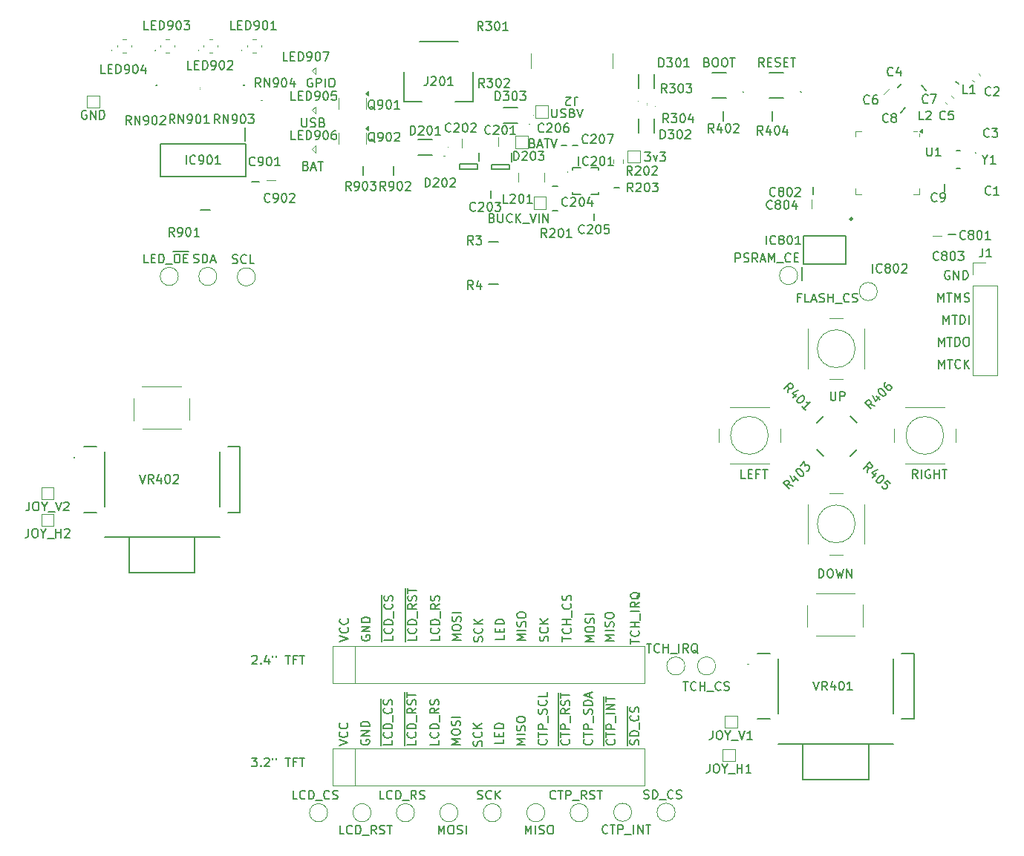
<source format=gto>
G04 #@! TF.GenerationSoftware,KiCad,Pcbnew,9.0.2*
G04 #@! TF.CreationDate,2025-08-27T11:59:38-05:00*
G04 #@! TF.ProjectId,controller,636f6e74-726f-46c6-9c65-722e6b696361,rev?*
G04 #@! TF.SameCoordinates,Original*
G04 #@! TF.FileFunction,Legend,Top*
G04 #@! TF.FilePolarity,Positive*
%FSLAX46Y46*%
G04 Gerber Fmt 4.6, Leading zero omitted, Abs format (unit mm)*
G04 Created by KiCad (PCBNEW 9.0.2) date 2025-08-27 11:59:38*
%MOMM*%
%LPD*%
G01*
G04 APERTURE LIST*
%ADD10C,0.150000*%
%ADD11C,0.200000*%
%ADD12C,0.120000*%
%ADD13C,0.100000*%
%ADD14C,0.250000*%
G04 APERTURE END LIST*
D10*
X139751600Y-113468113D02*
X139799219Y-113325256D01*
X139799219Y-113325256D02*
X139799219Y-113087161D01*
X139799219Y-113087161D02*
X139751600Y-112991923D01*
X139751600Y-112991923D02*
X139703980Y-112944304D01*
X139703980Y-112944304D02*
X139608742Y-112896685D01*
X139608742Y-112896685D02*
X139513504Y-112896685D01*
X139513504Y-112896685D02*
X139418266Y-112944304D01*
X139418266Y-112944304D02*
X139370647Y-112991923D01*
X139370647Y-112991923D02*
X139323028Y-113087161D01*
X139323028Y-113087161D02*
X139275409Y-113277637D01*
X139275409Y-113277637D02*
X139227790Y-113372875D01*
X139227790Y-113372875D02*
X139180171Y-113420494D01*
X139180171Y-113420494D02*
X139084933Y-113468113D01*
X139084933Y-113468113D02*
X138989695Y-113468113D01*
X138989695Y-113468113D02*
X138894457Y-113420494D01*
X138894457Y-113420494D02*
X138846838Y-113372875D01*
X138846838Y-113372875D02*
X138799219Y-113277637D01*
X138799219Y-113277637D02*
X138799219Y-113039542D01*
X138799219Y-113039542D02*
X138846838Y-112896685D01*
X139703980Y-111896685D02*
X139751600Y-111944304D01*
X139751600Y-111944304D02*
X139799219Y-112087161D01*
X139799219Y-112087161D02*
X139799219Y-112182399D01*
X139799219Y-112182399D02*
X139751600Y-112325256D01*
X139751600Y-112325256D02*
X139656361Y-112420494D01*
X139656361Y-112420494D02*
X139561123Y-112468113D01*
X139561123Y-112468113D02*
X139370647Y-112515732D01*
X139370647Y-112515732D02*
X139227790Y-112515732D01*
X139227790Y-112515732D02*
X139037314Y-112468113D01*
X139037314Y-112468113D02*
X138942076Y-112420494D01*
X138942076Y-112420494D02*
X138846838Y-112325256D01*
X138846838Y-112325256D02*
X138799219Y-112182399D01*
X138799219Y-112182399D02*
X138799219Y-112087161D01*
X138799219Y-112087161D02*
X138846838Y-111944304D01*
X138846838Y-111944304D02*
X138894457Y-111896685D01*
X139799219Y-111468113D02*
X138799219Y-111468113D01*
X139799219Y-110896685D02*
X139227790Y-111325256D01*
X138799219Y-110896685D02*
X139370647Y-111468113D01*
X137167107Y-125256609D02*
X136167107Y-125256609D01*
X136167107Y-125256609D02*
X136881392Y-124923276D01*
X136881392Y-124923276D02*
X136167107Y-124589943D01*
X136167107Y-124589943D02*
X137167107Y-124589943D01*
X137167107Y-124113752D02*
X136167107Y-124113752D01*
X137119488Y-123685181D02*
X137167107Y-123542324D01*
X137167107Y-123542324D02*
X137167107Y-123304229D01*
X137167107Y-123304229D02*
X137119488Y-123208991D01*
X137119488Y-123208991D02*
X137071868Y-123161372D01*
X137071868Y-123161372D02*
X136976630Y-123113753D01*
X136976630Y-123113753D02*
X136881392Y-123113753D01*
X136881392Y-123113753D02*
X136786154Y-123161372D01*
X136786154Y-123161372D02*
X136738535Y-123208991D01*
X136738535Y-123208991D02*
X136690916Y-123304229D01*
X136690916Y-123304229D02*
X136643297Y-123494705D01*
X136643297Y-123494705D02*
X136595678Y-123589943D01*
X136595678Y-123589943D02*
X136548059Y-123637562D01*
X136548059Y-123637562D02*
X136452821Y-123685181D01*
X136452821Y-123685181D02*
X136357583Y-123685181D01*
X136357583Y-123685181D02*
X136262345Y-123637562D01*
X136262345Y-123637562D02*
X136214726Y-123589943D01*
X136214726Y-123589943D02*
X136167107Y-123494705D01*
X136167107Y-123494705D02*
X136167107Y-123256610D01*
X136167107Y-123256610D02*
X136214726Y-123113753D01*
X136167107Y-122494705D02*
X136167107Y-122304229D01*
X136167107Y-122304229D02*
X136214726Y-122208991D01*
X136214726Y-122208991D02*
X136309964Y-122113753D01*
X136309964Y-122113753D02*
X136500440Y-122066134D01*
X136500440Y-122066134D02*
X136833773Y-122066134D01*
X136833773Y-122066134D02*
X137024249Y-122113753D01*
X137024249Y-122113753D02*
X137119488Y-122208991D01*
X137119488Y-122208991D02*
X137167107Y-122304229D01*
X137167107Y-122304229D02*
X137167107Y-122494705D01*
X137167107Y-122494705D02*
X137119488Y-122589943D01*
X137119488Y-122589943D02*
X137024249Y-122685181D01*
X137024249Y-122685181D02*
X136833773Y-122732800D01*
X136833773Y-122732800D02*
X136500440Y-122732800D01*
X136500440Y-122732800D02*
X136309964Y-122685181D01*
X136309964Y-122685181D02*
X136214726Y-122589943D01*
X136214726Y-122589943D02*
X136167107Y-122494705D01*
X121996191Y-124780419D02*
X121996191Y-125256609D01*
X121996191Y-125256609D02*
X120996191Y-125256609D01*
X121900952Y-123875657D02*
X121948572Y-123923276D01*
X121948572Y-123923276D02*
X121996191Y-124066133D01*
X121996191Y-124066133D02*
X121996191Y-124161371D01*
X121996191Y-124161371D02*
X121948572Y-124304228D01*
X121948572Y-124304228D02*
X121853333Y-124399466D01*
X121853333Y-124399466D02*
X121758095Y-124447085D01*
X121758095Y-124447085D02*
X121567619Y-124494704D01*
X121567619Y-124494704D02*
X121424762Y-124494704D01*
X121424762Y-124494704D02*
X121234286Y-124447085D01*
X121234286Y-124447085D02*
X121139048Y-124399466D01*
X121139048Y-124399466D02*
X121043810Y-124304228D01*
X121043810Y-124304228D02*
X120996191Y-124161371D01*
X120996191Y-124161371D02*
X120996191Y-124066133D01*
X120996191Y-124066133D02*
X121043810Y-123923276D01*
X121043810Y-123923276D02*
X121091429Y-123875657D01*
X121996191Y-123447085D02*
X120996191Y-123447085D01*
X120996191Y-123447085D02*
X120996191Y-123208990D01*
X120996191Y-123208990D02*
X121043810Y-123066133D01*
X121043810Y-123066133D02*
X121139048Y-122970895D01*
X121139048Y-122970895D02*
X121234286Y-122923276D01*
X121234286Y-122923276D02*
X121424762Y-122875657D01*
X121424762Y-122875657D02*
X121567619Y-122875657D01*
X121567619Y-122875657D02*
X121758095Y-122923276D01*
X121758095Y-122923276D02*
X121853333Y-122970895D01*
X121853333Y-122970895D02*
X121948572Y-123066133D01*
X121948572Y-123066133D02*
X121996191Y-123208990D01*
X121996191Y-123208990D02*
X121996191Y-123447085D01*
X122091429Y-122685181D02*
X122091429Y-121923276D01*
X121900952Y-121113752D02*
X121948572Y-121161371D01*
X121948572Y-121161371D02*
X121996191Y-121304228D01*
X121996191Y-121304228D02*
X121996191Y-121399466D01*
X121996191Y-121399466D02*
X121948572Y-121542323D01*
X121948572Y-121542323D02*
X121853333Y-121637561D01*
X121853333Y-121637561D02*
X121758095Y-121685180D01*
X121758095Y-121685180D02*
X121567619Y-121732799D01*
X121567619Y-121732799D02*
X121424762Y-121732799D01*
X121424762Y-121732799D02*
X121234286Y-121685180D01*
X121234286Y-121685180D02*
X121139048Y-121637561D01*
X121139048Y-121637561D02*
X121043810Y-121542323D01*
X121043810Y-121542323D02*
X120996191Y-121399466D01*
X120996191Y-121399466D02*
X120996191Y-121304228D01*
X120996191Y-121304228D02*
X121043810Y-121161371D01*
X121043810Y-121161371D02*
X121091429Y-121113752D01*
X121948572Y-120732799D02*
X121996191Y-120589942D01*
X121996191Y-120589942D02*
X121996191Y-120351847D01*
X121996191Y-120351847D02*
X121948572Y-120256609D01*
X121948572Y-120256609D02*
X121900952Y-120208990D01*
X121900952Y-120208990D02*
X121805714Y-120161371D01*
X121805714Y-120161371D02*
X121710476Y-120161371D01*
X121710476Y-120161371D02*
X121615238Y-120208990D01*
X121615238Y-120208990D02*
X121567619Y-120256609D01*
X121567619Y-120256609D02*
X121520000Y-120351847D01*
X121520000Y-120351847D02*
X121472381Y-120542323D01*
X121472381Y-120542323D02*
X121424762Y-120637561D01*
X121424762Y-120637561D02*
X121377143Y-120685180D01*
X121377143Y-120685180D02*
X121281905Y-120732799D01*
X121281905Y-120732799D02*
X121186667Y-120732799D01*
X121186667Y-120732799D02*
X121091429Y-120685180D01*
X121091429Y-120685180D02*
X121043810Y-120637561D01*
X121043810Y-120637561D02*
X120996191Y-120542323D01*
X120996191Y-120542323D02*
X120996191Y-120304228D01*
X120996191Y-120304228D02*
X121043810Y-120161371D01*
X120718572Y-125394705D02*
X120718572Y-120070895D01*
X141390019Y-113477466D02*
X141390019Y-112906038D01*
X142390019Y-113191752D02*
X141390019Y-113191752D01*
X142294780Y-112001276D02*
X142342400Y-112048895D01*
X142342400Y-112048895D02*
X142390019Y-112191752D01*
X142390019Y-112191752D02*
X142390019Y-112286990D01*
X142390019Y-112286990D02*
X142342400Y-112429847D01*
X142342400Y-112429847D02*
X142247161Y-112525085D01*
X142247161Y-112525085D02*
X142151923Y-112572704D01*
X142151923Y-112572704D02*
X141961447Y-112620323D01*
X141961447Y-112620323D02*
X141818590Y-112620323D01*
X141818590Y-112620323D02*
X141628114Y-112572704D01*
X141628114Y-112572704D02*
X141532876Y-112525085D01*
X141532876Y-112525085D02*
X141437638Y-112429847D01*
X141437638Y-112429847D02*
X141390019Y-112286990D01*
X141390019Y-112286990D02*
X141390019Y-112191752D01*
X141390019Y-112191752D02*
X141437638Y-112048895D01*
X141437638Y-112048895D02*
X141485257Y-112001276D01*
X142390019Y-111572704D02*
X141390019Y-111572704D01*
X141866209Y-111572704D02*
X141866209Y-111001276D01*
X142390019Y-111001276D02*
X141390019Y-111001276D01*
X142485257Y-110763181D02*
X142485257Y-110001276D01*
X142294780Y-109191752D02*
X142342400Y-109239371D01*
X142342400Y-109239371D02*
X142390019Y-109382228D01*
X142390019Y-109382228D02*
X142390019Y-109477466D01*
X142390019Y-109477466D02*
X142342400Y-109620323D01*
X142342400Y-109620323D02*
X142247161Y-109715561D01*
X142247161Y-109715561D02*
X142151923Y-109763180D01*
X142151923Y-109763180D02*
X141961447Y-109810799D01*
X141961447Y-109810799D02*
X141818590Y-109810799D01*
X141818590Y-109810799D02*
X141628114Y-109763180D01*
X141628114Y-109763180D02*
X141532876Y-109715561D01*
X141532876Y-109715561D02*
X141437638Y-109620323D01*
X141437638Y-109620323D02*
X141390019Y-109477466D01*
X141390019Y-109477466D02*
X141390019Y-109382228D01*
X141390019Y-109382228D02*
X141437638Y-109239371D01*
X141437638Y-109239371D02*
X141485257Y-109191752D01*
X142342400Y-108810799D02*
X142390019Y-108667942D01*
X142390019Y-108667942D02*
X142390019Y-108429847D01*
X142390019Y-108429847D02*
X142342400Y-108334609D01*
X142342400Y-108334609D02*
X142294780Y-108286990D01*
X142294780Y-108286990D02*
X142199542Y-108239371D01*
X142199542Y-108239371D02*
X142104304Y-108239371D01*
X142104304Y-108239371D02*
X142009066Y-108286990D01*
X142009066Y-108286990D02*
X141961447Y-108334609D01*
X141961447Y-108334609D02*
X141913828Y-108429847D01*
X141913828Y-108429847D02*
X141866209Y-108620323D01*
X141866209Y-108620323D02*
X141818590Y-108715561D01*
X141818590Y-108715561D02*
X141770971Y-108763180D01*
X141770971Y-108763180D02*
X141675733Y-108810799D01*
X141675733Y-108810799D02*
X141580495Y-108810799D01*
X141580495Y-108810799D02*
X141485257Y-108763180D01*
X141485257Y-108763180D02*
X141437638Y-108715561D01*
X141437638Y-108715561D02*
X141390019Y-108620323D01*
X141390019Y-108620323D02*
X141390019Y-108382228D01*
X141390019Y-108382228D02*
X141437638Y-108239371D01*
X137229550Y-113359961D02*
X136229550Y-113359961D01*
X136229550Y-113359961D02*
X136943835Y-113026628D01*
X136943835Y-113026628D02*
X136229550Y-112693295D01*
X136229550Y-112693295D02*
X137229550Y-112693295D01*
X137229550Y-112217104D02*
X136229550Y-112217104D01*
X137181931Y-111788533D02*
X137229550Y-111645676D01*
X137229550Y-111645676D02*
X137229550Y-111407581D01*
X137229550Y-111407581D02*
X137181931Y-111312343D01*
X137181931Y-111312343D02*
X137134311Y-111264724D01*
X137134311Y-111264724D02*
X137039073Y-111217105D01*
X137039073Y-111217105D02*
X136943835Y-111217105D01*
X136943835Y-111217105D02*
X136848597Y-111264724D01*
X136848597Y-111264724D02*
X136800978Y-111312343D01*
X136800978Y-111312343D02*
X136753359Y-111407581D01*
X136753359Y-111407581D02*
X136705740Y-111598057D01*
X136705740Y-111598057D02*
X136658121Y-111693295D01*
X136658121Y-111693295D02*
X136610502Y-111740914D01*
X136610502Y-111740914D02*
X136515264Y-111788533D01*
X136515264Y-111788533D02*
X136420026Y-111788533D01*
X136420026Y-111788533D02*
X136324788Y-111740914D01*
X136324788Y-111740914D02*
X136277169Y-111693295D01*
X136277169Y-111693295D02*
X136229550Y-111598057D01*
X136229550Y-111598057D02*
X136229550Y-111359962D01*
X136229550Y-111359962D02*
X136277169Y-111217105D01*
X136229550Y-110598057D02*
X136229550Y-110407581D01*
X136229550Y-110407581D02*
X136277169Y-110312343D01*
X136277169Y-110312343D02*
X136372407Y-110217105D01*
X136372407Y-110217105D02*
X136562883Y-110169486D01*
X136562883Y-110169486D02*
X136896216Y-110169486D01*
X136896216Y-110169486D02*
X137086692Y-110217105D01*
X137086692Y-110217105D02*
X137181931Y-110312343D01*
X137181931Y-110312343D02*
X137229550Y-110407581D01*
X137229550Y-110407581D02*
X137229550Y-110598057D01*
X137229550Y-110598057D02*
X137181931Y-110693295D01*
X137181931Y-110693295D02*
X137086692Y-110788533D01*
X137086692Y-110788533D02*
X136896216Y-110836152D01*
X136896216Y-110836152D02*
X136562883Y-110836152D01*
X136562883Y-110836152D02*
X136372407Y-110788533D01*
X136372407Y-110788533D02*
X136277169Y-110693295D01*
X136277169Y-110693295D02*
X136229550Y-110598057D01*
X118517350Y-112836152D02*
X118469731Y-112931390D01*
X118469731Y-112931390D02*
X118469731Y-113074247D01*
X118469731Y-113074247D02*
X118517350Y-113217104D01*
X118517350Y-113217104D02*
X118612588Y-113312342D01*
X118612588Y-113312342D02*
X118707826Y-113359961D01*
X118707826Y-113359961D02*
X118898302Y-113407580D01*
X118898302Y-113407580D02*
X119041159Y-113407580D01*
X119041159Y-113407580D02*
X119231635Y-113359961D01*
X119231635Y-113359961D02*
X119326873Y-113312342D01*
X119326873Y-113312342D02*
X119422112Y-113217104D01*
X119422112Y-113217104D02*
X119469731Y-113074247D01*
X119469731Y-113074247D02*
X119469731Y-112979009D01*
X119469731Y-112979009D02*
X119422112Y-112836152D01*
X119422112Y-112836152D02*
X119374492Y-112788533D01*
X119374492Y-112788533D02*
X119041159Y-112788533D01*
X119041159Y-112788533D02*
X119041159Y-112979009D01*
X119469731Y-112359961D02*
X118469731Y-112359961D01*
X118469731Y-112359961D02*
X119469731Y-111788533D01*
X119469731Y-111788533D02*
X118469731Y-111788533D01*
X119469731Y-111312342D02*
X118469731Y-111312342D01*
X118469731Y-111312342D02*
X118469731Y-111074247D01*
X118469731Y-111074247D02*
X118517350Y-110931390D01*
X118517350Y-110931390D02*
X118612588Y-110836152D01*
X118612588Y-110836152D02*
X118707826Y-110788533D01*
X118707826Y-110788533D02*
X118898302Y-110740914D01*
X118898302Y-110740914D02*
X119041159Y-110740914D01*
X119041159Y-110740914D02*
X119231635Y-110788533D01*
X119231635Y-110788533D02*
X119326873Y-110836152D01*
X119326873Y-110836152D02*
X119422112Y-110931390D01*
X119422112Y-110931390D02*
X119469731Y-111074247D01*
X119469731Y-111074247D02*
X119469731Y-111312342D01*
X112170112Y-59196009D02*
X112312969Y-59243628D01*
X112312969Y-59243628D02*
X112360588Y-59291247D01*
X112360588Y-59291247D02*
X112408207Y-59386485D01*
X112408207Y-59386485D02*
X112408207Y-59529342D01*
X112408207Y-59529342D02*
X112360588Y-59624580D01*
X112360588Y-59624580D02*
X112312969Y-59672200D01*
X112312969Y-59672200D02*
X112217731Y-59719819D01*
X112217731Y-59719819D02*
X111836779Y-59719819D01*
X111836779Y-59719819D02*
X111836779Y-58719819D01*
X111836779Y-58719819D02*
X112170112Y-58719819D01*
X112170112Y-58719819D02*
X112265350Y-58767438D01*
X112265350Y-58767438D02*
X112312969Y-58815057D01*
X112312969Y-58815057D02*
X112360588Y-58910295D01*
X112360588Y-58910295D02*
X112360588Y-59005533D01*
X112360588Y-59005533D02*
X112312969Y-59100771D01*
X112312969Y-59100771D02*
X112265350Y-59148390D01*
X112265350Y-59148390D02*
X112170112Y-59196009D01*
X112170112Y-59196009D02*
X111836779Y-59196009D01*
X112789160Y-59434104D02*
X113265350Y-59434104D01*
X112693922Y-59719819D02*
X113027255Y-58719819D01*
X113027255Y-58719819D02*
X113360588Y-59719819D01*
X113551065Y-58719819D02*
X114122493Y-58719819D01*
X113836779Y-59719819D02*
X113836779Y-58719819D01*
X150064000Y-125282056D02*
X150111619Y-125139199D01*
X150111619Y-125139199D02*
X150111619Y-124901104D01*
X150111619Y-124901104D02*
X150064000Y-124805866D01*
X150064000Y-124805866D02*
X150016380Y-124758247D01*
X150016380Y-124758247D02*
X149921142Y-124710628D01*
X149921142Y-124710628D02*
X149825904Y-124710628D01*
X149825904Y-124710628D02*
X149730666Y-124758247D01*
X149730666Y-124758247D02*
X149683047Y-124805866D01*
X149683047Y-124805866D02*
X149635428Y-124901104D01*
X149635428Y-124901104D02*
X149587809Y-125091580D01*
X149587809Y-125091580D02*
X149540190Y-125186818D01*
X149540190Y-125186818D02*
X149492571Y-125234437D01*
X149492571Y-125234437D02*
X149397333Y-125282056D01*
X149397333Y-125282056D02*
X149302095Y-125282056D01*
X149302095Y-125282056D02*
X149206857Y-125234437D01*
X149206857Y-125234437D02*
X149159238Y-125186818D01*
X149159238Y-125186818D02*
X149111619Y-125091580D01*
X149111619Y-125091580D02*
X149111619Y-124853485D01*
X149111619Y-124853485D02*
X149159238Y-124710628D01*
X150111619Y-124282056D02*
X149111619Y-124282056D01*
X149111619Y-124282056D02*
X149111619Y-124043961D01*
X149111619Y-124043961D02*
X149159238Y-123901104D01*
X149159238Y-123901104D02*
X149254476Y-123805866D01*
X149254476Y-123805866D02*
X149349714Y-123758247D01*
X149349714Y-123758247D02*
X149540190Y-123710628D01*
X149540190Y-123710628D02*
X149683047Y-123710628D01*
X149683047Y-123710628D02*
X149873523Y-123758247D01*
X149873523Y-123758247D02*
X149968761Y-123805866D01*
X149968761Y-123805866D02*
X150064000Y-123901104D01*
X150064000Y-123901104D02*
X150111619Y-124043961D01*
X150111619Y-124043961D02*
X150111619Y-124282056D01*
X150206857Y-123520152D02*
X150206857Y-122758247D01*
X150016380Y-121948723D02*
X150064000Y-121996342D01*
X150064000Y-121996342D02*
X150111619Y-122139199D01*
X150111619Y-122139199D02*
X150111619Y-122234437D01*
X150111619Y-122234437D02*
X150064000Y-122377294D01*
X150064000Y-122377294D02*
X149968761Y-122472532D01*
X149968761Y-122472532D02*
X149873523Y-122520151D01*
X149873523Y-122520151D02*
X149683047Y-122567770D01*
X149683047Y-122567770D02*
X149540190Y-122567770D01*
X149540190Y-122567770D02*
X149349714Y-122520151D01*
X149349714Y-122520151D02*
X149254476Y-122472532D01*
X149254476Y-122472532D02*
X149159238Y-122377294D01*
X149159238Y-122377294D02*
X149111619Y-122234437D01*
X149111619Y-122234437D02*
X149111619Y-122139199D01*
X149111619Y-122139199D02*
X149159238Y-121996342D01*
X149159238Y-121996342D02*
X149206857Y-121948723D01*
X150064000Y-121567770D02*
X150111619Y-121424913D01*
X150111619Y-121424913D02*
X150111619Y-121186818D01*
X150111619Y-121186818D02*
X150064000Y-121091580D01*
X150064000Y-121091580D02*
X150016380Y-121043961D01*
X150016380Y-121043961D02*
X149921142Y-120996342D01*
X149921142Y-120996342D02*
X149825904Y-120996342D01*
X149825904Y-120996342D02*
X149730666Y-121043961D01*
X149730666Y-121043961D02*
X149683047Y-121091580D01*
X149683047Y-121091580D02*
X149635428Y-121186818D01*
X149635428Y-121186818D02*
X149587809Y-121377294D01*
X149587809Y-121377294D02*
X149540190Y-121472532D01*
X149540190Y-121472532D02*
X149492571Y-121520151D01*
X149492571Y-121520151D02*
X149397333Y-121567770D01*
X149397333Y-121567770D02*
X149302095Y-121567770D01*
X149302095Y-121567770D02*
X149206857Y-121520151D01*
X149206857Y-121520151D02*
X149159238Y-121472532D01*
X149159238Y-121472532D02*
X149111619Y-121377294D01*
X149111619Y-121377294D02*
X149111619Y-121139199D01*
X149111619Y-121139199D02*
X149159238Y-120996342D01*
X148834000Y-125372533D02*
X148834000Y-120905866D01*
X144717742Y-124685181D02*
X144765362Y-124732800D01*
X144765362Y-124732800D02*
X144812981Y-124875657D01*
X144812981Y-124875657D02*
X144812981Y-124970895D01*
X144812981Y-124970895D02*
X144765362Y-125113752D01*
X144765362Y-125113752D02*
X144670123Y-125208990D01*
X144670123Y-125208990D02*
X144574885Y-125256609D01*
X144574885Y-125256609D02*
X144384409Y-125304228D01*
X144384409Y-125304228D02*
X144241552Y-125304228D01*
X144241552Y-125304228D02*
X144051076Y-125256609D01*
X144051076Y-125256609D02*
X143955838Y-125208990D01*
X143955838Y-125208990D02*
X143860600Y-125113752D01*
X143860600Y-125113752D02*
X143812981Y-124970895D01*
X143812981Y-124970895D02*
X143812981Y-124875657D01*
X143812981Y-124875657D02*
X143860600Y-124732800D01*
X143860600Y-124732800D02*
X143908219Y-124685181D01*
X143812981Y-124399466D02*
X143812981Y-123828038D01*
X144812981Y-124113752D02*
X143812981Y-124113752D01*
X144812981Y-123494704D02*
X143812981Y-123494704D01*
X143812981Y-123494704D02*
X143812981Y-123113752D01*
X143812981Y-123113752D02*
X143860600Y-123018514D01*
X143860600Y-123018514D02*
X143908219Y-122970895D01*
X143908219Y-122970895D02*
X144003457Y-122923276D01*
X144003457Y-122923276D02*
X144146314Y-122923276D01*
X144146314Y-122923276D02*
X144241552Y-122970895D01*
X144241552Y-122970895D02*
X144289171Y-123018514D01*
X144289171Y-123018514D02*
X144336790Y-123113752D01*
X144336790Y-123113752D02*
X144336790Y-123494704D01*
X144908219Y-122732800D02*
X144908219Y-121970895D01*
X144765362Y-121780418D02*
X144812981Y-121637561D01*
X144812981Y-121637561D02*
X144812981Y-121399466D01*
X144812981Y-121399466D02*
X144765362Y-121304228D01*
X144765362Y-121304228D02*
X144717742Y-121256609D01*
X144717742Y-121256609D02*
X144622504Y-121208990D01*
X144622504Y-121208990D02*
X144527266Y-121208990D01*
X144527266Y-121208990D02*
X144432028Y-121256609D01*
X144432028Y-121256609D02*
X144384409Y-121304228D01*
X144384409Y-121304228D02*
X144336790Y-121399466D01*
X144336790Y-121399466D02*
X144289171Y-121589942D01*
X144289171Y-121589942D02*
X144241552Y-121685180D01*
X144241552Y-121685180D02*
X144193933Y-121732799D01*
X144193933Y-121732799D02*
X144098695Y-121780418D01*
X144098695Y-121780418D02*
X144003457Y-121780418D01*
X144003457Y-121780418D02*
X143908219Y-121732799D01*
X143908219Y-121732799D02*
X143860600Y-121685180D01*
X143860600Y-121685180D02*
X143812981Y-121589942D01*
X143812981Y-121589942D02*
X143812981Y-121351847D01*
X143812981Y-121351847D02*
X143860600Y-121208990D01*
X144812981Y-120780418D02*
X143812981Y-120780418D01*
X143812981Y-120780418D02*
X143812981Y-120542323D01*
X143812981Y-120542323D02*
X143860600Y-120399466D01*
X143860600Y-120399466D02*
X143955838Y-120304228D01*
X143955838Y-120304228D02*
X144051076Y-120256609D01*
X144051076Y-120256609D02*
X144241552Y-120208990D01*
X144241552Y-120208990D02*
X144384409Y-120208990D01*
X144384409Y-120208990D02*
X144574885Y-120256609D01*
X144574885Y-120256609D02*
X144670123Y-120304228D01*
X144670123Y-120304228D02*
X144765362Y-120399466D01*
X144765362Y-120399466D02*
X144812981Y-120542323D01*
X144812981Y-120542323D02*
X144812981Y-120780418D01*
X144527266Y-119828037D02*
X144527266Y-119351847D01*
X144812981Y-119923275D02*
X143812981Y-119589942D01*
X143812981Y-119589942D02*
X144812981Y-119256609D01*
X118454907Y-124732800D02*
X118407288Y-124828038D01*
X118407288Y-124828038D02*
X118407288Y-124970895D01*
X118407288Y-124970895D02*
X118454907Y-125113752D01*
X118454907Y-125113752D02*
X118550145Y-125208990D01*
X118550145Y-125208990D02*
X118645383Y-125256609D01*
X118645383Y-125256609D02*
X118835859Y-125304228D01*
X118835859Y-125304228D02*
X118978716Y-125304228D01*
X118978716Y-125304228D02*
X119169192Y-125256609D01*
X119169192Y-125256609D02*
X119264430Y-125208990D01*
X119264430Y-125208990D02*
X119359669Y-125113752D01*
X119359669Y-125113752D02*
X119407288Y-124970895D01*
X119407288Y-124970895D02*
X119407288Y-124875657D01*
X119407288Y-124875657D02*
X119359669Y-124732800D01*
X119359669Y-124732800D02*
X119312049Y-124685181D01*
X119312049Y-124685181D02*
X118978716Y-124685181D01*
X118978716Y-124685181D02*
X118978716Y-124875657D01*
X119407288Y-124256609D02*
X118407288Y-124256609D01*
X118407288Y-124256609D02*
X119407288Y-123685181D01*
X119407288Y-123685181D02*
X118407288Y-123685181D01*
X119407288Y-123208990D02*
X118407288Y-123208990D01*
X118407288Y-123208990D02*
X118407288Y-122970895D01*
X118407288Y-122970895D02*
X118454907Y-122828038D01*
X118454907Y-122828038D02*
X118550145Y-122732800D01*
X118550145Y-122732800D02*
X118645383Y-122685181D01*
X118645383Y-122685181D02*
X118835859Y-122637562D01*
X118835859Y-122637562D02*
X118978716Y-122637562D01*
X118978716Y-122637562D02*
X119169192Y-122685181D01*
X119169192Y-122685181D02*
X119264430Y-122732800D01*
X119264430Y-122732800D02*
X119359669Y-122828038D01*
X119359669Y-122828038D02*
X119407288Y-122970895D01*
X119407288Y-122970895D02*
X119407288Y-123208990D01*
X184217731Y-74726444D02*
X184217731Y-73726444D01*
X184217731Y-73726444D02*
X184551064Y-74440729D01*
X184551064Y-74440729D02*
X184884397Y-73726444D01*
X184884397Y-73726444D02*
X184884397Y-74726444D01*
X185217731Y-73726444D02*
X185789159Y-73726444D01*
X185503445Y-74726444D02*
X185503445Y-73726444D01*
X186122493Y-74726444D02*
X186122493Y-73726444D01*
X186122493Y-73726444D02*
X186455826Y-74440729D01*
X186455826Y-74440729D02*
X186789159Y-73726444D01*
X186789159Y-73726444D02*
X186789159Y-74726444D01*
X187217731Y-74678825D02*
X187360588Y-74726444D01*
X187360588Y-74726444D02*
X187598683Y-74726444D01*
X187598683Y-74726444D02*
X187693921Y-74678825D01*
X187693921Y-74678825D02*
X187741540Y-74631205D01*
X187741540Y-74631205D02*
X187789159Y-74535967D01*
X187789159Y-74535967D02*
X187789159Y-74440729D01*
X187789159Y-74440729D02*
X187741540Y-74345491D01*
X187741540Y-74345491D02*
X187693921Y-74297872D01*
X187693921Y-74297872D02*
X187598683Y-74250253D01*
X187598683Y-74250253D02*
X187408207Y-74202634D01*
X187408207Y-74202634D02*
X187312969Y-74155015D01*
X187312969Y-74155015D02*
X187265350Y-74107396D01*
X187265350Y-74107396D02*
X187217731Y-74012158D01*
X187217731Y-74012158D02*
X187217731Y-73916920D01*
X187217731Y-73916920D02*
X187265350Y-73821682D01*
X187265350Y-73821682D02*
X187312969Y-73774063D01*
X187312969Y-73774063D02*
X187408207Y-73726444D01*
X187408207Y-73726444D02*
X187646302Y-73726444D01*
X187646302Y-73726444D02*
X187789159Y-73774063D01*
X129762898Y-125256609D02*
X128762898Y-125256609D01*
X128762898Y-125256609D02*
X129477183Y-124923276D01*
X129477183Y-124923276D02*
X128762898Y-124589943D01*
X128762898Y-124589943D02*
X129762898Y-124589943D01*
X128762898Y-123923276D02*
X128762898Y-123732800D01*
X128762898Y-123732800D02*
X128810517Y-123637562D01*
X128810517Y-123637562D02*
X128905755Y-123542324D01*
X128905755Y-123542324D02*
X129096231Y-123494705D01*
X129096231Y-123494705D02*
X129429564Y-123494705D01*
X129429564Y-123494705D02*
X129620040Y-123542324D01*
X129620040Y-123542324D02*
X129715279Y-123637562D01*
X129715279Y-123637562D02*
X129762898Y-123732800D01*
X129762898Y-123732800D02*
X129762898Y-123923276D01*
X129762898Y-123923276D02*
X129715279Y-124018514D01*
X129715279Y-124018514D02*
X129620040Y-124113752D01*
X129620040Y-124113752D02*
X129429564Y-124161371D01*
X129429564Y-124161371D02*
X129096231Y-124161371D01*
X129096231Y-124161371D02*
X128905755Y-124113752D01*
X128905755Y-124113752D02*
X128810517Y-124018514D01*
X128810517Y-124018514D02*
X128762898Y-123923276D01*
X129715279Y-123113752D02*
X129762898Y-122970895D01*
X129762898Y-122970895D02*
X129762898Y-122732800D01*
X129762898Y-122732800D02*
X129715279Y-122637562D01*
X129715279Y-122637562D02*
X129667659Y-122589943D01*
X129667659Y-122589943D02*
X129572421Y-122542324D01*
X129572421Y-122542324D02*
X129477183Y-122542324D01*
X129477183Y-122542324D02*
X129381945Y-122589943D01*
X129381945Y-122589943D02*
X129334326Y-122637562D01*
X129334326Y-122637562D02*
X129286707Y-122732800D01*
X129286707Y-122732800D02*
X129239088Y-122923276D01*
X129239088Y-122923276D02*
X129191469Y-123018514D01*
X129191469Y-123018514D02*
X129143850Y-123066133D01*
X129143850Y-123066133D02*
X129048612Y-123113752D01*
X129048612Y-123113752D02*
X128953374Y-123113752D01*
X128953374Y-123113752D02*
X128858136Y-123066133D01*
X128858136Y-123066133D02*
X128810517Y-123018514D01*
X128810517Y-123018514D02*
X128762898Y-122923276D01*
X128762898Y-122923276D02*
X128762898Y-122685181D01*
X128762898Y-122685181D02*
X128810517Y-122542324D01*
X129762898Y-122113752D02*
X128762898Y-122113752D01*
X184836779Y-77257569D02*
X184836779Y-76257569D01*
X184836779Y-76257569D02*
X185170112Y-76971854D01*
X185170112Y-76971854D02*
X185503445Y-76257569D01*
X185503445Y-76257569D02*
X185503445Y-77257569D01*
X185836779Y-76257569D02*
X186408207Y-76257569D01*
X186122493Y-77257569D02*
X186122493Y-76257569D01*
X186741541Y-77257569D02*
X186741541Y-76257569D01*
X186741541Y-76257569D02*
X186979636Y-76257569D01*
X186979636Y-76257569D02*
X187122493Y-76305188D01*
X187122493Y-76305188D02*
X187217731Y-76400426D01*
X187217731Y-76400426D02*
X187265350Y-76495664D01*
X187265350Y-76495664D02*
X187312969Y-76686140D01*
X187312969Y-76686140D02*
X187312969Y-76828997D01*
X187312969Y-76828997D02*
X187265350Y-77019473D01*
X187265350Y-77019473D02*
X187217731Y-77114711D01*
X187217731Y-77114711D02*
X187122493Y-77209950D01*
X187122493Y-77209950D02*
X186979636Y-77257569D01*
X186979636Y-77257569D02*
X186741541Y-77257569D01*
X187741541Y-77257569D02*
X187741541Y-76257569D01*
X115939219Y-125386932D02*
X116939219Y-125053599D01*
X116939219Y-125053599D02*
X115939219Y-124720266D01*
X116843980Y-123815504D02*
X116891600Y-123863123D01*
X116891600Y-123863123D02*
X116939219Y-124005980D01*
X116939219Y-124005980D02*
X116939219Y-124101218D01*
X116939219Y-124101218D02*
X116891600Y-124244075D01*
X116891600Y-124244075D02*
X116796361Y-124339313D01*
X116796361Y-124339313D02*
X116701123Y-124386932D01*
X116701123Y-124386932D02*
X116510647Y-124434551D01*
X116510647Y-124434551D02*
X116367790Y-124434551D01*
X116367790Y-124434551D02*
X116177314Y-124386932D01*
X116177314Y-124386932D02*
X116082076Y-124339313D01*
X116082076Y-124339313D02*
X115986838Y-124244075D01*
X115986838Y-124244075D02*
X115939219Y-124101218D01*
X115939219Y-124101218D02*
X115939219Y-124005980D01*
X115939219Y-124005980D02*
X115986838Y-123863123D01*
X115986838Y-123863123D02*
X116034457Y-123815504D01*
X116843980Y-122815504D02*
X116891600Y-122863123D01*
X116891600Y-122863123D02*
X116939219Y-123005980D01*
X116939219Y-123005980D02*
X116939219Y-123101218D01*
X116939219Y-123101218D02*
X116891600Y-123244075D01*
X116891600Y-123244075D02*
X116796361Y-123339313D01*
X116796361Y-123339313D02*
X116701123Y-123386932D01*
X116701123Y-123386932D02*
X116510647Y-123434551D01*
X116510647Y-123434551D02*
X116367790Y-123434551D01*
X116367790Y-123434551D02*
X116177314Y-123386932D01*
X116177314Y-123386932D02*
X116082076Y-123339313D01*
X116082076Y-123339313D02*
X115986838Y-123244075D01*
X115986838Y-123244075D02*
X115939219Y-123101218D01*
X115939219Y-123101218D02*
X115939219Y-123005980D01*
X115939219Y-123005980D02*
X115986838Y-122863123D01*
X115986838Y-122863123D02*
X116034457Y-122815504D01*
X111686779Y-53769819D02*
X111686779Y-54579342D01*
X111686779Y-54579342D02*
X111734398Y-54674580D01*
X111734398Y-54674580D02*
X111782017Y-54722200D01*
X111782017Y-54722200D02*
X111877255Y-54769819D01*
X111877255Y-54769819D02*
X112067731Y-54769819D01*
X112067731Y-54769819D02*
X112162969Y-54722200D01*
X112162969Y-54722200D02*
X112210588Y-54674580D01*
X112210588Y-54674580D02*
X112258207Y-54579342D01*
X112258207Y-54579342D02*
X112258207Y-53769819D01*
X112686779Y-54722200D02*
X112829636Y-54769819D01*
X112829636Y-54769819D02*
X113067731Y-54769819D01*
X113067731Y-54769819D02*
X113162969Y-54722200D01*
X113162969Y-54722200D02*
X113210588Y-54674580D01*
X113210588Y-54674580D02*
X113258207Y-54579342D01*
X113258207Y-54579342D02*
X113258207Y-54484104D01*
X113258207Y-54484104D02*
X113210588Y-54388866D01*
X113210588Y-54388866D02*
X113162969Y-54341247D01*
X113162969Y-54341247D02*
X113067731Y-54293628D01*
X113067731Y-54293628D02*
X112877255Y-54246009D01*
X112877255Y-54246009D02*
X112782017Y-54198390D01*
X112782017Y-54198390D02*
X112734398Y-54150771D01*
X112734398Y-54150771D02*
X112686779Y-54055533D01*
X112686779Y-54055533D02*
X112686779Y-53960295D01*
X112686779Y-53960295D02*
X112734398Y-53865057D01*
X112734398Y-53865057D02*
X112782017Y-53817438D01*
X112782017Y-53817438D02*
X112877255Y-53769819D01*
X112877255Y-53769819D02*
X113115350Y-53769819D01*
X113115350Y-53769819D02*
X113258207Y-53817438D01*
X114020112Y-54246009D02*
X114162969Y-54293628D01*
X114162969Y-54293628D02*
X114210588Y-54341247D01*
X114210588Y-54341247D02*
X114258207Y-54436485D01*
X114258207Y-54436485D02*
X114258207Y-54579342D01*
X114258207Y-54579342D02*
X114210588Y-54674580D01*
X114210588Y-54674580D02*
X114162969Y-54722200D01*
X114162969Y-54722200D02*
X114067731Y-54769819D01*
X114067731Y-54769819D02*
X113686779Y-54769819D01*
X113686779Y-54769819D02*
X113686779Y-53769819D01*
X113686779Y-53769819D02*
X114020112Y-53769819D01*
X114020112Y-53769819D02*
X114115350Y-53817438D01*
X114115350Y-53817438D02*
X114162969Y-53865057D01*
X114162969Y-53865057D02*
X114210588Y-53960295D01*
X114210588Y-53960295D02*
X114210588Y-54055533D01*
X114210588Y-54055533D02*
X114162969Y-54150771D01*
X114162969Y-54150771D02*
X114115350Y-54198390D01*
X114115350Y-54198390D02*
X114020112Y-54246009D01*
X114020112Y-54246009D02*
X113686779Y-54246009D01*
X124705926Y-124780419D02*
X124705926Y-125256609D01*
X124705926Y-125256609D02*
X123705926Y-125256609D01*
X124610687Y-123875657D02*
X124658307Y-123923276D01*
X124658307Y-123923276D02*
X124705926Y-124066133D01*
X124705926Y-124066133D02*
X124705926Y-124161371D01*
X124705926Y-124161371D02*
X124658307Y-124304228D01*
X124658307Y-124304228D02*
X124563068Y-124399466D01*
X124563068Y-124399466D02*
X124467830Y-124447085D01*
X124467830Y-124447085D02*
X124277354Y-124494704D01*
X124277354Y-124494704D02*
X124134497Y-124494704D01*
X124134497Y-124494704D02*
X123944021Y-124447085D01*
X123944021Y-124447085D02*
X123848783Y-124399466D01*
X123848783Y-124399466D02*
X123753545Y-124304228D01*
X123753545Y-124304228D02*
X123705926Y-124161371D01*
X123705926Y-124161371D02*
X123705926Y-124066133D01*
X123705926Y-124066133D02*
X123753545Y-123923276D01*
X123753545Y-123923276D02*
X123801164Y-123875657D01*
X124705926Y-123447085D02*
X123705926Y-123447085D01*
X123705926Y-123447085D02*
X123705926Y-123208990D01*
X123705926Y-123208990D02*
X123753545Y-123066133D01*
X123753545Y-123066133D02*
X123848783Y-122970895D01*
X123848783Y-122970895D02*
X123944021Y-122923276D01*
X123944021Y-122923276D02*
X124134497Y-122875657D01*
X124134497Y-122875657D02*
X124277354Y-122875657D01*
X124277354Y-122875657D02*
X124467830Y-122923276D01*
X124467830Y-122923276D02*
X124563068Y-122970895D01*
X124563068Y-122970895D02*
X124658307Y-123066133D01*
X124658307Y-123066133D02*
X124705926Y-123208990D01*
X124705926Y-123208990D02*
X124705926Y-123447085D01*
X124801164Y-122685181D02*
X124801164Y-121923276D01*
X124705926Y-121113752D02*
X124229735Y-121447085D01*
X124705926Y-121685180D02*
X123705926Y-121685180D01*
X123705926Y-121685180D02*
X123705926Y-121304228D01*
X123705926Y-121304228D02*
X123753545Y-121208990D01*
X123753545Y-121208990D02*
X123801164Y-121161371D01*
X123801164Y-121161371D02*
X123896402Y-121113752D01*
X123896402Y-121113752D02*
X124039259Y-121113752D01*
X124039259Y-121113752D02*
X124134497Y-121161371D01*
X124134497Y-121161371D02*
X124182116Y-121208990D01*
X124182116Y-121208990D02*
X124229735Y-121304228D01*
X124229735Y-121304228D02*
X124229735Y-121685180D01*
X124658307Y-120732799D02*
X124705926Y-120589942D01*
X124705926Y-120589942D02*
X124705926Y-120351847D01*
X124705926Y-120351847D02*
X124658307Y-120256609D01*
X124658307Y-120256609D02*
X124610687Y-120208990D01*
X124610687Y-120208990D02*
X124515449Y-120161371D01*
X124515449Y-120161371D02*
X124420211Y-120161371D01*
X124420211Y-120161371D02*
X124324973Y-120208990D01*
X124324973Y-120208990D02*
X124277354Y-120256609D01*
X124277354Y-120256609D02*
X124229735Y-120351847D01*
X124229735Y-120351847D02*
X124182116Y-120542323D01*
X124182116Y-120542323D02*
X124134497Y-120637561D01*
X124134497Y-120637561D02*
X124086878Y-120685180D01*
X124086878Y-120685180D02*
X123991640Y-120732799D01*
X123991640Y-120732799D02*
X123896402Y-120732799D01*
X123896402Y-120732799D02*
X123801164Y-120685180D01*
X123801164Y-120685180D02*
X123753545Y-120637561D01*
X123753545Y-120637561D02*
X123705926Y-120542323D01*
X123705926Y-120542323D02*
X123705926Y-120304228D01*
X123705926Y-120304228D02*
X123753545Y-120161371D01*
X123705926Y-119875656D02*
X123705926Y-119304228D01*
X124705926Y-119589942D02*
X123705926Y-119589942D01*
X123428307Y-125394705D02*
X123428307Y-119308990D01*
X112860588Y-49267438D02*
X112765350Y-49219819D01*
X112765350Y-49219819D02*
X112622493Y-49219819D01*
X112622493Y-49219819D02*
X112479636Y-49267438D01*
X112479636Y-49267438D02*
X112384398Y-49362676D01*
X112384398Y-49362676D02*
X112336779Y-49457914D01*
X112336779Y-49457914D02*
X112289160Y-49648390D01*
X112289160Y-49648390D02*
X112289160Y-49791247D01*
X112289160Y-49791247D02*
X112336779Y-49981723D01*
X112336779Y-49981723D02*
X112384398Y-50076961D01*
X112384398Y-50076961D02*
X112479636Y-50172200D01*
X112479636Y-50172200D02*
X112622493Y-50219819D01*
X112622493Y-50219819D02*
X112717731Y-50219819D01*
X112717731Y-50219819D02*
X112860588Y-50172200D01*
X112860588Y-50172200D02*
X112908207Y-50124580D01*
X112908207Y-50124580D02*
X112908207Y-49791247D01*
X112908207Y-49791247D02*
X112717731Y-49791247D01*
X113336779Y-50219819D02*
X113336779Y-49219819D01*
X113336779Y-49219819D02*
X113717731Y-49219819D01*
X113717731Y-49219819D02*
X113812969Y-49267438D01*
X113812969Y-49267438D02*
X113860588Y-49315057D01*
X113860588Y-49315057D02*
X113908207Y-49410295D01*
X113908207Y-49410295D02*
X113908207Y-49553152D01*
X113908207Y-49553152D02*
X113860588Y-49648390D01*
X113860588Y-49648390D02*
X113812969Y-49696009D01*
X113812969Y-49696009D02*
X113717731Y-49743628D01*
X113717731Y-49743628D02*
X113336779Y-49743628D01*
X114336779Y-50219819D02*
X114336779Y-49219819D01*
X115003445Y-49219819D02*
X115193921Y-49219819D01*
X115193921Y-49219819D02*
X115289159Y-49267438D01*
X115289159Y-49267438D02*
X115384397Y-49362676D01*
X115384397Y-49362676D02*
X115432016Y-49553152D01*
X115432016Y-49553152D02*
X115432016Y-49886485D01*
X115432016Y-49886485D02*
X115384397Y-50076961D01*
X115384397Y-50076961D02*
X115289159Y-50172200D01*
X115289159Y-50172200D02*
X115193921Y-50219819D01*
X115193921Y-50219819D02*
X115003445Y-50219819D01*
X115003445Y-50219819D02*
X114908207Y-50172200D01*
X114908207Y-50172200D02*
X114812969Y-50076961D01*
X114812969Y-50076961D02*
X114765350Y-49886485D01*
X114765350Y-49886485D02*
X114765350Y-49553152D01*
X114765350Y-49553152D02*
X114812969Y-49362676D01*
X114812969Y-49362676D02*
X114908207Y-49267438D01*
X114908207Y-49267438D02*
X115003445Y-49219819D01*
X105956341Y-126784219D02*
X106575388Y-126784219D01*
X106575388Y-126784219D02*
X106242055Y-127165171D01*
X106242055Y-127165171D02*
X106384912Y-127165171D01*
X106384912Y-127165171D02*
X106480150Y-127212790D01*
X106480150Y-127212790D02*
X106527769Y-127260409D01*
X106527769Y-127260409D02*
X106575388Y-127355647D01*
X106575388Y-127355647D02*
X106575388Y-127593742D01*
X106575388Y-127593742D02*
X106527769Y-127688980D01*
X106527769Y-127688980D02*
X106480150Y-127736600D01*
X106480150Y-127736600D02*
X106384912Y-127784219D01*
X106384912Y-127784219D02*
X106099198Y-127784219D01*
X106099198Y-127784219D02*
X106003960Y-127736600D01*
X106003960Y-127736600D02*
X105956341Y-127688980D01*
X107003960Y-127688980D02*
X107051579Y-127736600D01*
X107051579Y-127736600D02*
X107003960Y-127784219D01*
X107003960Y-127784219D02*
X106956341Y-127736600D01*
X106956341Y-127736600D02*
X107003960Y-127688980D01*
X107003960Y-127688980D02*
X107003960Y-127784219D01*
X107432531Y-126879457D02*
X107480150Y-126831838D01*
X107480150Y-126831838D02*
X107575388Y-126784219D01*
X107575388Y-126784219D02*
X107813483Y-126784219D01*
X107813483Y-126784219D02*
X107908721Y-126831838D01*
X107908721Y-126831838D02*
X107956340Y-126879457D01*
X107956340Y-126879457D02*
X108003959Y-126974695D01*
X108003959Y-126974695D02*
X108003959Y-127069933D01*
X108003959Y-127069933D02*
X107956340Y-127212790D01*
X107956340Y-127212790D02*
X107384912Y-127784219D01*
X107384912Y-127784219D02*
X108003959Y-127784219D01*
X108384912Y-126784219D02*
X108384912Y-126974695D01*
X108765864Y-126784219D02*
X108765864Y-126974695D01*
X109813484Y-126784219D02*
X110384912Y-126784219D01*
X110099198Y-127784219D02*
X110099198Y-126784219D01*
X111051579Y-127260409D02*
X110718246Y-127260409D01*
X110718246Y-127784219D02*
X110718246Y-126784219D01*
X110718246Y-126784219D02*
X111194436Y-126784219D01*
X111432532Y-126784219D02*
X112003960Y-126784219D01*
X111718246Y-127784219D02*
X111718246Y-126784219D01*
X116001662Y-113490284D02*
X117001662Y-113156951D01*
X117001662Y-113156951D02*
X116001662Y-112823618D01*
X116906423Y-111918856D02*
X116954043Y-111966475D01*
X116954043Y-111966475D02*
X117001662Y-112109332D01*
X117001662Y-112109332D02*
X117001662Y-112204570D01*
X117001662Y-112204570D02*
X116954043Y-112347427D01*
X116954043Y-112347427D02*
X116858804Y-112442665D01*
X116858804Y-112442665D02*
X116763566Y-112490284D01*
X116763566Y-112490284D02*
X116573090Y-112537903D01*
X116573090Y-112537903D02*
X116430233Y-112537903D01*
X116430233Y-112537903D02*
X116239757Y-112490284D01*
X116239757Y-112490284D02*
X116144519Y-112442665D01*
X116144519Y-112442665D02*
X116049281Y-112347427D01*
X116049281Y-112347427D02*
X116001662Y-112204570D01*
X116001662Y-112204570D02*
X116001662Y-112109332D01*
X116001662Y-112109332D02*
X116049281Y-111966475D01*
X116049281Y-111966475D02*
X116096900Y-111918856D01*
X116906423Y-110918856D02*
X116954043Y-110966475D01*
X116954043Y-110966475D02*
X117001662Y-111109332D01*
X117001662Y-111109332D02*
X117001662Y-111204570D01*
X117001662Y-111204570D02*
X116954043Y-111347427D01*
X116954043Y-111347427D02*
X116858804Y-111442665D01*
X116858804Y-111442665D02*
X116763566Y-111490284D01*
X116763566Y-111490284D02*
X116573090Y-111537903D01*
X116573090Y-111537903D02*
X116430233Y-111537903D01*
X116430233Y-111537903D02*
X116239757Y-111490284D01*
X116239757Y-111490284D02*
X116144519Y-111442665D01*
X116144519Y-111442665D02*
X116049281Y-111347427D01*
X116049281Y-111347427D02*
X116001662Y-111204570D01*
X116001662Y-111204570D02*
X116001662Y-111109332D01*
X116001662Y-111109332D02*
X116049281Y-110966475D01*
X116049281Y-110966475D02*
X116096900Y-110918856D01*
X106003960Y-115195457D02*
X106051579Y-115147838D01*
X106051579Y-115147838D02*
X106146817Y-115100219D01*
X106146817Y-115100219D02*
X106384912Y-115100219D01*
X106384912Y-115100219D02*
X106480150Y-115147838D01*
X106480150Y-115147838D02*
X106527769Y-115195457D01*
X106527769Y-115195457D02*
X106575388Y-115290695D01*
X106575388Y-115290695D02*
X106575388Y-115385933D01*
X106575388Y-115385933D02*
X106527769Y-115528790D01*
X106527769Y-115528790D02*
X105956341Y-116100219D01*
X105956341Y-116100219D02*
X106575388Y-116100219D01*
X107003960Y-116004980D02*
X107051579Y-116052600D01*
X107051579Y-116052600D02*
X107003960Y-116100219D01*
X107003960Y-116100219D02*
X106956341Y-116052600D01*
X106956341Y-116052600D02*
X107003960Y-116004980D01*
X107003960Y-116004980D02*
X107003960Y-116100219D01*
X107908721Y-115433552D02*
X107908721Y-116100219D01*
X107670626Y-115052600D02*
X107432531Y-115766885D01*
X107432531Y-115766885D02*
X108051578Y-115766885D01*
X108384912Y-115100219D02*
X108384912Y-115290695D01*
X108765864Y-115100219D02*
X108765864Y-115290695D01*
X109813484Y-115100219D02*
X110384912Y-115100219D01*
X110099198Y-116100219D02*
X110099198Y-115100219D01*
X111051579Y-115576409D02*
X110718246Y-115576409D01*
X110718246Y-116100219D02*
X110718246Y-115100219D01*
X110718246Y-115100219D02*
X111194436Y-115100219D01*
X111432532Y-115100219D02*
X112003960Y-115100219D01*
X111718246Y-116100219D02*
X111718246Y-115100219D01*
X132245792Y-113526627D02*
X132293411Y-113383770D01*
X132293411Y-113383770D02*
X132293411Y-113145675D01*
X132293411Y-113145675D02*
X132245792Y-113050437D01*
X132245792Y-113050437D02*
X132198172Y-113002818D01*
X132198172Y-113002818D02*
X132102934Y-112955199D01*
X132102934Y-112955199D02*
X132007696Y-112955199D01*
X132007696Y-112955199D02*
X131912458Y-113002818D01*
X131912458Y-113002818D02*
X131864839Y-113050437D01*
X131864839Y-113050437D02*
X131817220Y-113145675D01*
X131817220Y-113145675D02*
X131769601Y-113336151D01*
X131769601Y-113336151D02*
X131721982Y-113431389D01*
X131721982Y-113431389D02*
X131674363Y-113479008D01*
X131674363Y-113479008D02*
X131579125Y-113526627D01*
X131579125Y-113526627D02*
X131483887Y-113526627D01*
X131483887Y-113526627D02*
X131388649Y-113479008D01*
X131388649Y-113479008D02*
X131341030Y-113431389D01*
X131341030Y-113431389D02*
X131293411Y-113336151D01*
X131293411Y-113336151D02*
X131293411Y-113098056D01*
X131293411Y-113098056D02*
X131341030Y-112955199D01*
X132198172Y-111955199D02*
X132245792Y-112002818D01*
X132245792Y-112002818D02*
X132293411Y-112145675D01*
X132293411Y-112145675D02*
X132293411Y-112240913D01*
X132293411Y-112240913D02*
X132245792Y-112383770D01*
X132245792Y-112383770D02*
X132150553Y-112479008D01*
X132150553Y-112479008D02*
X132055315Y-112526627D01*
X132055315Y-112526627D02*
X131864839Y-112574246D01*
X131864839Y-112574246D02*
X131721982Y-112574246D01*
X131721982Y-112574246D02*
X131531506Y-112526627D01*
X131531506Y-112526627D02*
X131436268Y-112479008D01*
X131436268Y-112479008D02*
X131341030Y-112383770D01*
X131341030Y-112383770D02*
X131293411Y-112240913D01*
X131293411Y-112240913D02*
X131293411Y-112145675D01*
X131293411Y-112145675D02*
X131341030Y-112002818D01*
X131341030Y-112002818D02*
X131388649Y-111955199D01*
X132293411Y-111526627D02*
X131293411Y-111526627D01*
X132293411Y-110955199D02*
X131721982Y-111383770D01*
X131293411Y-110955199D02*
X131864839Y-111526627D01*
X134761480Y-112764724D02*
X134761480Y-113240914D01*
X134761480Y-113240914D02*
X133761480Y-113240914D01*
X134237670Y-112431390D02*
X134237670Y-112098057D01*
X134761480Y-111955200D02*
X134761480Y-112431390D01*
X134761480Y-112431390D02*
X133761480Y-112431390D01*
X133761480Y-112431390D02*
X133761480Y-111955200D01*
X134761480Y-111526628D02*
X133761480Y-111526628D01*
X133761480Y-111526628D02*
X133761480Y-111288533D01*
X133761480Y-111288533D02*
X133809099Y-111145676D01*
X133809099Y-111145676D02*
X133904337Y-111050438D01*
X133904337Y-111050438D02*
X133999575Y-111002819D01*
X133999575Y-111002819D02*
X134190051Y-110955200D01*
X134190051Y-110955200D02*
X134332908Y-110955200D01*
X134332908Y-110955200D02*
X134523384Y-111002819D01*
X134523384Y-111002819D02*
X134618622Y-111050438D01*
X134618622Y-111050438D02*
X134713861Y-111145676D01*
X134713861Y-111145676D02*
X134761480Y-111288533D01*
X134761480Y-111288533D02*
X134761480Y-111526628D01*
X139539937Y-124685181D02*
X139587557Y-124732800D01*
X139587557Y-124732800D02*
X139635176Y-124875657D01*
X139635176Y-124875657D02*
X139635176Y-124970895D01*
X139635176Y-124970895D02*
X139587557Y-125113752D01*
X139587557Y-125113752D02*
X139492318Y-125208990D01*
X139492318Y-125208990D02*
X139397080Y-125256609D01*
X139397080Y-125256609D02*
X139206604Y-125304228D01*
X139206604Y-125304228D02*
X139063747Y-125304228D01*
X139063747Y-125304228D02*
X138873271Y-125256609D01*
X138873271Y-125256609D02*
X138778033Y-125208990D01*
X138778033Y-125208990D02*
X138682795Y-125113752D01*
X138682795Y-125113752D02*
X138635176Y-124970895D01*
X138635176Y-124970895D02*
X138635176Y-124875657D01*
X138635176Y-124875657D02*
X138682795Y-124732800D01*
X138682795Y-124732800D02*
X138730414Y-124685181D01*
X138635176Y-124399466D02*
X138635176Y-123828038D01*
X139635176Y-124113752D02*
X138635176Y-124113752D01*
X139635176Y-123494704D02*
X138635176Y-123494704D01*
X138635176Y-123494704D02*
X138635176Y-123113752D01*
X138635176Y-123113752D02*
X138682795Y-123018514D01*
X138682795Y-123018514D02*
X138730414Y-122970895D01*
X138730414Y-122970895D02*
X138825652Y-122923276D01*
X138825652Y-122923276D02*
X138968509Y-122923276D01*
X138968509Y-122923276D02*
X139063747Y-122970895D01*
X139063747Y-122970895D02*
X139111366Y-123018514D01*
X139111366Y-123018514D02*
X139158985Y-123113752D01*
X139158985Y-123113752D02*
X139158985Y-123494704D01*
X139730414Y-122732800D02*
X139730414Y-121970895D01*
X139587557Y-121780418D02*
X139635176Y-121637561D01*
X139635176Y-121637561D02*
X139635176Y-121399466D01*
X139635176Y-121399466D02*
X139587557Y-121304228D01*
X139587557Y-121304228D02*
X139539937Y-121256609D01*
X139539937Y-121256609D02*
X139444699Y-121208990D01*
X139444699Y-121208990D02*
X139349461Y-121208990D01*
X139349461Y-121208990D02*
X139254223Y-121256609D01*
X139254223Y-121256609D02*
X139206604Y-121304228D01*
X139206604Y-121304228D02*
X139158985Y-121399466D01*
X139158985Y-121399466D02*
X139111366Y-121589942D01*
X139111366Y-121589942D02*
X139063747Y-121685180D01*
X139063747Y-121685180D02*
X139016128Y-121732799D01*
X139016128Y-121732799D02*
X138920890Y-121780418D01*
X138920890Y-121780418D02*
X138825652Y-121780418D01*
X138825652Y-121780418D02*
X138730414Y-121732799D01*
X138730414Y-121732799D02*
X138682795Y-121685180D01*
X138682795Y-121685180D02*
X138635176Y-121589942D01*
X138635176Y-121589942D02*
X138635176Y-121351847D01*
X138635176Y-121351847D02*
X138682795Y-121208990D01*
X139539937Y-120208990D02*
X139587557Y-120256609D01*
X139587557Y-120256609D02*
X139635176Y-120399466D01*
X139635176Y-120399466D02*
X139635176Y-120494704D01*
X139635176Y-120494704D02*
X139587557Y-120637561D01*
X139587557Y-120637561D02*
X139492318Y-120732799D01*
X139492318Y-120732799D02*
X139397080Y-120780418D01*
X139397080Y-120780418D02*
X139206604Y-120828037D01*
X139206604Y-120828037D02*
X139063747Y-120828037D01*
X139063747Y-120828037D02*
X138873271Y-120780418D01*
X138873271Y-120780418D02*
X138778033Y-120732799D01*
X138778033Y-120732799D02*
X138682795Y-120637561D01*
X138682795Y-120637561D02*
X138635176Y-120494704D01*
X138635176Y-120494704D02*
X138635176Y-120399466D01*
X138635176Y-120399466D02*
X138682795Y-120256609D01*
X138682795Y-120256609D02*
X138730414Y-120208990D01*
X139635176Y-119304228D02*
X139635176Y-119780418D01*
X139635176Y-119780418D02*
X138635176Y-119780418D01*
X129825341Y-113359961D02*
X128825341Y-113359961D01*
X128825341Y-113359961D02*
X129539626Y-113026628D01*
X129539626Y-113026628D02*
X128825341Y-112693295D01*
X128825341Y-112693295D02*
X129825341Y-112693295D01*
X128825341Y-112026628D02*
X128825341Y-111836152D01*
X128825341Y-111836152D02*
X128872960Y-111740914D01*
X128872960Y-111740914D02*
X128968198Y-111645676D01*
X128968198Y-111645676D02*
X129158674Y-111598057D01*
X129158674Y-111598057D02*
X129492007Y-111598057D01*
X129492007Y-111598057D02*
X129682483Y-111645676D01*
X129682483Y-111645676D02*
X129777722Y-111740914D01*
X129777722Y-111740914D02*
X129825341Y-111836152D01*
X129825341Y-111836152D02*
X129825341Y-112026628D01*
X129825341Y-112026628D02*
X129777722Y-112121866D01*
X129777722Y-112121866D02*
X129682483Y-112217104D01*
X129682483Y-112217104D02*
X129492007Y-112264723D01*
X129492007Y-112264723D02*
X129158674Y-112264723D01*
X129158674Y-112264723D02*
X128968198Y-112217104D01*
X128968198Y-112217104D02*
X128872960Y-112121866D01*
X128872960Y-112121866D02*
X128825341Y-112026628D01*
X129777722Y-111217104D02*
X129825341Y-111074247D01*
X129825341Y-111074247D02*
X129825341Y-110836152D01*
X129825341Y-110836152D02*
X129777722Y-110740914D01*
X129777722Y-110740914D02*
X129730102Y-110693295D01*
X129730102Y-110693295D02*
X129634864Y-110645676D01*
X129634864Y-110645676D02*
X129539626Y-110645676D01*
X129539626Y-110645676D02*
X129444388Y-110693295D01*
X129444388Y-110693295D02*
X129396769Y-110740914D01*
X129396769Y-110740914D02*
X129349150Y-110836152D01*
X129349150Y-110836152D02*
X129301531Y-111026628D01*
X129301531Y-111026628D02*
X129253912Y-111121866D01*
X129253912Y-111121866D02*
X129206293Y-111169485D01*
X129206293Y-111169485D02*
X129111055Y-111217104D01*
X129111055Y-111217104D02*
X129015817Y-111217104D01*
X129015817Y-111217104D02*
X128920579Y-111169485D01*
X128920579Y-111169485D02*
X128872960Y-111121866D01*
X128872960Y-111121866D02*
X128825341Y-111026628D01*
X128825341Y-111026628D02*
X128825341Y-110788533D01*
X128825341Y-110788533D02*
X128872960Y-110645676D01*
X129825341Y-110217104D02*
X128825341Y-110217104D01*
X149162419Y-113763180D02*
X149162419Y-113191752D01*
X150162419Y-113477466D02*
X149162419Y-113477466D01*
X150067180Y-112286990D02*
X150114800Y-112334609D01*
X150114800Y-112334609D02*
X150162419Y-112477466D01*
X150162419Y-112477466D02*
X150162419Y-112572704D01*
X150162419Y-112572704D02*
X150114800Y-112715561D01*
X150114800Y-112715561D02*
X150019561Y-112810799D01*
X150019561Y-112810799D02*
X149924323Y-112858418D01*
X149924323Y-112858418D02*
X149733847Y-112906037D01*
X149733847Y-112906037D02*
X149590990Y-112906037D01*
X149590990Y-112906037D02*
X149400514Y-112858418D01*
X149400514Y-112858418D02*
X149305276Y-112810799D01*
X149305276Y-112810799D02*
X149210038Y-112715561D01*
X149210038Y-112715561D02*
X149162419Y-112572704D01*
X149162419Y-112572704D02*
X149162419Y-112477466D01*
X149162419Y-112477466D02*
X149210038Y-112334609D01*
X149210038Y-112334609D02*
X149257657Y-112286990D01*
X150162419Y-111858418D02*
X149162419Y-111858418D01*
X149638609Y-111858418D02*
X149638609Y-111286990D01*
X150162419Y-111286990D02*
X149162419Y-111286990D01*
X150257657Y-111048895D02*
X150257657Y-110286990D01*
X150162419Y-110048894D02*
X149162419Y-110048894D01*
X150162419Y-109001276D02*
X149686228Y-109334609D01*
X150162419Y-109572704D02*
X149162419Y-109572704D01*
X149162419Y-109572704D02*
X149162419Y-109191752D01*
X149162419Y-109191752D02*
X149210038Y-109096514D01*
X149210038Y-109096514D02*
X149257657Y-109048895D01*
X149257657Y-109048895D02*
X149352895Y-109001276D01*
X149352895Y-109001276D02*
X149495752Y-109001276D01*
X149495752Y-109001276D02*
X149590990Y-109048895D01*
X149590990Y-109048895D02*
X149638609Y-109096514D01*
X149638609Y-109096514D02*
X149686228Y-109191752D01*
X149686228Y-109191752D02*
X149686228Y-109572704D01*
X150257657Y-107906038D02*
X150210038Y-108001276D01*
X150210038Y-108001276D02*
X150114800Y-108096514D01*
X150114800Y-108096514D02*
X149971942Y-108239371D01*
X149971942Y-108239371D02*
X149924323Y-108334609D01*
X149924323Y-108334609D02*
X149924323Y-108429847D01*
X150162419Y-108382228D02*
X150114800Y-108477466D01*
X150114800Y-108477466D02*
X150019561Y-108572704D01*
X150019561Y-108572704D02*
X149829085Y-108620323D01*
X149829085Y-108620323D02*
X149495752Y-108620323D01*
X149495752Y-108620323D02*
X149305276Y-108572704D01*
X149305276Y-108572704D02*
X149210038Y-108477466D01*
X149210038Y-108477466D02*
X149162419Y-108382228D01*
X149162419Y-108382228D02*
X149162419Y-108191752D01*
X149162419Y-108191752D02*
X149210038Y-108096514D01*
X149210038Y-108096514D02*
X149305276Y-108001276D01*
X149305276Y-108001276D02*
X149495752Y-107953657D01*
X149495752Y-107953657D02*
X149829085Y-107953657D01*
X149829085Y-107953657D02*
X150019561Y-108001276D01*
X150019561Y-108001276D02*
X150114800Y-108096514D01*
X150114800Y-108096514D02*
X150162419Y-108191752D01*
X150162419Y-108191752D02*
X150162419Y-108382228D01*
X184312969Y-82319819D02*
X184312969Y-81319819D01*
X184312969Y-81319819D02*
X184646302Y-82034104D01*
X184646302Y-82034104D02*
X184979635Y-81319819D01*
X184979635Y-81319819D02*
X184979635Y-82319819D01*
X185312969Y-81319819D02*
X185884397Y-81319819D01*
X185598683Y-82319819D02*
X185598683Y-81319819D01*
X186789159Y-82224580D02*
X186741540Y-82272200D01*
X186741540Y-82272200D02*
X186598683Y-82319819D01*
X186598683Y-82319819D02*
X186503445Y-82319819D01*
X186503445Y-82319819D02*
X186360588Y-82272200D01*
X186360588Y-82272200D02*
X186265350Y-82176961D01*
X186265350Y-82176961D02*
X186217731Y-82081723D01*
X186217731Y-82081723D02*
X186170112Y-81891247D01*
X186170112Y-81891247D02*
X186170112Y-81748390D01*
X186170112Y-81748390D02*
X186217731Y-81557914D01*
X186217731Y-81557914D02*
X186265350Y-81462676D01*
X186265350Y-81462676D02*
X186360588Y-81367438D01*
X186360588Y-81367438D02*
X186503445Y-81319819D01*
X186503445Y-81319819D02*
X186598683Y-81319819D01*
X186598683Y-81319819D02*
X186741540Y-81367438D01*
X186741540Y-81367438D02*
X186789159Y-81415057D01*
X187217731Y-82319819D02*
X187217731Y-81319819D01*
X187789159Y-82319819D02*
X187360588Y-81748390D01*
X187789159Y-81319819D02*
X187217731Y-81891247D01*
X134699037Y-124661372D02*
X134699037Y-125137562D01*
X134699037Y-125137562D02*
X133699037Y-125137562D01*
X134175227Y-124328038D02*
X134175227Y-123994705D01*
X134699037Y-123851848D02*
X134699037Y-124328038D01*
X134699037Y-124328038D02*
X133699037Y-124328038D01*
X133699037Y-124328038D02*
X133699037Y-123851848D01*
X134699037Y-123423276D02*
X133699037Y-123423276D01*
X133699037Y-123423276D02*
X133699037Y-123185181D01*
X133699037Y-123185181D02*
X133746656Y-123042324D01*
X133746656Y-123042324D02*
X133841894Y-122947086D01*
X133841894Y-122947086D02*
X133937132Y-122899467D01*
X133937132Y-122899467D02*
X134127608Y-122851848D01*
X134127608Y-122851848D02*
X134270465Y-122851848D01*
X134270465Y-122851848D02*
X134460941Y-122899467D01*
X134460941Y-122899467D02*
X134556179Y-122947086D01*
X134556179Y-122947086D02*
X134651418Y-123042324D01*
X134651418Y-123042324D02*
X134699037Y-123185181D01*
X134699037Y-123185181D02*
X134699037Y-123423276D01*
X132183349Y-125423275D02*
X132230968Y-125280418D01*
X132230968Y-125280418D02*
X132230968Y-125042323D01*
X132230968Y-125042323D02*
X132183349Y-124947085D01*
X132183349Y-124947085D02*
X132135729Y-124899466D01*
X132135729Y-124899466D02*
X132040491Y-124851847D01*
X132040491Y-124851847D02*
X131945253Y-124851847D01*
X131945253Y-124851847D02*
X131850015Y-124899466D01*
X131850015Y-124899466D02*
X131802396Y-124947085D01*
X131802396Y-124947085D02*
X131754777Y-125042323D01*
X131754777Y-125042323D02*
X131707158Y-125232799D01*
X131707158Y-125232799D02*
X131659539Y-125328037D01*
X131659539Y-125328037D02*
X131611920Y-125375656D01*
X131611920Y-125375656D02*
X131516682Y-125423275D01*
X131516682Y-125423275D02*
X131421444Y-125423275D01*
X131421444Y-125423275D02*
X131326206Y-125375656D01*
X131326206Y-125375656D02*
X131278587Y-125328037D01*
X131278587Y-125328037D02*
X131230968Y-125232799D01*
X131230968Y-125232799D02*
X131230968Y-124994704D01*
X131230968Y-124994704D02*
X131278587Y-124851847D01*
X132135729Y-123851847D02*
X132183349Y-123899466D01*
X132183349Y-123899466D02*
X132230968Y-124042323D01*
X132230968Y-124042323D02*
X132230968Y-124137561D01*
X132230968Y-124137561D02*
X132183349Y-124280418D01*
X132183349Y-124280418D02*
X132088110Y-124375656D01*
X132088110Y-124375656D02*
X131992872Y-124423275D01*
X131992872Y-124423275D02*
X131802396Y-124470894D01*
X131802396Y-124470894D02*
X131659539Y-124470894D01*
X131659539Y-124470894D02*
X131469063Y-124423275D01*
X131469063Y-124423275D02*
X131373825Y-124375656D01*
X131373825Y-124375656D02*
X131278587Y-124280418D01*
X131278587Y-124280418D02*
X131230968Y-124137561D01*
X131230968Y-124137561D02*
X131230968Y-124042323D01*
X131230968Y-124042323D02*
X131278587Y-123899466D01*
X131278587Y-123899466D02*
X131326206Y-123851847D01*
X132230968Y-123423275D02*
X131230968Y-123423275D01*
X132230968Y-122851847D02*
X131659539Y-123280418D01*
X131230968Y-122851847D02*
X131802396Y-123423275D01*
X147306645Y-124685181D02*
X147354265Y-124732800D01*
X147354265Y-124732800D02*
X147401884Y-124875657D01*
X147401884Y-124875657D02*
X147401884Y-124970895D01*
X147401884Y-124970895D02*
X147354265Y-125113752D01*
X147354265Y-125113752D02*
X147259026Y-125208990D01*
X147259026Y-125208990D02*
X147163788Y-125256609D01*
X147163788Y-125256609D02*
X146973312Y-125304228D01*
X146973312Y-125304228D02*
X146830455Y-125304228D01*
X146830455Y-125304228D02*
X146639979Y-125256609D01*
X146639979Y-125256609D02*
X146544741Y-125208990D01*
X146544741Y-125208990D02*
X146449503Y-125113752D01*
X146449503Y-125113752D02*
X146401884Y-124970895D01*
X146401884Y-124970895D02*
X146401884Y-124875657D01*
X146401884Y-124875657D02*
X146449503Y-124732800D01*
X146449503Y-124732800D02*
X146497122Y-124685181D01*
X146401884Y-124399466D02*
X146401884Y-123828038D01*
X147401884Y-124113752D02*
X146401884Y-124113752D01*
X147401884Y-123494704D02*
X146401884Y-123494704D01*
X146401884Y-123494704D02*
X146401884Y-123113752D01*
X146401884Y-123113752D02*
X146449503Y-123018514D01*
X146449503Y-123018514D02*
X146497122Y-122970895D01*
X146497122Y-122970895D02*
X146592360Y-122923276D01*
X146592360Y-122923276D02*
X146735217Y-122923276D01*
X146735217Y-122923276D02*
X146830455Y-122970895D01*
X146830455Y-122970895D02*
X146878074Y-123018514D01*
X146878074Y-123018514D02*
X146925693Y-123113752D01*
X146925693Y-123113752D02*
X146925693Y-123494704D01*
X147497122Y-122732800D02*
X147497122Y-121970895D01*
X147401884Y-121732799D02*
X146401884Y-121732799D01*
X147401884Y-121256609D02*
X146401884Y-121256609D01*
X146401884Y-121256609D02*
X147401884Y-120685181D01*
X147401884Y-120685181D02*
X146401884Y-120685181D01*
X146401884Y-120351847D02*
X146401884Y-119780419D01*
X147401884Y-120066133D02*
X146401884Y-120066133D01*
X146124265Y-125394705D02*
X146124265Y-119785181D01*
X147266819Y-113398227D02*
X146266819Y-113398227D01*
X146266819Y-113398227D02*
X146981104Y-113064894D01*
X146981104Y-113064894D02*
X146266819Y-112731561D01*
X146266819Y-112731561D02*
X147266819Y-112731561D01*
X147266819Y-112255370D02*
X146266819Y-112255370D01*
X147219200Y-111826799D02*
X147266819Y-111683942D01*
X147266819Y-111683942D02*
X147266819Y-111445847D01*
X147266819Y-111445847D02*
X147219200Y-111350609D01*
X147219200Y-111350609D02*
X147171580Y-111302990D01*
X147171580Y-111302990D02*
X147076342Y-111255371D01*
X147076342Y-111255371D02*
X146981104Y-111255371D01*
X146981104Y-111255371D02*
X146885866Y-111302990D01*
X146885866Y-111302990D02*
X146838247Y-111350609D01*
X146838247Y-111350609D02*
X146790628Y-111445847D01*
X146790628Y-111445847D02*
X146743009Y-111636323D01*
X146743009Y-111636323D02*
X146695390Y-111731561D01*
X146695390Y-111731561D02*
X146647771Y-111779180D01*
X146647771Y-111779180D02*
X146552533Y-111826799D01*
X146552533Y-111826799D02*
X146457295Y-111826799D01*
X146457295Y-111826799D02*
X146362057Y-111779180D01*
X146362057Y-111779180D02*
X146314438Y-111731561D01*
X146314438Y-111731561D02*
X146266819Y-111636323D01*
X146266819Y-111636323D02*
X146266819Y-111398228D01*
X146266819Y-111398228D02*
X146314438Y-111255371D01*
X146266819Y-110636323D02*
X146266819Y-110445847D01*
X146266819Y-110445847D02*
X146314438Y-110350609D01*
X146314438Y-110350609D02*
X146409676Y-110255371D01*
X146409676Y-110255371D02*
X146600152Y-110207752D01*
X146600152Y-110207752D02*
X146933485Y-110207752D01*
X146933485Y-110207752D02*
X147123961Y-110255371D01*
X147123961Y-110255371D02*
X147219200Y-110350609D01*
X147219200Y-110350609D02*
X147266819Y-110445847D01*
X147266819Y-110445847D02*
X147266819Y-110636323D01*
X147266819Y-110636323D02*
X147219200Y-110731561D01*
X147219200Y-110731561D02*
X147123961Y-110826799D01*
X147123961Y-110826799D02*
X146933485Y-110874418D01*
X146933485Y-110874418D02*
X146600152Y-110874418D01*
X146600152Y-110874418D02*
X146409676Y-110826799D01*
X146409676Y-110826799D02*
X146314438Y-110731561D01*
X146314438Y-110731561D02*
X146266819Y-110636323D01*
X122058634Y-112883771D02*
X122058634Y-113359961D01*
X122058634Y-113359961D02*
X121058634Y-113359961D01*
X121963395Y-111979009D02*
X122011015Y-112026628D01*
X122011015Y-112026628D02*
X122058634Y-112169485D01*
X122058634Y-112169485D02*
X122058634Y-112264723D01*
X122058634Y-112264723D02*
X122011015Y-112407580D01*
X122011015Y-112407580D02*
X121915776Y-112502818D01*
X121915776Y-112502818D02*
X121820538Y-112550437D01*
X121820538Y-112550437D02*
X121630062Y-112598056D01*
X121630062Y-112598056D02*
X121487205Y-112598056D01*
X121487205Y-112598056D02*
X121296729Y-112550437D01*
X121296729Y-112550437D02*
X121201491Y-112502818D01*
X121201491Y-112502818D02*
X121106253Y-112407580D01*
X121106253Y-112407580D02*
X121058634Y-112264723D01*
X121058634Y-112264723D02*
X121058634Y-112169485D01*
X121058634Y-112169485D02*
X121106253Y-112026628D01*
X121106253Y-112026628D02*
X121153872Y-111979009D01*
X122058634Y-111550437D02*
X121058634Y-111550437D01*
X121058634Y-111550437D02*
X121058634Y-111312342D01*
X121058634Y-111312342D02*
X121106253Y-111169485D01*
X121106253Y-111169485D02*
X121201491Y-111074247D01*
X121201491Y-111074247D02*
X121296729Y-111026628D01*
X121296729Y-111026628D02*
X121487205Y-110979009D01*
X121487205Y-110979009D02*
X121630062Y-110979009D01*
X121630062Y-110979009D02*
X121820538Y-111026628D01*
X121820538Y-111026628D02*
X121915776Y-111074247D01*
X121915776Y-111074247D02*
X122011015Y-111169485D01*
X122011015Y-111169485D02*
X122058634Y-111312342D01*
X122058634Y-111312342D02*
X122058634Y-111550437D01*
X122153872Y-110788533D02*
X122153872Y-110026628D01*
X121963395Y-109217104D02*
X122011015Y-109264723D01*
X122011015Y-109264723D02*
X122058634Y-109407580D01*
X122058634Y-109407580D02*
X122058634Y-109502818D01*
X122058634Y-109502818D02*
X122011015Y-109645675D01*
X122011015Y-109645675D02*
X121915776Y-109740913D01*
X121915776Y-109740913D02*
X121820538Y-109788532D01*
X121820538Y-109788532D02*
X121630062Y-109836151D01*
X121630062Y-109836151D02*
X121487205Y-109836151D01*
X121487205Y-109836151D02*
X121296729Y-109788532D01*
X121296729Y-109788532D02*
X121201491Y-109740913D01*
X121201491Y-109740913D02*
X121106253Y-109645675D01*
X121106253Y-109645675D02*
X121058634Y-109502818D01*
X121058634Y-109502818D02*
X121058634Y-109407580D01*
X121058634Y-109407580D02*
X121106253Y-109264723D01*
X121106253Y-109264723D02*
X121153872Y-109217104D01*
X122011015Y-108836151D02*
X122058634Y-108693294D01*
X122058634Y-108693294D02*
X122058634Y-108455199D01*
X122058634Y-108455199D02*
X122011015Y-108359961D01*
X122011015Y-108359961D02*
X121963395Y-108312342D01*
X121963395Y-108312342D02*
X121868157Y-108264723D01*
X121868157Y-108264723D02*
X121772919Y-108264723D01*
X121772919Y-108264723D02*
X121677681Y-108312342D01*
X121677681Y-108312342D02*
X121630062Y-108359961D01*
X121630062Y-108359961D02*
X121582443Y-108455199D01*
X121582443Y-108455199D02*
X121534824Y-108645675D01*
X121534824Y-108645675D02*
X121487205Y-108740913D01*
X121487205Y-108740913D02*
X121439586Y-108788532D01*
X121439586Y-108788532D02*
X121344348Y-108836151D01*
X121344348Y-108836151D02*
X121249110Y-108836151D01*
X121249110Y-108836151D02*
X121153872Y-108788532D01*
X121153872Y-108788532D02*
X121106253Y-108740913D01*
X121106253Y-108740913D02*
X121058634Y-108645675D01*
X121058634Y-108645675D02*
X121058634Y-108407580D01*
X121058634Y-108407580D02*
X121106253Y-108264723D01*
X120781015Y-113498057D02*
X120781015Y-108174247D01*
X124768369Y-112883771D02*
X124768369Y-113359961D01*
X124768369Y-113359961D02*
X123768369Y-113359961D01*
X124673130Y-111979009D02*
X124720750Y-112026628D01*
X124720750Y-112026628D02*
X124768369Y-112169485D01*
X124768369Y-112169485D02*
X124768369Y-112264723D01*
X124768369Y-112264723D02*
X124720750Y-112407580D01*
X124720750Y-112407580D02*
X124625511Y-112502818D01*
X124625511Y-112502818D02*
X124530273Y-112550437D01*
X124530273Y-112550437D02*
X124339797Y-112598056D01*
X124339797Y-112598056D02*
X124196940Y-112598056D01*
X124196940Y-112598056D02*
X124006464Y-112550437D01*
X124006464Y-112550437D02*
X123911226Y-112502818D01*
X123911226Y-112502818D02*
X123815988Y-112407580D01*
X123815988Y-112407580D02*
X123768369Y-112264723D01*
X123768369Y-112264723D02*
X123768369Y-112169485D01*
X123768369Y-112169485D02*
X123815988Y-112026628D01*
X123815988Y-112026628D02*
X123863607Y-111979009D01*
X124768369Y-111550437D02*
X123768369Y-111550437D01*
X123768369Y-111550437D02*
X123768369Y-111312342D01*
X123768369Y-111312342D02*
X123815988Y-111169485D01*
X123815988Y-111169485D02*
X123911226Y-111074247D01*
X123911226Y-111074247D02*
X124006464Y-111026628D01*
X124006464Y-111026628D02*
X124196940Y-110979009D01*
X124196940Y-110979009D02*
X124339797Y-110979009D01*
X124339797Y-110979009D02*
X124530273Y-111026628D01*
X124530273Y-111026628D02*
X124625511Y-111074247D01*
X124625511Y-111074247D02*
X124720750Y-111169485D01*
X124720750Y-111169485D02*
X124768369Y-111312342D01*
X124768369Y-111312342D02*
X124768369Y-111550437D01*
X124863607Y-110788533D02*
X124863607Y-110026628D01*
X124768369Y-109217104D02*
X124292178Y-109550437D01*
X124768369Y-109788532D02*
X123768369Y-109788532D01*
X123768369Y-109788532D02*
X123768369Y-109407580D01*
X123768369Y-109407580D02*
X123815988Y-109312342D01*
X123815988Y-109312342D02*
X123863607Y-109264723D01*
X123863607Y-109264723D02*
X123958845Y-109217104D01*
X123958845Y-109217104D02*
X124101702Y-109217104D01*
X124101702Y-109217104D02*
X124196940Y-109264723D01*
X124196940Y-109264723D02*
X124244559Y-109312342D01*
X124244559Y-109312342D02*
X124292178Y-109407580D01*
X124292178Y-109407580D02*
X124292178Y-109788532D01*
X124720750Y-108836151D02*
X124768369Y-108693294D01*
X124768369Y-108693294D02*
X124768369Y-108455199D01*
X124768369Y-108455199D02*
X124720750Y-108359961D01*
X124720750Y-108359961D02*
X124673130Y-108312342D01*
X124673130Y-108312342D02*
X124577892Y-108264723D01*
X124577892Y-108264723D02*
X124482654Y-108264723D01*
X124482654Y-108264723D02*
X124387416Y-108312342D01*
X124387416Y-108312342D02*
X124339797Y-108359961D01*
X124339797Y-108359961D02*
X124292178Y-108455199D01*
X124292178Y-108455199D02*
X124244559Y-108645675D01*
X124244559Y-108645675D02*
X124196940Y-108740913D01*
X124196940Y-108740913D02*
X124149321Y-108788532D01*
X124149321Y-108788532D02*
X124054083Y-108836151D01*
X124054083Y-108836151D02*
X123958845Y-108836151D01*
X123958845Y-108836151D02*
X123863607Y-108788532D01*
X123863607Y-108788532D02*
X123815988Y-108740913D01*
X123815988Y-108740913D02*
X123768369Y-108645675D01*
X123768369Y-108645675D02*
X123768369Y-108407580D01*
X123768369Y-108407580D02*
X123815988Y-108264723D01*
X123768369Y-107979008D02*
X123768369Y-107407580D01*
X124768369Y-107693294D02*
X123768369Y-107693294D01*
X123490750Y-113498057D02*
X123490750Y-107412342D01*
X145031619Y-113550627D02*
X144031619Y-113550627D01*
X144031619Y-113550627D02*
X144745904Y-113217294D01*
X144745904Y-113217294D02*
X144031619Y-112883961D01*
X144031619Y-112883961D02*
X145031619Y-112883961D01*
X144031619Y-112217294D02*
X144031619Y-112026818D01*
X144031619Y-112026818D02*
X144079238Y-111931580D01*
X144079238Y-111931580D02*
X144174476Y-111836342D01*
X144174476Y-111836342D02*
X144364952Y-111788723D01*
X144364952Y-111788723D02*
X144698285Y-111788723D01*
X144698285Y-111788723D02*
X144888761Y-111836342D01*
X144888761Y-111836342D02*
X144984000Y-111931580D01*
X144984000Y-111931580D02*
X145031619Y-112026818D01*
X145031619Y-112026818D02*
X145031619Y-112217294D01*
X145031619Y-112217294D02*
X144984000Y-112312532D01*
X144984000Y-112312532D02*
X144888761Y-112407770D01*
X144888761Y-112407770D02*
X144698285Y-112455389D01*
X144698285Y-112455389D02*
X144364952Y-112455389D01*
X144364952Y-112455389D02*
X144174476Y-112407770D01*
X144174476Y-112407770D02*
X144079238Y-112312532D01*
X144079238Y-112312532D02*
X144031619Y-112217294D01*
X144984000Y-111407770D02*
X145031619Y-111264913D01*
X145031619Y-111264913D02*
X145031619Y-111026818D01*
X145031619Y-111026818D02*
X144984000Y-110931580D01*
X144984000Y-110931580D02*
X144936380Y-110883961D01*
X144936380Y-110883961D02*
X144841142Y-110836342D01*
X144841142Y-110836342D02*
X144745904Y-110836342D01*
X144745904Y-110836342D02*
X144650666Y-110883961D01*
X144650666Y-110883961D02*
X144603047Y-110931580D01*
X144603047Y-110931580D02*
X144555428Y-111026818D01*
X144555428Y-111026818D02*
X144507809Y-111217294D01*
X144507809Y-111217294D02*
X144460190Y-111312532D01*
X144460190Y-111312532D02*
X144412571Y-111360151D01*
X144412571Y-111360151D02*
X144317333Y-111407770D01*
X144317333Y-111407770D02*
X144222095Y-111407770D01*
X144222095Y-111407770D02*
X144126857Y-111360151D01*
X144126857Y-111360151D02*
X144079238Y-111312532D01*
X144079238Y-111312532D02*
X144031619Y-111217294D01*
X144031619Y-111217294D02*
X144031619Y-110979199D01*
X144031619Y-110979199D02*
X144079238Y-110836342D01*
X145031619Y-110407770D02*
X144031619Y-110407770D01*
X127294829Y-124780419D02*
X127294829Y-125256609D01*
X127294829Y-125256609D02*
X126294829Y-125256609D01*
X127199590Y-123875657D02*
X127247210Y-123923276D01*
X127247210Y-123923276D02*
X127294829Y-124066133D01*
X127294829Y-124066133D02*
X127294829Y-124161371D01*
X127294829Y-124161371D02*
X127247210Y-124304228D01*
X127247210Y-124304228D02*
X127151971Y-124399466D01*
X127151971Y-124399466D02*
X127056733Y-124447085D01*
X127056733Y-124447085D02*
X126866257Y-124494704D01*
X126866257Y-124494704D02*
X126723400Y-124494704D01*
X126723400Y-124494704D02*
X126532924Y-124447085D01*
X126532924Y-124447085D02*
X126437686Y-124399466D01*
X126437686Y-124399466D02*
X126342448Y-124304228D01*
X126342448Y-124304228D02*
X126294829Y-124161371D01*
X126294829Y-124161371D02*
X126294829Y-124066133D01*
X126294829Y-124066133D02*
X126342448Y-123923276D01*
X126342448Y-123923276D02*
X126390067Y-123875657D01*
X127294829Y-123447085D02*
X126294829Y-123447085D01*
X126294829Y-123447085D02*
X126294829Y-123208990D01*
X126294829Y-123208990D02*
X126342448Y-123066133D01*
X126342448Y-123066133D02*
X126437686Y-122970895D01*
X126437686Y-122970895D02*
X126532924Y-122923276D01*
X126532924Y-122923276D02*
X126723400Y-122875657D01*
X126723400Y-122875657D02*
X126866257Y-122875657D01*
X126866257Y-122875657D02*
X127056733Y-122923276D01*
X127056733Y-122923276D02*
X127151971Y-122970895D01*
X127151971Y-122970895D02*
X127247210Y-123066133D01*
X127247210Y-123066133D02*
X127294829Y-123208990D01*
X127294829Y-123208990D02*
X127294829Y-123447085D01*
X127390067Y-122685181D02*
X127390067Y-121923276D01*
X127294829Y-121113752D02*
X126818638Y-121447085D01*
X127294829Y-121685180D02*
X126294829Y-121685180D01*
X126294829Y-121685180D02*
X126294829Y-121304228D01*
X126294829Y-121304228D02*
X126342448Y-121208990D01*
X126342448Y-121208990D02*
X126390067Y-121161371D01*
X126390067Y-121161371D02*
X126485305Y-121113752D01*
X126485305Y-121113752D02*
X126628162Y-121113752D01*
X126628162Y-121113752D02*
X126723400Y-121161371D01*
X126723400Y-121161371D02*
X126771019Y-121208990D01*
X126771019Y-121208990D02*
X126818638Y-121304228D01*
X126818638Y-121304228D02*
X126818638Y-121685180D01*
X127247210Y-120732799D02*
X127294829Y-120589942D01*
X127294829Y-120589942D02*
X127294829Y-120351847D01*
X127294829Y-120351847D02*
X127247210Y-120256609D01*
X127247210Y-120256609D02*
X127199590Y-120208990D01*
X127199590Y-120208990D02*
X127104352Y-120161371D01*
X127104352Y-120161371D02*
X127009114Y-120161371D01*
X127009114Y-120161371D02*
X126913876Y-120208990D01*
X126913876Y-120208990D02*
X126866257Y-120256609D01*
X126866257Y-120256609D02*
X126818638Y-120351847D01*
X126818638Y-120351847D02*
X126771019Y-120542323D01*
X126771019Y-120542323D02*
X126723400Y-120637561D01*
X126723400Y-120637561D02*
X126675781Y-120685180D01*
X126675781Y-120685180D02*
X126580543Y-120732799D01*
X126580543Y-120732799D02*
X126485305Y-120732799D01*
X126485305Y-120732799D02*
X126390067Y-120685180D01*
X126390067Y-120685180D02*
X126342448Y-120637561D01*
X126342448Y-120637561D02*
X126294829Y-120542323D01*
X126294829Y-120542323D02*
X126294829Y-120304228D01*
X126294829Y-120304228D02*
X126342448Y-120161371D01*
X127357272Y-112883771D02*
X127357272Y-113359961D01*
X127357272Y-113359961D02*
X126357272Y-113359961D01*
X127262033Y-111979009D02*
X127309653Y-112026628D01*
X127309653Y-112026628D02*
X127357272Y-112169485D01*
X127357272Y-112169485D02*
X127357272Y-112264723D01*
X127357272Y-112264723D02*
X127309653Y-112407580D01*
X127309653Y-112407580D02*
X127214414Y-112502818D01*
X127214414Y-112502818D02*
X127119176Y-112550437D01*
X127119176Y-112550437D02*
X126928700Y-112598056D01*
X126928700Y-112598056D02*
X126785843Y-112598056D01*
X126785843Y-112598056D02*
X126595367Y-112550437D01*
X126595367Y-112550437D02*
X126500129Y-112502818D01*
X126500129Y-112502818D02*
X126404891Y-112407580D01*
X126404891Y-112407580D02*
X126357272Y-112264723D01*
X126357272Y-112264723D02*
X126357272Y-112169485D01*
X126357272Y-112169485D02*
X126404891Y-112026628D01*
X126404891Y-112026628D02*
X126452510Y-111979009D01*
X127357272Y-111550437D02*
X126357272Y-111550437D01*
X126357272Y-111550437D02*
X126357272Y-111312342D01*
X126357272Y-111312342D02*
X126404891Y-111169485D01*
X126404891Y-111169485D02*
X126500129Y-111074247D01*
X126500129Y-111074247D02*
X126595367Y-111026628D01*
X126595367Y-111026628D02*
X126785843Y-110979009D01*
X126785843Y-110979009D02*
X126928700Y-110979009D01*
X126928700Y-110979009D02*
X127119176Y-111026628D01*
X127119176Y-111026628D02*
X127214414Y-111074247D01*
X127214414Y-111074247D02*
X127309653Y-111169485D01*
X127309653Y-111169485D02*
X127357272Y-111312342D01*
X127357272Y-111312342D02*
X127357272Y-111550437D01*
X127452510Y-110788533D02*
X127452510Y-110026628D01*
X127357272Y-109217104D02*
X126881081Y-109550437D01*
X127357272Y-109788532D02*
X126357272Y-109788532D01*
X126357272Y-109788532D02*
X126357272Y-109407580D01*
X126357272Y-109407580D02*
X126404891Y-109312342D01*
X126404891Y-109312342D02*
X126452510Y-109264723D01*
X126452510Y-109264723D02*
X126547748Y-109217104D01*
X126547748Y-109217104D02*
X126690605Y-109217104D01*
X126690605Y-109217104D02*
X126785843Y-109264723D01*
X126785843Y-109264723D02*
X126833462Y-109312342D01*
X126833462Y-109312342D02*
X126881081Y-109407580D01*
X126881081Y-109407580D02*
X126881081Y-109788532D01*
X127309653Y-108836151D02*
X127357272Y-108693294D01*
X127357272Y-108693294D02*
X127357272Y-108455199D01*
X127357272Y-108455199D02*
X127309653Y-108359961D01*
X127309653Y-108359961D02*
X127262033Y-108312342D01*
X127262033Y-108312342D02*
X127166795Y-108264723D01*
X127166795Y-108264723D02*
X127071557Y-108264723D01*
X127071557Y-108264723D02*
X126976319Y-108312342D01*
X126976319Y-108312342D02*
X126928700Y-108359961D01*
X126928700Y-108359961D02*
X126881081Y-108455199D01*
X126881081Y-108455199D02*
X126833462Y-108645675D01*
X126833462Y-108645675D02*
X126785843Y-108740913D01*
X126785843Y-108740913D02*
X126738224Y-108788532D01*
X126738224Y-108788532D02*
X126642986Y-108836151D01*
X126642986Y-108836151D02*
X126547748Y-108836151D01*
X126547748Y-108836151D02*
X126452510Y-108788532D01*
X126452510Y-108788532D02*
X126404891Y-108740913D01*
X126404891Y-108740913D02*
X126357272Y-108645675D01*
X126357272Y-108645675D02*
X126357272Y-108407580D01*
X126357272Y-108407580D02*
X126404891Y-108264723D01*
X142128840Y-124685181D02*
X142176460Y-124732800D01*
X142176460Y-124732800D02*
X142224079Y-124875657D01*
X142224079Y-124875657D02*
X142224079Y-124970895D01*
X142224079Y-124970895D02*
X142176460Y-125113752D01*
X142176460Y-125113752D02*
X142081221Y-125208990D01*
X142081221Y-125208990D02*
X141985983Y-125256609D01*
X141985983Y-125256609D02*
X141795507Y-125304228D01*
X141795507Y-125304228D02*
X141652650Y-125304228D01*
X141652650Y-125304228D02*
X141462174Y-125256609D01*
X141462174Y-125256609D02*
X141366936Y-125208990D01*
X141366936Y-125208990D02*
X141271698Y-125113752D01*
X141271698Y-125113752D02*
X141224079Y-124970895D01*
X141224079Y-124970895D02*
X141224079Y-124875657D01*
X141224079Y-124875657D02*
X141271698Y-124732800D01*
X141271698Y-124732800D02*
X141319317Y-124685181D01*
X141224079Y-124399466D02*
X141224079Y-123828038D01*
X142224079Y-124113752D02*
X141224079Y-124113752D01*
X142224079Y-123494704D02*
X141224079Y-123494704D01*
X141224079Y-123494704D02*
X141224079Y-123113752D01*
X141224079Y-123113752D02*
X141271698Y-123018514D01*
X141271698Y-123018514D02*
X141319317Y-122970895D01*
X141319317Y-122970895D02*
X141414555Y-122923276D01*
X141414555Y-122923276D02*
X141557412Y-122923276D01*
X141557412Y-122923276D02*
X141652650Y-122970895D01*
X141652650Y-122970895D02*
X141700269Y-123018514D01*
X141700269Y-123018514D02*
X141747888Y-123113752D01*
X141747888Y-123113752D02*
X141747888Y-123494704D01*
X142319317Y-122732800D02*
X142319317Y-121970895D01*
X142224079Y-121161371D02*
X141747888Y-121494704D01*
X142224079Y-121732799D02*
X141224079Y-121732799D01*
X141224079Y-121732799D02*
X141224079Y-121351847D01*
X141224079Y-121351847D02*
X141271698Y-121256609D01*
X141271698Y-121256609D02*
X141319317Y-121208990D01*
X141319317Y-121208990D02*
X141414555Y-121161371D01*
X141414555Y-121161371D02*
X141557412Y-121161371D01*
X141557412Y-121161371D02*
X141652650Y-121208990D01*
X141652650Y-121208990D02*
X141700269Y-121256609D01*
X141700269Y-121256609D02*
X141747888Y-121351847D01*
X141747888Y-121351847D02*
X141747888Y-121732799D01*
X142176460Y-120780418D02*
X142224079Y-120637561D01*
X142224079Y-120637561D02*
X142224079Y-120399466D01*
X142224079Y-120399466D02*
X142176460Y-120304228D01*
X142176460Y-120304228D02*
X142128840Y-120256609D01*
X142128840Y-120256609D02*
X142033602Y-120208990D01*
X142033602Y-120208990D02*
X141938364Y-120208990D01*
X141938364Y-120208990D02*
X141843126Y-120256609D01*
X141843126Y-120256609D02*
X141795507Y-120304228D01*
X141795507Y-120304228D02*
X141747888Y-120399466D01*
X141747888Y-120399466D02*
X141700269Y-120589942D01*
X141700269Y-120589942D02*
X141652650Y-120685180D01*
X141652650Y-120685180D02*
X141605031Y-120732799D01*
X141605031Y-120732799D02*
X141509793Y-120780418D01*
X141509793Y-120780418D02*
X141414555Y-120780418D01*
X141414555Y-120780418D02*
X141319317Y-120732799D01*
X141319317Y-120732799D02*
X141271698Y-120685180D01*
X141271698Y-120685180D02*
X141224079Y-120589942D01*
X141224079Y-120589942D02*
X141224079Y-120351847D01*
X141224079Y-120351847D02*
X141271698Y-120208990D01*
X141224079Y-119923275D02*
X141224079Y-119351847D01*
X142224079Y-119637561D02*
X141224079Y-119637561D01*
X140946460Y-125394705D02*
X140946460Y-119356609D01*
X185543921Y-71217438D02*
X185448683Y-71169819D01*
X185448683Y-71169819D02*
X185305826Y-71169819D01*
X185305826Y-71169819D02*
X185162969Y-71217438D01*
X185162969Y-71217438D02*
X185067731Y-71312676D01*
X185067731Y-71312676D02*
X185020112Y-71407914D01*
X185020112Y-71407914D02*
X184972493Y-71598390D01*
X184972493Y-71598390D02*
X184972493Y-71741247D01*
X184972493Y-71741247D02*
X185020112Y-71931723D01*
X185020112Y-71931723D02*
X185067731Y-72026961D01*
X185067731Y-72026961D02*
X185162969Y-72122200D01*
X185162969Y-72122200D02*
X185305826Y-72169819D01*
X185305826Y-72169819D02*
X185401064Y-72169819D01*
X185401064Y-72169819D02*
X185543921Y-72122200D01*
X185543921Y-72122200D02*
X185591540Y-72074580D01*
X185591540Y-72074580D02*
X185591540Y-71741247D01*
X185591540Y-71741247D02*
X185401064Y-71741247D01*
X186020112Y-72169819D02*
X186020112Y-71169819D01*
X186020112Y-71169819D02*
X186591540Y-72169819D01*
X186591540Y-72169819D02*
X186591540Y-71169819D01*
X187067731Y-72169819D02*
X187067731Y-71169819D01*
X187067731Y-71169819D02*
X187305826Y-71169819D01*
X187305826Y-71169819D02*
X187448683Y-71217438D01*
X187448683Y-71217438D02*
X187543921Y-71312676D01*
X187543921Y-71312676D02*
X187591540Y-71407914D01*
X187591540Y-71407914D02*
X187639159Y-71598390D01*
X187639159Y-71598390D02*
X187639159Y-71741247D01*
X187639159Y-71741247D02*
X187591540Y-71931723D01*
X187591540Y-71931723D02*
X187543921Y-72026961D01*
X187543921Y-72026961D02*
X187448683Y-72122200D01*
X187448683Y-72122200D02*
X187305826Y-72169819D01*
X187305826Y-72169819D02*
X187067731Y-72169819D01*
X184265350Y-79788694D02*
X184265350Y-78788694D01*
X184265350Y-78788694D02*
X184598683Y-79502979D01*
X184598683Y-79502979D02*
X184932016Y-78788694D01*
X184932016Y-78788694D02*
X184932016Y-79788694D01*
X185265350Y-78788694D02*
X185836778Y-78788694D01*
X185551064Y-79788694D02*
X185551064Y-78788694D01*
X186170112Y-79788694D02*
X186170112Y-78788694D01*
X186170112Y-78788694D02*
X186408207Y-78788694D01*
X186408207Y-78788694D02*
X186551064Y-78836313D01*
X186551064Y-78836313D02*
X186646302Y-78931551D01*
X186646302Y-78931551D02*
X186693921Y-79026789D01*
X186693921Y-79026789D02*
X186741540Y-79217265D01*
X186741540Y-79217265D02*
X186741540Y-79360122D01*
X186741540Y-79360122D02*
X186693921Y-79550598D01*
X186693921Y-79550598D02*
X186646302Y-79645836D01*
X186646302Y-79645836D02*
X186551064Y-79741075D01*
X186551064Y-79741075D02*
X186408207Y-79788694D01*
X186408207Y-79788694D02*
X186170112Y-79788694D01*
X187360588Y-78788694D02*
X187551064Y-78788694D01*
X187551064Y-78788694D02*
X187646302Y-78836313D01*
X187646302Y-78836313D02*
X187741540Y-78931551D01*
X187741540Y-78931551D02*
X187789159Y-79122027D01*
X187789159Y-79122027D02*
X187789159Y-79455360D01*
X187789159Y-79455360D02*
X187741540Y-79645836D01*
X187741540Y-79645836D02*
X187646302Y-79741075D01*
X187646302Y-79741075D02*
X187551064Y-79788694D01*
X187551064Y-79788694D02*
X187360588Y-79788694D01*
X187360588Y-79788694D02*
X187265350Y-79741075D01*
X187265350Y-79741075D02*
X187170112Y-79645836D01*
X187170112Y-79645836D02*
X187122493Y-79455360D01*
X187122493Y-79455360D02*
X187122493Y-79122027D01*
X187122493Y-79122027D02*
X187170112Y-78931551D01*
X187170112Y-78931551D02*
X187265350Y-78836313D01*
X187265350Y-78836313D02*
X187360588Y-78788694D01*
X139262152Y-55274380D02*
X139214533Y-55322000D01*
X139214533Y-55322000D02*
X139071676Y-55369619D01*
X139071676Y-55369619D02*
X138976438Y-55369619D01*
X138976438Y-55369619D02*
X138833581Y-55322000D01*
X138833581Y-55322000D02*
X138738343Y-55226761D01*
X138738343Y-55226761D02*
X138690724Y-55131523D01*
X138690724Y-55131523D02*
X138643105Y-54941047D01*
X138643105Y-54941047D02*
X138643105Y-54798190D01*
X138643105Y-54798190D02*
X138690724Y-54607714D01*
X138690724Y-54607714D02*
X138738343Y-54512476D01*
X138738343Y-54512476D02*
X138833581Y-54417238D01*
X138833581Y-54417238D02*
X138976438Y-54369619D01*
X138976438Y-54369619D02*
X139071676Y-54369619D01*
X139071676Y-54369619D02*
X139214533Y-54417238D01*
X139214533Y-54417238D02*
X139262152Y-54464857D01*
X139643105Y-54464857D02*
X139690724Y-54417238D01*
X139690724Y-54417238D02*
X139785962Y-54369619D01*
X139785962Y-54369619D02*
X140024057Y-54369619D01*
X140024057Y-54369619D02*
X140119295Y-54417238D01*
X140119295Y-54417238D02*
X140166914Y-54464857D01*
X140166914Y-54464857D02*
X140214533Y-54560095D01*
X140214533Y-54560095D02*
X140214533Y-54655333D01*
X140214533Y-54655333D02*
X140166914Y-54798190D01*
X140166914Y-54798190D02*
X139595486Y-55369619D01*
X139595486Y-55369619D02*
X140214533Y-55369619D01*
X140833581Y-54369619D02*
X140928819Y-54369619D01*
X140928819Y-54369619D02*
X141024057Y-54417238D01*
X141024057Y-54417238D02*
X141071676Y-54464857D01*
X141071676Y-54464857D02*
X141119295Y-54560095D01*
X141119295Y-54560095D02*
X141166914Y-54750571D01*
X141166914Y-54750571D02*
X141166914Y-54988666D01*
X141166914Y-54988666D02*
X141119295Y-55179142D01*
X141119295Y-55179142D02*
X141071676Y-55274380D01*
X141071676Y-55274380D02*
X141024057Y-55322000D01*
X141024057Y-55322000D02*
X140928819Y-55369619D01*
X140928819Y-55369619D02*
X140833581Y-55369619D01*
X140833581Y-55369619D02*
X140738343Y-55322000D01*
X140738343Y-55322000D02*
X140690724Y-55274380D01*
X140690724Y-55274380D02*
X140643105Y-55179142D01*
X140643105Y-55179142D02*
X140595486Y-54988666D01*
X140595486Y-54988666D02*
X140595486Y-54750571D01*
X140595486Y-54750571D02*
X140643105Y-54560095D01*
X140643105Y-54560095D02*
X140690724Y-54464857D01*
X140690724Y-54464857D02*
X140738343Y-54417238D01*
X140738343Y-54417238D02*
X140833581Y-54369619D01*
X142024057Y-54369619D02*
X141833581Y-54369619D01*
X141833581Y-54369619D02*
X141738343Y-54417238D01*
X141738343Y-54417238D02*
X141690724Y-54464857D01*
X141690724Y-54464857D02*
X141595486Y-54607714D01*
X141595486Y-54607714D02*
X141547867Y-54798190D01*
X141547867Y-54798190D02*
X141547867Y-55179142D01*
X141547867Y-55179142D02*
X141595486Y-55274380D01*
X141595486Y-55274380D02*
X141643105Y-55322000D01*
X141643105Y-55322000D02*
X141738343Y-55369619D01*
X141738343Y-55369619D02*
X141928819Y-55369619D01*
X141928819Y-55369619D02*
X142024057Y-55322000D01*
X142024057Y-55322000D02*
X142071676Y-55274380D01*
X142071676Y-55274380D02*
X142119295Y-55179142D01*
X142119295Y-55179142D02*
X142119295Y-54941047D01*
X142119295Y-54941047D02*
X142071676Y-54845809D01*
X142071676Y-54845809D02*
X142024057Y-54798190D01*
X142024057Y-54798190D02*
X141928819Y-54750571D01*
X141928819Y-54750571D02*
X141738343Y-54750571D01*
X141738343Y-54750571D02*
X141643105Y-54798190D01*
X141643105Y-54798190D02*
X141595486Y-54845809D01*
X141595486Y-54845809D02*
X141547867Y-54941047D01*
X144291352Y-56544380D02*
X144243733Y-56592000D01*
X144243733Y-56592000D02*
X144100876Y-56639619D01*
X144100876Y-56639619D02*
X144005638Y-56639619D01*
X144005638Y-56639619D02*
X143862781Y-56592000D01*
X143862781Y-56592000D02*
X143767543Y-56496761D01*
X143767543Y-56496761D02*
X143719924Y-56401523D01*
X143719924Y-56401523D02*
X143672305Y-56211047D01*
X143672305Y-56211047D02*
X143672305Y-56068190D01*
X143672305Y-56068190D02*
X143719924Y-55877714D01*
X143719924Y-55877714D02*
X143767543Y-55782476D01*
X143767543Y-55782476D02*
X143862781Y-55687238D01*
X143862781Y-55687238D02*
X144005638Y-55639619D01*
X144005638Y-55639619D02*
X144100876Y-55639619D01*
X144100876Y-55639619D02*
X144243733Y-55687238D01*
X144243733Y-55687238D02*
X144291352Y-55734857D01*
X144672305Y-55734857D02*
X144719924Y-55687238D01*
X144719924Y-55687238D02*
X144815162Y-55639619D01*
X144815162Y-55639619D02*
X145053257Y-55639619D01*
X145053257Y-55639619D02*
X145148495Y-55687238D01*
X145148495Y-55687238D02*
X145196114Y-55734857D01*
X145196114Y-55734857D02*
X145243733Y-55830095D01*
X145243733Y-55830095D02*
X145243733Y-55925333D01*
X145243733Y-55925333D02*
X145196114Y-56068190D01*
X145196114Y-56068190D02*
X144624686Y-56639619D01*
X144624686Y-56639619D02*
X145243733Y-56639619D01*
X145862781Y-55639619D02*
X145958019Y-55639619D01*
X145958019Y-55639619D02*
X146053257Y-55687238D01*
X146053257Y-55687238D02*
X146100876Y-55734857D01*
X146100876Y-55734857D02*
X146148495Y-55830095D01*
X146148495Y-55830095D02*
X146196114Y-56020571D01*
X146196114Y-56020571D02*
X146196114Y-56258666D01*
X146196114Y-56258666D02*
X146148495Y-56449142D01*
X146148495Y-56449142D02*
X146100876Y-56544380D01*
X146100876Y-56544380D02*
X146053257Y-56592000D01*
X146053257Y-56592000D02*
X145958019Y-56639619D01*
X145958019Y-56639619D02*
X145862781Y-56639619D01*
X145862781Y-56639619D02*
X145767543Y-56592000D01*
X145767543Y-56592000D02*
X145719924Y-56544380D01*
X145719924Y-56544380D02*
X145672305Y-56449142D01*
X145672305Y-56449142D02*
X145624686Y-56258666D01*
X145624686Y-56258666D02*
X145624686Y-56020571D01*
X145624686Y-56020571D02*
X145672305Y-55830095D01*
X145672305Y-55830095D02*
X145719924Y-55734857D01*
X145719924Y-55734857D02*
X145767543Y-55687238D01*
X145767543Y-55687238D02*
X145862781Y-55639619D01*
X146529448Y-55639619D02*
X147196114Y-55639619D01*
X147196114Y-55639619D02*
X146767543Y-56639619D01*
X183068933Y-51972380D02*
X183021314Y-52020000D01*
X183021314Y-52020000D02*
X182878457Y-52067619D01*
X182878457Y-52067619D02*
X182783219Y-52067619D01*
X182783219Y-52067619D02*
X182640362Y-52020000D01*
X182640362Y-52020000D02*
X182545124Y-51924761D01*
X182545124Y-51924761D02*
X182497505Y-51829523D01*
X182497505Y-51829523D02*
X182449886Y-51639047D01*
X182449886Y-51639047D02*
X182449886Y-51496190D01*
X182449886Y-51496190D02*
X182497505Y-51305714D01*
X182497505Y-51305714D02*
X182545124Y-51210476D01*
X182545124Y-51210476D02*
X182640362Y-51115238D01*
X182640362Y-51115238D02*
X182783219Y-51067619D01*
X182783219Y-51067619D02*
X182878457Y-51067619D01*
X182878457Y-51067619D02*
X183021314Y-51115238D01*
X183021314Y-51115238D02*
X183068933Y-51162857D01*
X183402267Y-51067619D02*
X184068933Y-51067619D01*
X184068933Y-51067619D02*
X183640362Y-52067619D01*
X131481752Y-64276580D02*
X131434133Y-64324200D01*
X131434133Y-64324200D02*
X131291276Y-64371819D01*
X131291276Y-64371819D02*
X131196038Y-64371819D01*
X131196038Y-64371819D02*
X131053181Y-64324200D01*
X131053181Y-64324200D02*
X130957943Y-64228961D01*
X130957943Y-64228961D02*
X130910324Y-64133723D01*
X130910324Y-64133723D02*
X130862705Y-63943247D01*
X130862705Y-63943247D02*
X130862705Y-63800390D01*
X130862705Y-63800390D02*
X130910324Y-63609914D01*
X130910324Y-63609914D02*
X130957943Y-63514676D01*
X130957943Y-63514676D02*
X131053181Y-63419438D01*
X131053181Y-63419438D02*
X131196038Y-63371819D01*
X131196038Y-63371819D02*
X131291276Y-63371819D01*
X131291276Y-63371819D02*
X131434133Y-63419438D01*
X131434133Y-63419438D02*
X131481752Y-63467057D01*
X131862705Y-63467057D02*
X131910324Y-63419438D01*
X131910324Y-63419438D02*
X132005562Y-63371819D01*
X132005562Y-63371819D02*
X132243657Y-63371819D01*
X132243657Y-63371819D02*
X132338895Y-63419438D01*
X132338895Y-63419438D02*
X132386514Y-63467057D01*
X132386514Y-63467057D02*
X132434133Y-63562295D01*
X132434133Y-63562295D02*
X132434133Y-63657533D01*
X132434133Y-63657533D02*
X132386514Y-63800390D01*
X132386514Y-63800390D02*
X131815086Y-64371819D01*
X131815086Y-64371819D02*
X132434133Y-64371819D01*
X133053181Y-63371819D02*
X133148419Y-63371819D01*
X133148419Y-63371819D02*
X133243657Y-63419438D01*
X133243657Y-63419438D02*
X133291276Y-63467057D01*
X133291276Y-63467057D02*
X133338895Y-63562295D01*
X133338895Y-63562295D02*
X133386514Y-63752771D01*
X133386514Y-63752771D02*
X133386514Y-63990866D01*
X133386514Y-63990866D02*
X133338895Y-64181342D01*
X133338895Y-64181342D02*
X133291276Y-64276580D01*
X133291276Y-64276580D02*
X133243657Y-64324200D01*
X133243657Y-64324200D02*
X133148419Y-64371819D01*
X133148419Y-64371819D02*
X133053181Y-64371819D01*
X133053181Y-64371819D02*
X132957943Y-64324200D01*
X132957943Y-64324200D02*
X132910324Y-64276580D01*
X132910324Y-64276580D02*
X132862705Y-64181342D01*
X132862705Y-64181342D02*
X132815086Y-63990866D01*
X132815086Y-63990866D02*
X132815086Y-63752771D01*
X132815086Y-63752771D02*
X132862705Y-63562295D01*
X132862705Y-63562295D02*
X132910324Y-63467057D01*
X132910324Y-63467057D02*
X132957943Y-63419438D01*
X132957943Y-63419438D02*
X133053181Y-63371819D01*
X133719848Y-63371819D02*
X134338895Y-63371819D01*
X134338895Y-63371819D02*
X134005562Y-63752771D01*
X134005562Y-63752771D02*
X134148419Y-63752771D01*
X134148419Y-63752771D02*
X134243657Y-63800390D01*
X134243657Y-63800390D02*
X134291276Y-63848009D01*
X134291276Y-63848009D02*
X134338895Y-63943247D01*
X134338895Y-63943247D02*
X134338895Y-64181342D01*
X134338895Y-64181342D02*
X134291276Y-64276580D01*
X134291276Y-64276580D02*
X134243657Y-64324200D01*
X134243657Y-64324200D02*
X134148419Y-64371819D01*
X134148419Y-64371819D02*
X133862705Y-64371819D01*
X133862705Y-64371819D02*
X133767467Y-64324200D01*
X133767467Y-64324200D02*
X133719848Y-64276580D01*
X131223333Y-73294819D02*
X130890000Y-72818628D01*
X130651905Y-73294819D02*
X130651905Y-72294819D01*
X130651905Y-72294819D02*
X131032857Y-72294819D01*
X131032857Y-72294819D02*
X131128095Y-72342438D01*
X131128095Y-72342438D02*
X131175714Y-72390057D01*
X131175714Y-72390057D02*
X131223333Y-72485295D01*
X131223333Y-72485295D02*
X131223333Y-72628152D01*
X131223333Y-72628152D02*
X131175714Y-72723390D01*
X131175714Y-72723390D02*
X131128095Y-72771009D01*
X131128095Y-72771009D02*
X131032857Y-72818628D01*
X131032857Y-72818628D02*
X130651905Y-72818628D01*
X132080476Y-72628152D02*
X132080476Y-73294819D01*
X131842381Y-72247200D02*
X131604286Y-72961485D01*
X131604286Y-72961485D02*
X132223333Y-72961485D01*
X120022380Y-56500057D02*
X119927142Y-56452438D01*
X119927142Y-56452438D02*
X119831904Y-56357200D01*
X119831904Y-56357200D02*
X119689047Y-56214342D01*
X119689047Y-56214342D02*
X119593809Y-56166723D01*
X119593809Y-56166723D02*
X119498571Y-56166723D01*
X119546190Y-56404819D02*
X119450952Y-56357200D01*
X119450952Y-56357200D02*
X119355714Y-56261961D01*
X119355714Y-56261961D02*
X119308095Y-56071485D01*
X119308095Y-56071485D02*
X119308095Y-55738152D01*
X119308095Y-55738152D02*
X119355714Y-55547676D01*
X119355714Y-55547676D02*
X119450952Y-55452438D01*
X119450952Y-55452438D02*
X119546190Y-55404819D01*
X119546190Y-55404819D02*
X119736666Y-55404819D01*
X119736666Y-55404819D02*
X119831904Y-55452438D01*
X119831904Y-55452438D02*
X119927142Y-55547676D01*
X119927142Y-55547676D02*
X119974761Y-55738152D01*
X119974761Y-55738152D02*
X119974761Y-56071485D01*
X119974761Y-56071485D02*
X119927142Y-56261961D01*
X119927142Y-56261961D02*
X119831904Y-56357200D01*
X119831904Y-56357200D02*
X119736666Y-56404819D01*
X119736666Y-56404819D02*
X119546190Y-56404819D01*
X120450952Y-56404819D02*
X120641428Y-56404819D01*
X120641428Y-56404819D02*
X120736666Y-56357200D01*
X120736666Y-56357200D02*
X120784285Y-56309580D01*
X120784285Y-56309580D02*
X120879523Y-56166723D01*
X120879523Y-56166723D02*
X120927142Y-55976247D01*
X120927142Y-55976247D02*
X120927142Y-55595295D01*
X120927142Y-55595295D02*
X120879523Y-55500057D01*
X120879523Y-55500057D02*
X120831904Y-55452438D01*
X120831904Y-55452438D02*
X120736666Y-55404819D01*
X120736666Y-55404819D02*
X120546190Y-55404819D01*
X120546190Y-55404819D02*
X120450952Y-55452438D01*
X120450952Y-55452438D02*
X120403333Y-55500057D01*
X120403333Y-55500057D02*
X120355714Y-55595295D01*
X120355714Y-55595295D02*
X120355714Y-55833390D01*
X120355714Y-55833390D02*
X120403333Y-55928628D01*
X120403333Y-55928628D02*
X120450952Y-55976247D01*
X120450952Y-55976247D02*
X120546190Y-56023866D01*
X120546190Y-56023866D02*
X120736666Y-56023866D01*
X120736666Y-56023866D02*
X120831904Y-55976247D01*
X120831904Y-55976247D02*
X120879523Y-55928628D01*
X120879523Y-55928628D02*
X120927142Y-55833390D01*
X121546190Y-55404819D02*
X121641428Y-55404819D01*
X121641428Y-55404819D02*
X121736666Y-55452438D01*
X121736666Y-55452438D02*
X121784285Y-55500057D01*
X121784285Y-55500057D02*
X121831904Y-55595295D01*
X121831904Y-55595295D02*
X121879523Y-55785771D01*
X121879523Y-55785771D02*
X121879523Y-56023866D01*
X121879523Y-56023866D02*
X121831904Y-56214342D01*
X121831904Y-56214342D02*
X121784285Y-56309580D01*
X121784285Y-56309580D02*
X121736666Y-56357200D01*
X121736666Y-56357200D02*
X121641428Y-56404819D01*
X121641428Y-56404819D02*
X121546190Y-56404819D01*
X121546190Y-56404819D02*
X121450952Y-56357200D01*
X121450952Y-56357200D02*
X121403333Y-56309580D01*
X121403333Y-56309580D02*
X121355714Y-56214342D01*
X121355714Y-56214342D02*
X121308095Y-56023866D01*
X121308095Y-56023866D02*
X121308095Y-55785771D01*
X121308095Y-55785771D02*
X121355714Y-55595295D01*
X121355714Y-55595295D02*
X121403333Y-55500057D01*
X121403333Y-55500057D02*
X121450952Y-55452438D01*
X121450952Y-55452438D02*
X121546190Y-55404819D01*
X122260476Y-55500057D02*
X122308095Y-55452438D01*
X122308095Y-55452438D02*
X122403333Y-55404819D01*
X122403333Y-55404819D02*
X122641428Y-55404819D01*
X122641428Y-55404819D02*
X122736666Y-55452438D01*
X122736666Y-55452438D02*
X122784285Y-55500057D01*
X122784285Y-55500057D02*
X122831904Y-55595295D01*
X122831904Y-55595295D02*
X122831904Y-55690533D01*
X122831904Y-55690533D02*
X122784285Y-55833390D01*
X122784285Y-55833390D02*
X122212857Y-56404819D01*
X122212857Y-56404819D02*
X122831904Y-56404819D01*
X158185123Y-127496819D02*
X158185123Y-128211104D01*
X158185123Y-128211104D02*
X158137504Y-128353961D01*
X158137504Y-128353961D02*
X158042266Y-128449200D01*
X158042266Y-128449200D02*
X157899409Y-128496819D01*
X157899409Y-128496819D02*
X157804171Y-128496819D01*
X158851790Y-127496819D02*
X159042266Y-127496819D01*
X159042266Y-127496819D02*
X159137504Y-127544438D01*
X159137504Y-127544438D02*
X159232742Y-127639676D01*
X159232742Y-127639676D02*
X159280361Y-127830152D01*
X159280361Y-127830152D02*
X159280361Y-128163485D01*
X159280361Y-128163485D02*
X159232742Y-128353961D01*
X159232742Y-128353961D02*
X159137504Y-128449200D01*
X159137504Y-128449200D02*
X159042266Y-128496819D01*
X159042266Y-128496819D02*
X158851790Y-128496819D01*
X158851790Y-128496819D02*
X158756552Y-128449200D01*
X158756552Y-128449200D02*
X158661314Y-128353961D01*
X158661314Y-128353961D02*
X158613695Y-128163485D01*
X158613695Y-128163485D02*
X158613695Y-127830152D01*
X158613695Y-127830152D02*
X158661314Y-127639676D01*
X158661314Y-127639676D02*
X158756552Y-127544438D01*
X158756552Y-127544438D02*
X158851790Y-127496819D01*
X159899409Y-128020628D02*
X159899409Y-128496819D01*
X159566076Y-127496819D02*
X159899409Y-128020628D01*
X159899409Y-128020628D02*
X160232742Y-127496819D01*
X160327981Y-128592057D02*
X161089885Y-128592057D01*
X161327981Y-128496819D02*
X161327981Y-127496819D01*
X161327981Y-127973009D02*
X161899409Y-127973009D01*
X161899409Y-128496819D02*
X161899409Y-127496819D01*
X162899409Y-128496819D02*
X162327981Y-128496819D01*
X162613695Y-128496819D02*
X162613695Y-127496819D01*
X162613695Y-127496819D02*
X162518457Y-127639676D01*
X162518457Y-127639676D02*
X162423219Y-127734914D01*
X162423219Y-127734914D02*
X162327981Y-127782533D01*
X120012380Y-52800057D02*
X119917142Y-52752438D01*
X119917142Y-52752438D02*
X119821904Y-52657200D01*
X119821904Y-52657200D02*
X119679047Y-52514342D01*
X119679047Y-52514342D02*
X119583809Y-52466723D01*
X119583809Y-52466723D02*
X119488571Y-52466723D01*
X119536190Y-52704819D02*
X119440952Y-52657200D01*
X119440952Y-52657200D02*
X119345714Y-52561961D01*
X119345714Y-52561961D02*
X119298095Y-52371485D01*
X119298095Y-52371485D02*
X119298095Y-52038152D01*
X119298095Y-52038152D02*
X119345714Y-51847676D01*
X119345714Y-51847676D02*
X119440952Y-51752438D01*
X119440952Y-51752438D02*
X119536190Y-51704819D01*
X119536190Y-51704819D02*
X119726666Y-51704819D01*
X119726666Y-51704819D02*
X119821904Y-51752438D01*
X119821904Y-51752438D02*
X119917142Y-51847676D01*
X119917142Y-51847676D02*
X119964761Y-52038152D01*
X119964761Y-52038152D02*
X119964761Y-52371485D01*
X119964761Y-52371485D02*
X119917142Y-52561961D01*
X119917142Y-52561961D02*
X119821904Y-52657200D01*
X119821904Y-52657200D02*
X119726666Y-52704819D01*
X119726666Y-52704819D02*
X119536190Y-52704819D01*
X120440952Y-52704819D02*
X120631428Y-52704819D01*
X120631428Y-52704819D02*
X120726666Y-52657200D01*
X120726666Y-52657200D02*
X120774285Y-52609580D01*
X120774285Y-52609580D02*
X120869523Y-52466723D01*
X120869523Y-52466723D02*
X120917142Y-52276247D01*
X120917142Y-52276247D02*
X120917142Y-51895295D01*
X120917142Y-51895295D02*
X120869523Y-51800057D01*
X120869523Y-51800057D02*
X120821904Y-51752438D01*
X120821904Y-51752438D02*
X120726666Y-51704819D01*
X120726666Y-51704819D02*
X120536190Y-51704819D01*
X120536190Y-51704819D02*
X120440952Y-51752438D01*
X120440952Y-51752438D02*
X120393333Y-51800057D01*
X120393333Y-51800057D02*
X120345714Y-51895295D01*
X120345714Y-51895295D02*
X120345714Y-52133390D01*
X120345714Y-52133390D02*
X120393333Y-52228628D01*
X120393333Y-52228628D02*
X120440952Y-52276247D01*
X120440952Y-52276247D02*
X120536190Y-52323866D01*
X120536190Y-52323866D02*
X120726666Y-52323866D01*
X120726666Y-52323866D02*
X120821904Y-52276247D01*
X120821904Y-52276247D02*
X120869523Y-52228628D01*
X120869523Y-52228628D02*
X120917142Y-52133390D01*
X121536190Y-51704819D02*
X121631428Y-51704819D01*
X121631428Y-51704819D02*
X121726666Y-51752438D01*
X121726666Y-51752438D02*
X121774285Y-51800057D01*
X121774285Y-51800057D02*
X121821904Y-51895295D01*
X121821904Y-51895295D02*
X121869523Y-52085771D01*
X121869523Y-52085771D02*
X121869523Y-52323866D01*
X121869523Y-52323866D02*
X121821904Y-52514342D01*
X121821904Y-52514342D02*
X121774285Y-52609580D01*
X121774285Y-52609580D02*
X121726666Y-52657200D01*
X121726666Y-52657200D02*
X121631428Y-52704819D01*
X121631428Y-52704819D02*
X121536190Y-52704819D01*
X121536190Y-52704819D02*
X121440952Y-52657200D01*
X121440952Y-52657200D02*
X121393333Y-52609580D01*
X121393333Y-52609580D02*
X121345714Y-52514342D01*
X121345714Y-52514342D02*
X121298095Y-52323866D01*
X121298095Y-52323866D02*
X121298095Y-52085771D01*
X121298095Y-52085771D02*
X121345714Y-51895295D01*
X121345714Y-51895295D02*
X121393333Y-51800057D01*
X121393333Y-51800057D02*
X121440952Y-51752438D01*
X121440952Y-51752438D02*
X121536190Y-51704819D01*
X122821904Y-52704819D02*
X122250476Y-52704819D01*
X122536190Y-52704819D02*
X122536190Y-51704819D01*
X122536190Y-51704819D02*
X122440952Y-51847676D01*
X122440952Y-51847676D02*
X122345714Y-51942914D01*
X122345714Y-51942914D02*
X122250476Y-51990533D01*
X121230952Y-62004819D02*
X120897619Y-61528628D01*
X120659524Y-62004819D02*
X120659524Y-61004819D01*
X120659524Y-61004819D02*
X121040476Y-61004819D01*
X121040476Y-61004819D02*
X121135714Y-61052438D01*
X121135714Y-61052438D02*
X121183333Y-61100057D01*
X121183333Y-61100057D02*
X121230952Y-61195295D01*
X121230952Y-61195295D02*
X121230952Y-61338152D01*
X121230952Y-61338152D02*
X121183333Y-61433390D01*
X121183333Y-61433390D02*
X121135714Y-61481009D01*
X121135714Y-61481009D02*
X121040476Y-61528628D01*
X121040476Y-61528628D02*
X120659524Y-61528628D01*
X121707143Y-62004819D02*
X121897619Y-62004819D01*
X121897619Y-62004819D02*
X121992857Y-61957200D01*
X121992857Y-61957200D02*
X122040476Y-61909580D01*
X122040476Y-61909580D02*
X122135714Y-61766723D01*
X122135714Y-61766723D02*
X122183333Y-61576247D01*
X122183333Y-61576247D02*
X122183333Y-61195295D01*
X122183333Y-61195295D02*
X122135714Y-61100057D01*
X122135714Y-61100057D02*
X122088095Y-61052438D01*
X122088095Y-61052438D02*
X121992857Y-61004819D01*
X121992857Y-61004819D02*
X121802381Y-61004819D01*
X121802381Y-61004819D02*
X121707143Y-61052438D01*
X121707143Y-61052438D02*
X121659524Y-61100057D01*
X121659524Y-61100057D02*
X121611905Y-61195295D01*
X121611905Y-61195295D02*
X121611905Y-61433390D01*
X121611905Y-61433390D02*
X121659524Y-61528628D01*
X121659524Y-61528628D02*
X121707143Y-61576247D01*
X121707143Y-61576247D02*
X121802381Y-61623866D01*
X121802381Y-61623866D02*
X121992857Y-61623866D01*
X121992857Y-61623866D02*
X122088095Y-61576247D01*
X122088095Y-61576247D02*
X122135714Y-61528628D01*
X122135714Y-61528628D02*
X122183333Y-61433390D01*
X122802381Y-61004819D02*
X122897619Y-61004819D01*
X122897619Y-61004819D02*
X122992857Y-61052438D01*
X122992857Y-61052438D02*
X123040476Y-61100057D01*
X123040476Y-61100057D02*
X123088095Y-61195295D01*
X123088095Y-61195295D02*
X123135714Y-61385771D01*
X123135714Y-61385771D02*
X123135714Y-61623866D01*
X123135714Y-61623866D02*
X123088095Y-61814342D01*
X123088095Y-61814342D02*
X123040476Y-61909580D01*
X123040476Y-61909580D02*
X122992857Y-61957200D01*
X122992857Y-61957200D02*
X122897619Y-62004819D01*
X122897619Y-62004819D02*
X122802381Y-62004819D01*
X122802381Y-62004819D02*
X122707143Y-61957200D01*
X122707143Y-61957200D02*
X122659524Y-61909580D01*
X122659524Y-61909580D02*
X122611905Y-61814342D01*
X122611905Y-61814342D02*
X122564286Y-61623866D01*
X122564286Y-61623866D02*
X122564286Y-61385771D01*
X122564286Y-61385771D02*
X122611905Y-61195295D01*
X122611905Y-61195295D02*
X122659524Y-61100057D01*
X122659524Y-61100057D02*
X122707143Y-61052438D01*
X122707143Y-61052438D02*
X122802381Y-61004819D01*
X123516667Y-61100057D02*
X123564286Y-61052438D01*
X123564286Y-61052438D02*
X123659524Y-61004819D01*
X123659524Y-61004819D02*
X123897619Y-61004819D01*
X123897619Y-61004819D02*
X123992857Y-61052438D01*
X123992857Y-61052438D02*
X124040476Y-61100057D01*
X124040476Y-61100057D02*
X124088095Y-61195295D01*
X124088095Y-61195295D02*
X124088095Y-61290533D01*
X124088095Y-61290533D02*
X124040476Y-61433390D01*
X124040476Y-61433390D02*
X123469048Y-62004819D01*
X123469048Y-62004819D02*
X124088095Y-62004819D01*
X181885727Y-94883068D02*
X181552394Y-94406877D01*
X181314299Y-94883068D02*
X181314299Y-93883068D01*
X181314299Y-93883068D02*
X181695251Y-93883068D01*
X181695251Y-93883068D02*
X181790489Y-93930687D01*
X181790489Y-93930687D02*
X181838108Y-93978306D01*
X181838108Y-93978306D02*
X181885727Y-94073544D01*
X181885727Y-94073544D02*
X181885727Y-94216401D01*
X181885727Y-94216401D02*
X181838108Y-94311639D01*
X181838108Y-94311639D02*
X181790489Y-94359258D01*
X181790489Y-94359258D02*
X181695251Y-94406877D01*
X181695251Y-94406877D02*
X181314299Y-94406877D01*
X182314299Y-94883068D02*
X182314299Y-93883068D01*
X183314298Y-93930687D02*
X183219060Y-93883068D01*
X183219060Y-93883068D02*
X183076203Y-93883068D01*
X183076203Y-93883068D02*
X182933346Y-93930687D01*
X182933346Y-93930687D02*
X182838108Y-94025925D01*
X182838108Y-94025925D02*
X182790489Y-94121163D01*
X182790489Y-94121163D02*
X182742870Y-94311639D01*
X182742870Y-94311639D02*
X182742870Y-94454496D01*
X182742870Y-94454496D02*
X182790489Y-94644972D01*
X182790489Y-94644972D02*
X182838108Y-94740210D01*
X182838108Y-94740210D02*
X182933346Y-94835449D01*
X182933346Y-94835449D02*
X183076203Y-94883068D01*
X183076203Y-94883068D02*
X183171441Y-94883068D01*
X183171441Y-94883068D02*
X183314298Y-94835449D01*
X183314298Y-94835449D02*
X183361917Y-94787829D01*
X183361917Y-94787829D02*
X183361917Y-94454496D01*
X183361917Y-94454496D02*
X183171441Y-94454496D01*
X183790489Y-94883068D02*
X183790489Y-93883068D01*
X183790489Y-94359258D02*
X184361917Y-94359258D01*
X184361917Y-94883068D02*
X184361917Y-93883068D01*
X184695251Y-93883068D02*
X185266679Y-93883068D01*
X184980965Y-94883068D02*
X184980965Y-93883068D01*
X87122095Y-52919238D02*
X87026857Y-52871619D01*
X87026857Y-52871619D02*
X86884000Y-52871619D01*
X86884000Y-52871619D02*
X86741143Y-52919238D01*
X86741143Y-52919238D02*
X86645905Y-53014476D01*
X86645905Y-53014476D02*
X86598286Y-53109714D01*
X86598286Y-53109714D02*
X86550667Y-53300190D01*
X86550667Y-53300190D02*
X86550667Y-53443047D01*
X86550667Y-53443047D02*
X86598286Y-53633523D01*
X86598286Y-53633523D02*
X86645905Y-53728761D01*
X86645905Y-53728761D02*
X86741143Y-53824000D01*
X86741143Y-53824000D02*
X86884000Y-53871619D01*
X86884000Y-53871619D02*
X86979238Y-53871619D01*
X86979238Y-53871619D02*
X87122095Y-53824000D01*
X87122095Y-53824000D02*
X87169714Y-53776380D01*
X87169714Y-53776380D02*
X87169714Y-53443047D01*
X87169714Y-53443047D02*
X86979238Y-53443047D01*
X87598286Y-53871619D02*
X87598286Y-52871619D01*
X87598286Y-52871619D02*
X88169714Y-53871619D01*
X88169714Y-53871619D02*
X88169714Y-52871619D01*
X88645905Y-53871619D02*
X88645905Y-52871619D01*
X88645905Y-52871619D02*
X88884000Y-52871619D01*
X88884000Y-52871619D02*
X89026857Y-52919238D01*
X89026857Y-52919238D02*
X89122095Y-53014476D01*
X89122095Y-53014476D02*
X89169714Y-53109714D01*
X89169714Y-53109714D02*
X89217333Y-53300190D01*
X89217333Y-53300190D02*
X89217333Y-53443047D01*
X89217333Y-53443047D02*
X89169714Y-53633523D01*
X89169714Y-53633523D02*
X89122095Y-53728761D01*
X89122095Y-53728761D02*
X89026857Y-53824000D01*
X89026857Y-53824000D02*
X88884000Y-53871619D01*
X88884000Y-53871619D02*
X88645905Y-53871619D01*
X167087108Y-85080319D02*
X167188123Y-84507900D01*
X166683047Y-84676258D02*
X167390154Y-83969151D01*
X167390154Y-83969151D02*
X167659528Y-84238525D01*
X167659528Y-84238525D02*
X167693200Y-84339541D01*
X167693200Y-84339541D02*
X167693200Y-84406884D01*
X167693200Y-84406884D02*
X167659528Y-84507900D01*
X167659528Y-84507900D02*
X167558513Y-84608915D01*
X167558513Y-84608915D02*
X167457497Y-84642587D01*
X167457497Y-84642587D02*
X167390154Y-84642587D01*
X167390154Y-84642587D02*
X167289139Y-84608915D01*
X167289139Y-84608915D02*
X167019765Y-84339541D01*
X168164604Y-85215006D02*
X167693200Y-85686411D01*
X168265619Y-84777274D02*
X167592184Y-85113991D01*
X167592184Y-85113991D02*
X168029917Y-85551724D01*
X168905383Y-85484380D02*
X168972726Y-85551724D01*
X168972726Y-85551724D02*
X169006398Y-85652739D01*
X169006398Y-85652739D02*
X169006398Y-85720083D01*
X169006398Y-85720083D02*
X168972726Y-85821098D01*
X168972726Y-85821098D02*
X168871711Y-85989457D01*
X168871711Y-85989457D02*
X168703352Y-86157815D01*
X168703352Y-86157815D02*
X168534993Y-86258831D01*
X168534993Y-86258831D02*
X168433978Y-86292502D01*
X168433978Y-86292502D02*
X168366635Y-86292502D01*
X168366635Y-86292502D02*
X168265619Y-86258831D01*
X168265619Y-86258831D02*
X168198276Y-86191487D01*
X168198276Y-86191487D02*
X168164604Y-86090472D01*
X168164604Y-86090472D02*
X168164604Y-86023128D01*
X168164604Y-86023128D02*
X168198276Y-85922113D01*
X168198276Y-85922113D02*
X168299291Y-85753754D01*
X168299291Y-85753754D02*
X168467650Y-85585396D01*
X168467650Y-85585396D02*
X168636009Y-85484380D01*
X168636009Y-85484380D02*
X168737024Y-85450709D01*
X168737024Y-85450709D02*
X168804367Y-85450709D01*
X168804367Y-85450709D02*
X168905383Y-85484380D01*
X169107413Y-87100624D02*
X168703352Y-86696563D01*
X168905383Y-86898594D02*
X169612489Y-86191487D01*
X169612489Y-86191487D02*
X169444131Y-86225159D01*
X169444131Y-86225159D02*
X169309444Y-86225159D01*
X169309444Y-86225159D02*
X169208428Y-86191487D01*
X152570524Y-56116419D02*
X152570524Y-55116419D01*
X152570524Y-55116419D02*
X152808619Y-55116419D01*
X152808619Y-55116419D02*
X152951476Y-55164038D01*
X152951476Y-55164038D02*
X153046714Y-55259276D01*
X153046714Y-55259276D02*
X153094333Y-55354514D01*
X153094333Y-55354514D02*
X153141952Y-55544990D01*
X153141952Y-55544990D02*
X153141952Y-55687847D01*
X153141952Y-55687847D02*
X153094333Y-55878323D01*
X153094333Y-55878323D02*
X153046714Y-55973561D01*
X153046714Y-55973561D02*
X152951476Y-56068800D01*
X152951476Y-56068800D02*
X152808619Y-56116419D01*
X152808619Y-56116419D02*
X152570524Y-56116419D01*
X153475286Y-55116419D02*
X154094333Y-55116419D01*
X154094333Y-55116419D02*
X153761000Y-55497371D01*
X153761000Y-55497371D02*
X153903857Y-55497371D01*
X153903857Y-55497371D02*
X153999095Y-55544990D01*
X153999095Y-55544990D02*
X154046714Y-55592609D01*
X154046714Y-55592609D02*
X154094333Y-55687847D01*
X154094333Y-55687847D02*
X154094333Y-55925942D01*
X154094333Y-55925942D02*
X154046714Y-56021180D01*
X154046714Y-56021180D02*
X153999095Y-56068800D01*
X153999095Y-56068800D02*
X153903857Y-56116419D01*
X153903857Y-56116419D02*
X153618143Y-56116419D01*
X153618143Y-56116419D02*
X153522905Y-56068800D01*
X153522905Y-56068800D02*
X153475286Y-56021180D01*
X154713381Y-55116419D02*
X154808619Y-55116419D01*
X154808619Y-55116419D02*
X154903857Y-55164038D01*
X154903857Y-55164038D02*
X154951476Y-55211657D01*
X154951476Y-55211657D02*
X154999095Y-55306895D01*
X154999095Y-55306895D02*
X155046714Y-55497371D01*
X155046714Y-55497371D02*
X155046714Y-55735466D01*
X155046714Y-55735466D02*
X154999095Y-55925942D01*
X154999095Y-55925942D02*
X154951476Y-56021180D01*
X154951476Y-56021180D02*
X154903857Y-56068800D01*
X154903857Y-56068800D02*
X154808619Y-56116419D01*
X154808619Y-56116419D02*
X154713381Y-56116419D01*
X154713381Y-56116419D02*
X154618143Y-56068800D01*
X154618143Y-56068800D02*
X154570524Y-56021180D01*
X154570524Y-56021180D02*
X154522905Y-55925942D01*
X154522905Y-55925942D02*
X154475286Y-55735466D01*
X154475286Y-55735466D02*
X154475286Y-55497371D01*
X154475286Y-55497371D02*
X154522905Y-55306895D01*
X154522905Y-55306895D02*
X154570524Y-55211657D01*
X154570524Y-55211657D02*
X154618143Y-55164038D01*
X154618143Y-55164038D02*
X154713381Y-55116419D01*
X155427667Y-55211657D02*
X155475286Y-55164038D01*
X155475286Y-55164038D02*
X155570524Y-55116419D01*
X155570524Y-55116419D02*
X155808619Y-55116419D01*
X155808619Y-55116419D02*
X155903857Y-55164038D01*
X155903857Y-55164038D02*
X155951476Y-55211657D01*
X155951476Y-55211657D02*
X155999095Y-55306895D01*
X155999095Y-55306895D02*
X155999095Y-55402133D01*
X155999095Y-55402133D02*
X155951476Y-55544990D01*
X155951476Y-55544990D02*
X155380048Y-56116419D01*
X155380048Y-56116419D02*
X155999095Y-56116419D01*
X102307142Y-54354819D02*
X101973809Y-53878628D01*
X101735714Y-54354819D02*
X101735714Y-53354819D01*
X101735714Y-53354819D02*
X102116666Y-53354819D01*
X102116666Y-53354819D02*
X102211904Y-53402438D01*
X102211904Y-53402438D02*
X102259523Y-53450057D01*
X102259523Y-53450057D02*
X102307142Y-53545295D01*
X102307142Y-53545295D02*
X102307142Y-53688152D01*
X102307142Y-53688152D02*
X102259523Y-53783390D01*
X102259523Y-53783390D02*
X102211904Y-53831009D01*
X102211904Y-53831009D02*
X102116666Y-53878628D01*
X102116666Y-53878628D02*
X101735714Y-53878628D01*
X102735714Y-54354819D02*
X102735714Y-53354819D01*
X102735714Y-53354819D02*
X103307142Y-54354819D01*
X103307142Y-54354819D02*
X103307142Y-53354819D01*
X103830952Y-54354819D02*
X104021428Y-54354819D01*
X104021428Y-54354819D02*
X104116666Y-54307200D01*
X104116666Y-54307200D02*
X104164285Y-54259580D01*
X104164285Y-54259580D02*
X104259523Y-54116723D01*
X104259523Y-54116723D02*
X104307142Y-53926247D01*
X104307142Y-53926247D02*
X104307142Y-53545295D01*
X104307142Y-53545295D02*
X104259523Y-53450057D01*
X104259523Y-53450057D02*
X104211904Y-53402438D01*
X104211904Y-53402438D02*
X104116666Y-53354819D01*
X104116666Y-53354819D02*
X103926190Y-53354819D01*
X103926190Y-53354819D02*
X103830952Y-53402438D01*
X103830952Y-53402438D02*
X103783333Y-53450057D01*
X103783333Y-53450057D02*
X103735714Y-53545295D01*
X103735714Y-53545295D02*
X103735714Y-53783390D01*
X103735714Y-53783390D02*
X103783333Y-53878628D01*
X103783333Y-53878628D02*
X103830952Y-53926247D01*
X103830952Y-53926247D02*
X103926190Y-53973866D01*
X103926190Y-53973866D02*
X104116666Y-53973866D01*
X104116666Y-53973866D02*
X104211904Y-53926247D01*
X104211904Y-53926247D02*
X104259523Y-53878628D01*
X104259523Y-53878628D02*
X104307142Y-53783390D01*
X104926190Y-53354819D02*
X105021428Y-53354819D01*
X105021428Y-53354819D02*
X105116666Y-53402438D01*
X105116666Y-53402438D02*
X105164285Y-53450057D01*
X105164285Y-53450057D02*
X105211904Y-53545295D01*
X105211904Y-53545295D02*
X105259523Y-53735771D01*
X105259523Y-53735771D02*
X105259523Y-53973866D01*
X105259523Y-53973866D02*
X105211904Y-54164342D01*
X105211904Y-54164342D02*
X105164285Y-54259580D01*
X105164285Y-54259580D02*
X105116666Y-54307200D01*
X105116666Y-54307200D02*
X105021428Y-54354819D01*
X105021428Y-54354819D02*
X104926190Y-54354819D01*
X104926190Y-54354819D02*
X104830952Y-54307200D01*
X104830952Y-54307200D02*
X104783333Y-54259580D01*
X104783333Y-54259580D02*
X104735714Y-54164342D01*
X104735714Y-54164342D02*
X104688095Y-53973866D01*
X104688095Y-53973866D02*
X104688095Y-53735771D01*
X104688095Y-53735771D02*
X104735714Y-53545295D01*
X104735714Y-53545295D02*
X104783333Y-53450057D01*
X104783333Y-53450057D02*
X104830952Y-53402438D01*
X104830952Y-53402438D02*
X104926190Y-53354819D01*
X105592857Y-53354819D02*
X106211904Y-53354819D01*
X106211904Y-53354819D02*
X105878571Y-53735771D01*
X105878571Y-53735771D02*
X106021428Y-53735771D01*
X106021428Y-53735771D02*
X106116666Y-53783390D01*
X106116666Y-53783390D02*
X106164285Y-53831009D01*
X106164285Y-53831009D02*
X106211904Y-53926247D01*
X106211904Y-53926247D02*
X106211904Y-54164342D01*
X106211904Y-54164342D02*
X106164285Y-54259580D01*
X106164285Y-54259580D02*
X106116666Y-54307200D01*
X106116666Y-54307200D02*
X106021428Y-54354819D01*
X106021428Y-54354819D02*
X105735714Y-54354819D01*
X105735714Y-54354819D02*
X105640476Y-54307200D01*
X105640476Y-54307200D02*
X105592857Y-54259580D01*
X99358714Y-70248400D02*
X99501571Y-70296019D01*
X99501571Y-70296019D02*
X99739666Y-70296019D01*
X99739666Y-70296019D02*
X99834904Y-70248400D01*
X99834904Y-70248400D02*
X99882523Y-70200780D01*
X99882523Y-70200780D02*
X99930142Y-70105542D01*
X99930142Y-70105542D02*
X99930142Y-70010304D01*
X99930142Y-70010304D02*
X99882523Y-69915066D01*
X99882523Y-69915066D02*
X99834904Y-69867447D01*
X99834904Y-69867447D02*
X99739666Y-69819828D01*
X99739666Y-69819828D02*
X99549190Y-69772209D01*
X99549190Y-69772209D02*
X99453952Y-69724590D01*
X99453952Y-69724590D02*
X99406333Y-69676971D01*
X99406333Y-69676971D02*
X99358714Y-69581733D01*
X99358714Y-69581733D02*
X99358714Y-69486495D01*
X99358714Y-69486495D02*
X99406333Y-69391257D01*
X99406333Y-69391257D02*
X99453952Y-69343638D01*
X99453952Y-69343638D02*
X99549190Y-69296019D01*
X99549190Y-69296019D02*
X99787285Y-69296019D01*
X99787285Y-69296019D02*
X99930142Y-69343638D01*
X100358714Y-70296019D02*
X100358714Y-69296019D01*
X100358714Y-69296019D02*
X100596809Y-69296019D01*
X100596809Y-69296019D02*
X100739666Y-69343638D01*
X100739666Y-69343638D02*
X100834904Y-69438876D01*
X100834904Y-69438876D02*
X100882523Y-69534114D01*
X100882523Y-69534114D02*
X100930142Y-69724590D01*
X100930142Y-69724590D02*
X100930142Y-69867447D01*
X100930142Y-69867447D02*
X100882523Y-70057923D01*
X100882523Y-70057923D02*
X100834904Y-70153161D01*
X100834904Y-70153161D02*
X100739666Y-70248400D01*
X100739666Y-70248400D02*
X100596809Y-70296019D01*
X100596809Y-70296019D02*
X100358714Y-70296019D01*
X101311095Y-70010304D02*
X101787285Y-70010304D01*
X101215857Y-70296019D02*
X101549190Y-69296019D01*
X101549190Y-69296019D02*
X101882523Y-70296019D01*
X143880952Y-66859580D02*
X143833333Y-66907200D01*
X143833333Y-66907200D02*
X143690476Y-66954819D01*
X143690476Y-66954819D02*
X143595238Y-66954819D01*
X143595238Y-66954819D02*
X143452381Y-66907200D01*
X143452381Y-66907200D02*
X143357143Y-66811961D01*
X143357143Y-66811961D02*
X143309524Y-66716723D01*
X143309524Y-66716723D02*
X143261905Y-66526247D01*
X143261905Y-66526247D02*
X143261905Y-66383390D01*
X143261905Y-66383390D02*
X143309524Y-66192914D01*
X143309524Y-66192914D02*
X143357143Y-66097676D01*
X143357143Y-66097676D02*
X143452381Y-66002438D01*
X143452381Y-66002438D02*
X143595238Y-65954819D01*
X143595238Y-65954819D02*
X143690476Y-65954819D01*
X143690476Y-65954819D02*
X143833333Y-66002438D01*
X143833333Y-66002438D02*
X143880952Y-66050057D01*
X144261905Y-66050057D02*
X144309524Y-66002438D01*
X144309524Y-66002438D02*
X144404762Y-65954819D01*
X144404762Y-65954819D02*
X144642857Y-65954819D01*
X144642857Y-65954819D02*
X144738095Y-66002438D01*
X144738095Y-66002438D02*
X144785714Y-66050057D01*
X144785714Y-66050057D02*
X144833333Y-66145295D01*
X144833333Y-66145295D02*
X144833333Y-66240533D01*
X144833333Y-66240533D02*
X144785714Y-66383390D01*
X144785714Y-66383390D02*
X144214286Y-66954819D01*
X144214286Y-66954819D02*
X144833333Y-66954819D01*
X145452381Y-65954819D02*
X145547619Y-65954819D01*
X145547619Y-65954819D02*
X145642857Y-66002438D01*
X145642857Y-66002438D02*
X145690476Y-66050057D01*
X145690476Y-66050057D02*
X145738095Y-66145295D01*
X145738095Y-66145295D02*
X145785714Y-66335771D01*
X145785714Y-66335771D02*
X145785714Y-66573866D01*
X145785714Y-66573866D02*
X145738095Y-66764342D01*
X145738095Y-66764342D02*
X145690476Y-66859580D01*
X145690476Y-66859580D02*
X145642857Y-66907200D01*
X145642857Y-66907200D02*
X145547619Y-66954819D01*
X145547619Y-66954819D02*
X145452381Y-66954819D01*
X145452381Y-66954819D02*
X145357143Y-66907200D01*
X145357143Y-66907200D02*
X145309524Y-66859580D01*
X145309524Y-66859580D02*
X145261905Y-66764342D01*
X145261905Y-66764342D02*
X145214286Y-66573866D01*
X145214286Y-66573866D02*
X145214286Y-66335771D01*
X145214286Y-66335771D02*
X145261905Y-66145295D01*
X145261905Y-66145295D02*
X145309524Y-66050057D01*
X145309524Y-66050057D02*
X145357143Y-66002438D01*
X145357143Y-66002438D02*
X145452381Y-65954819D01*
X146690476Y-65954819D02*
X146214286Y-65954819D01*
X146214286Y-65954819D02*
X146166667Y-66431009D01*
X146166667Y-66431009D02*
X146214286Y-66383390D01*
X146214286Y-66383390D02*
X146309524Y-66335771D01*
X146309524Y-66335771D02*
X146547619Y-66335771D01*
X146547619Y-66335771D02*
X146642857Y-66383390D01*
X146642857Y-66383390D02*
X146690476Y-66431009D01*
X146690476Y-66431009D02*
X146738095Y-66526247D01*
X146738095Y-66526247D02*
X146738095Y-66764342D01*
X146738095Y-66764342D02*
X146690476Y-66859580D01*
X146690476Y-66859580D02*
X146642857Y-66907200D01*
X146642857Y-66907200D02*
X146547619Y-66954819D01*
X146547619Y-66954819D02*
X146309524Y-66954819D01*
X146309524Y-66954819D02*
X146214286Y-66907200D01*
X146214286Y-66907200D02*
X146166667Y-66859580D01*
X152412664Y-47924421D02*
X152412664Y-46924421D01*
X152412664Y-46924421D02*
X152650759Y-46924421D01*
X152650759Y-46924421D02*
X152793616Y-46972040D01*
X152793616Y-46972040D02*
X152888854Y-47067278D01*
X152888854Y-47067278D02*
X152936473Y-47162516D01*
X152936473Y-47162516D02*
X152984092Y-47352992D01*
X152984092Y-47352992D02*
X152984092Y-47495849D01*
X152984092Y-47495849D02*
X152936473Y-47686325D01*
X152936473Y-47686325D02*
X152888854Y-47781563D01*
X152888854Y-47781563D02*
X152793616Y-47876802D01*
X152793616Y-47876802D02*
X152650759Y-47924421D01*
X152650759Y-47924421D02*
X152412664Y-47924421D01*
X153317426Y-46924421D02*
X153936473Y-46924421D01*
X153936473Y-46924421D02*
X153603140Y-47305373D01*
X153603140Y-47305373D02*
X153745997Y-47305373D01*
X153745997Y-47305373D02*
X153841235Y-47352992D01*
X153841235Y-47352992D02*
X153888854Y-47400611D01*
X153888854Y-47400611D02*
X153936473Y-47495849D01*
X153936473Y-47495849D02*
X153936473Y-47733944D01*
X153936473Y-47733944D02*
X153888854Y-47829182D01*
X153888854Y-47829182D02*
X153841235Y-47876802D01*
X153841235Y-47876802D02*
X153745997Y-47924421D01*
X153745997Y-47924421D02*
X153460283Y-47924421D01*
X153460283Y-47924421D02*
X153365045Y-47876802D01*
X153365045Y-47876802D02*
X153317426Y-47829182D01*
X154555521Y-46924421D02*
X154650759Y-46924421D01*
X154650759Y-46924421D02*
X154745997Y-46972040D01*
X154745997Y-46972040D02*
X154793616Y-47019659D01*
X154793616Y-47019659D02*
X154841235Y-47114897D01*
X154841235Y-47114897D02*
X154888854Y-47305373D01*
X154888854Y-47305373D02*
X154888854Y-47543468D01*
X154888854Y-47543468D02*
X154841235Y-47733944D01*
X154841235Y-47733944D02*
X154793616Y-47829182D01*
X154793616Y-47829182D02*
X154745997Y-47876802D01*
X154745997Y-47876802D02*
X154650759Y-47924421D01*
X154650759Y-47924421D02*
X154555521Y-47924421D01*
X154555521Y-47924421D02*
X154460283Y-47876802D01*
X154460283Y-47876802D02*
X154412664Y-47829182D01*
X154412664Y-47829182D02*
X154365045Y-47733944D01*
X154365045Y-47733944D02*
X154317426Y-47543468D01*
X154317426Y-47543468D02*
X154317426Y-47305373D01*
X154317426Y-47305373D02*
X154365045Y-47114897D01*
X154365045Y-47114897D02*
X154412664Y-47019659D01*
X154412664Y-47019659D02*
X154460283Y-46972040D01*
X154460283Y-46972040D02*
X154555521Y-46924421D01*
X155841235Y-47924421D02*
X155269807Y-47924421D01*
X155555521Y-47924421D02*
X155555521Y-46924421D01*
X155555521Y-46924421D02*
X155460283Y-47067278D01*
X155460283Y-47067278D02*
X155365045Y-47162516D01*
X155365045Y-47162516D02*
X155269807Y-47210135D01*
X135177352Y-63446819D02*
X134701162Y-63446819D01*
X134701162Y-63446819D02*
X134701162Y-62446819D01*
X135463067Y-62542057D02*
X135510686Y-62494438D01*
X135510686Y-62494438D02*
X135605924Y-62446819D01*
X135605924Y-62446819D02*
X135844019Y-62446819D01*
X135844019Y-62446819D02*
X135939257Y-62494438D01*
X135939257Y-62494438D02*
X135986876Y-62542057D01*
X135986876Y-62542057D02*
X136034495Y-62637295D01*
X136034495Y-62637295D02*
X136034495Y-62732533D01*
X136034495Y-62732533D02*
X135986876Y-62875390D01*
X135986876Y-62875390D02*
X135415448Y-63446819D01*
X135415448Y-63446819D02*
X136034495Y-63446819D01*
X136653543Y-62446819D02*
X136748781Y-62446819D01*
X136748781Y-62446819D02*
X136844019Y-62494438D01*
X136844019Y-62494438D02*
X136891638Y-62542057D01*
X136891638Y-62542057D02*
X136939257Y-62637295D01*
X136939257Y-62637295D02*
X136986876Y-62827771D01*
X136986876Y-62827771D02*
X136986876Y-63065866D01*
X136986876Y-63065866D02*
X136939257Y-63256342D01*
X136939257Y-63256342D02*
X136891638Y-63351580D01*
X136891638Y-63351580D02*
X136844019Y-63399200D01*
X136844019Y-63399200D02*
X136748781Y-63446819D01*
X136748781Y-63446819D02*
X136653543Y-63446819D01*
X136653543Y-63446819D02*
X136558305Y-63399200D01*
X136558305Y-63399200D02*
X136510686Y-63351580D01*
X136510686Y-63351580D02*
X136463067Y-63256342D01*
X136463067Y-63256342D02*
X136415448Y-63065866D01*
X136415448Y-63065866D02*
X136415448Y-62827771D01*
X136415448Y-62827771D02*
X136463067Y-62637295D01*
X136463067Y-62637295D02*
X136510686Y-62542057D01*
X136510686Y-62542057D02*
X136558305Y-62494438D01*
X136558305Y-62494438D02*
X136653543Y-62446819D01*
X137939257Y-63446819D02*
X137367829Y-63446819D01*
X137653543Y-63446819D02*
X137653543Y-62446819D01*
X137653543Y-62446819D02*
X137558305Y-62589676D01*
X137558305Y-62589676D02*
X137463067Y-62684914D01*
X137463067Y-62684914D02*
X137367829Y-62732533D01*
X149423260Y-62154819D02*
X149089927Y-61678628D01*
X148851832Y-62154819D02*
X148851832Y-61154819D01*
X148851832Y-61154819D02*
X149232784Y-61154819D01*
X149232784Y-61154819D02*
X149328022Y-61202438D01*
X149328022Y-61202438D02*
X149375641Y-61250057D01*
X149375641Y-61250057D02*
X149423260Y-61345295D01*
X149423260Y-61345295D02*
X149423260Y-61488152D01*
X149423260Y-61488152D02*
X149375641Y-61583390D01*
X149375641Y-61583390D02*
X149328022Y-61631009D01*
X149328022Y-61631009D02*
X149232784Y-61678628D01*
X149232784Y-61678628D02*
X148851832Y-61678628D01*
X149804213Y-61250057D02*
X149851832Y-61202438D01*
X149851832Y-61202438D02*
X149947070Y-61154819D01*
X149947070Y-61154819D02*
X150185165Y-61154819D01*
X150185165Y-61154819D02*
X150280403Y-61202438D01*
X150280403Y-61202438D02*
X150328022Y-61250057D01*
X150328022Y-61250057D02*
X150375641Y-61345295D01*
X150375641Y-61345295D02*
X150375641Y-61440533D01*
X150375641Y-61440533D02*
X150328022Y-61583390D01*
X150328022Y-61583390D02*
X149756594Y-62154819D01*
X149756594Y-62154819D02*
X150375641Y-62154819D01*
X150994689Y-61154819D02*
X151089927Y-61154819D01*
X151089927Y-61154819D02*
X151185165Y-61202438D01*
X151185165Y-61202438D02*
X151232784Y-61250057D01*
X151232784Y-61250057D02*
X151280403Y-61345295D01*
X151280403Y-61345295D02*
X151328022Y-61535771D01*
X151328022Y-61535771D02*
X151328022Y-61773866D01*
X151328022Y-61773866D02*
X151280403Y-61964342D01*
X151280403Y-61964342D02*
X151232784Y-62059580D01*
X151232784Y-62059580D02*
X151185165Y-62107200D01*
X151185165Y-62107200D02*
X151089927Y-62154819D01*
X151089927Y-62154819D02*
X150994689Y-62154819D01*
X150994689Y-62154819D02*
X150899451Y-62107200D01*
X150899451Y-62107200D02*
X150851832Y-62059580D01*
X150851832Y-62059580D02*
X150804213Y-61964342D01*
X150804213Y-61964342D02*
X150756594Y-61773866D01*
X150756594Y-61773866D02*
X150756594Y-61535771D01*
X150756594Y-61535771D02*
X150804213Y-61345295D01*
X150804213Y-61345295D02*
X150851832Y-61250057D01*
X150851832Y-61250057D02*
X150899451Y-61202438D01*
X150899451Y-61202438D02*
X150994689Y-61154819D01*
X151661356Y-61154819D02*
X152280403Y-61154819D01*
X152280403Y-61154819D02*
X151947070Y-61535771D01*
X151947070Y-61535771D02*
X152089927Y-61535771D01*
X152089927Y-61535771D02*
X152185165Y-61583390D01*
X152185165Y-61583390D02*
X152232784Y-61631009D01*
X152232784Y-61631009D02*
X152280403Y-61726247D01*
X152280403Y-61726247D02*
X152280403Y-61964342D01*
X152280403Y-61964342D02*
X152232784Y-62059580D01*
X152232784Y-62059580D02*
X152185165Y-62107200D01*
X152185165Y-62107200D02*
X152089927Y-62154819D01*
X152089927Y-62154819D02*
X151804213Y-62154819D01*
X151804213Y-62154819D02*
X151708975Y-62107200D01*
X151708975Y-62107200D02*
X151661356Y-62059580D01*
X177030319Y-86562891D02*
X176457900Y-86461876D01*
X176626258Y-86966952D02*
X175919151Y-86259845D01*
X175919151Y-86259845D02*
X176188525Y-85990471D01*
X176188525Y-85990471D02*
X176289541Y-85956799D01*
X176289541Y-85956799D02*
X176356884Y-85956799D01*
X176356884Y-85956799D02*
X176457900Y-85990471D01*
X176457900Y-85990471D02*
X176558915Y-86091486D01*
X176558915Y-86091486D02*
X176592587Y-86192502D01*
X176592587Y-86192502D02*
X176592587Y-86259845D01*
X176592587Y-86259845D02*
X176558915Y-86360860D01*
X176558915Y-86360860D02*
X176289541Y-86630234D01*
X177165006Y-85485395D02*
X177636411Y-85956799D01*
X176727274Y-85384380D02*
X177063991Y-86057815D01*
X177063991Y-86057815D02*
X177501724Y-85620082D01*
X177434380Y-84744616D02*
X177501724Y-84677273D01*
X177501724Y-84677273D02*
X177602739Y-84643601D01*
X177602739Y-84643601D02*
X177670083Y-84643601D01*
X177670083Y-84643601D02*
X177771098Y-84677273D01*
X177771098Y-84677273D02*
X177939457Y-84778288D01*
X177939457Y-84778288D02*
X178107815Y-84946647D01*
X178107815Y-84946647D02*
X178208831Y-85115006D01*
X178208831Y-85115006D02*
X178242502Y-85216021D01*
X178242502Y-85216021D02*
X178242502Y-85283364D01*
X178242502Y-85283364D02*
X178208831Y-85384380D01*
X178208831Y-85384380D02*
X178141487Y-85451723D01*
X178141487Y-85451723D02*
X178040472Y-85485395D01*
X178040472Y-85485395D02*
X177973128Y-85485395D01*
X177973128Y-85485395D02*
X177872113Y-85451723D01*
X177872113Y-85451723D02*
X177703754Y-85350708D01*
X177703754Y-85350708D02*
X177535396Y-85182349D01*
X177535396Y-85182349D02*
X177434380Y-85013990D01*
X177434380Y-85013990D02*
X177400709Y-84912975D01*
X177400709Y-84912975D02*
X177400709Y-84845632D01*
X177400709Y-84845632D02*
X177434380Y-84744616D01*
X178276174Y-83902823D02*
X178141487Y-84037510D01*
X178141487Y-84037510D02*
X178107815Y-84138525D01*
X178107815Y-84138525D02*
X178107815Y-84205868D01*
X178107815Y-84205868D02*
X178141487Y-84374227D01*
X178141487Y-84374227D02*
X178242502Y-84542586D01*
X178242502Y-84542586D02*
X178511876Y-84811960D01*
X178511876Y-84811960D02*
X178612892Y-84845632D01*
X178612892Y-84845632D02*
X178680235Y-84845632D01*
X178680235Y-84845632D02*
X178781250Y-84811960D01*
X178781250Y-84811960D02*
X178915937Y-84677273D01*
X178915937Y-84677273D02*
X178949609Y-84576258D01*
X178949609Y-84576258D02*
X178949609Y-84508914D01*
X178949609Y-84508914D02*
X178915937Y-84407899D01*
X178915937Y-84407899D02*
X178747579Y-84239540D01*
X178747579Y-84239540D02*
X178646563Y-84205868D01*
X178646563Y-84205868D02*
X178579220Y-84205868D01*
X178579220Y-84205868D02*
X178478205Y-84239540D01*
X178478205Y-84239540D02*
X178343518Y-84374227D01*
X178343518Y-84374227D02*
X178309846Y-84475242D01*
X178309846Y-84475242D02*
X178309846Y-84542586D01*
X178309846Y-84542586D02*
X178343518Y-84643601D01*
X94209023Y-43654819D02*
X93732833Y-43654819D01*
X93732833Y-43654819D02*
X93732833Y-42654819D01*
X94542357Y-43131009D02*
X94875690Y-43131009D01*
X95018547Y-43654819D02*
X94542357Y-43654819D01*
X94542357Y-43654819D02*
X94542357Y-42654819D01*
X94542357Y-42654819D02*
X95018547Y-42654819D01*
X95447119Y-43654819D02*
X95447119Y-42654819D01*
X95447119Y-42654819D02*
X95685214Y-42654819D01*
X95685214Y-42654819D02*
X95828071Y-42702438D01*
X95828071Y-42702438D02*
X95923309Y-42797676D01*
X95923309Y-42797676D02*
X95970928Y-42892914D01*
X95970928Y-42892914D02*
X96018547Y-43083390D01*
X96018547Y-43083390D02*
X96018547Y-43226247D01*
X96018547Y-43226247D02*
X95970928Y-43416723D01*
X95970928Y-43416723D02*
X95923309Y-43511961D01*
X95923309Y-43511961D02*
X95828071Y-43607200D01*
X95828071Y-43607200D02*
X95685214Y-43654819D01*
X95685214Y-43654819D02*
X95447119Y-43654819D01*
X96494738Y-43654819D02*
X96685214Y-43654819D01*
X96685214Y-43654819D02*
X96780452Y-43607200D01*
X96780452Y-43607200D02*
X96828071Y-43559580D01*
X96828071Y-43559580D02*
X96923309Y-43416723D01*
X96923309Y-43416723D02*
X96970928Y-43226247D01*
X96970928Y-43226247D02*
X96970928Y-42845295D01*
X96970928Y-42845295D02*
X96923309Y-42750057D01*
X96923309Y-42750057D02*
X96875690Y-42702438D01*
X96875690Y-42702438D02*
X96780452Y-42654819D01*
X96780452Y-42654819D02*
X96589976Y-42654819D01*
X96589976Y-42654819D02*
X96494738Y-42702438D01*
X96494738Y-42702438D02*
X96447119Y-42750057D01*
X96447119Y-42750057D02*
X96399500Y-42845295D01*
X96399500Y-42845295D02*
X96399500Y-43083390D01*
X96399500Y-43083390D02*
X96447119Y-43178628D01*
X96447119Y-43178628D02*
X96494738Y-43226247D01*
X96494738Y-43226247D02*
X96589976Y-43273866D01*
X96589976Y-43273866D02*
X96780452Y-43273866D01*
X96780452Y-43273866D02*
X96875690Y-43226247D01*
X96875690Y-43226247D02*
X96923309Y-43178628D01*
X96923309Y-43178628D02*
X96970928Y-43083390D01*
X97589976Y-42654819D02*
X97685214Y-42654819D01*
X97685214Y-42654819D02*
X97780452Y-42702438D01*
X97780452Y-42702438D02*
X97828071Y-42750057D01*
X97828071Y-42750057D02*
X97875690Y-42845295D01*
X97875690Y-42845295D02*
X97923309Y-43035771D01*
X97923309Y-43035771D02*
X97923309Y-43273866D01*
X97923309Y-43273866D02*
X97875690Y-43464342D01*
X97875690Y-43464342D02*
X97828071Y-43559580D01*
X97828071Y-43559580D02*
X97780452Y-43607200D01*
X97780452Y-43607200D02*
X97685214Y-43654819D01*
X97685214Y-43654819D02*
X97589976Y-43654819D01*
X97589976Y-43654819D02*
X97494738Y-43607200D01*
X97494738Y-43607200D02*
X97447119Y-43559580D01*
X97447119Y-43559580D02*
X97399500Y-43464342D01*
X97399500Y-43464342D02*
X97351881Y-43273866D01*
X97351881Y-43273866D02*
X97351881Y-43035771D01*
X97351881Y-43035771D02*
X97399500Y-42845295D01*
X97399500Y-42845295D02*
X97447119Y-42750057D01*
X97447119Y-42750057D02*
X97494738Y-42702438D01*
X97494738Y-42702438D02*
X97589976Y-42654819D01*
X98256643Y-42654819D02*
X98875690Y-42654819D01*
X98875690Y-42654819D02*
X98542357Y-43035771D01*
X98542357Y-43035771D02*
X98685214Y-43035771D01*
X98685214Y-43035771D02*
X98780452Y-43083390D01*
X98780452Y-43083390D02*
X98828071Y-43131009D01*
X98828071Y-43131009D02*
X98875690Y-43226247D01*
X98875690Y-43226247D02*
X98875690Y-43464342D01*
X98875690Y-43464342D02*
X98828071Y-43559580D01*
X98828071Y-43559580D02*
X98780452Y-43607200D01*
X98780452Y-43607200D02*
X98685214Y-43654819D01*
X98685214Y-43654819D02*
X98399500Y-43654819D01*
X98399500Y-43654819D02*
X98304262Y-43607200D01*
X98304262Y-43607200D02*
X98256643Y-43559580D01*
X170638109Y-106233068D02*
X170638109Y-105233068D01*
X170638109Y-105233068D02*
X170876204Y-105233068D01*
X170876204Y-105233068D02*
X171019061Y-105280687D01*
X171019061Y-105280687D02*
X171114299Y-105375925D01*
X171114299Y-105375925D02*
X171161918Y-105471163D01*
X171161918Y-105471163D02*
X171209537Y-105661639D01*
X171209537Y-105661639D02*
X171209537Y-105804496D01*
X171209537Y-105804496D02*
X171161918Y-105994972D01*
X171161918Y-105994972D02*
X171114299Y-106090210D01*
X171114299Y-106090210D02*
X171019061Y-106185449D01*
X171019061Y-106185449D02*
X170876204Y-106233068D01*
X170876204Y-106233068D02*
X170638109Y-106233068D01*
X171828585Y-105233068D02*
X172019061Y-105233068D01*
X172019061Y-105233068D02*
X172114299Y-105280687D01*
X172114299Y-105280687D02*
X172209537Y-105375925D01*
X172209537Y-105375925D02*
X172257156Y-105566401D01*
X172257156Y-105566401D02*
X172257156Y-105899734D01*
X172257156Y-105899734D02*
X172209537Y-106090210D01*
X172209537Y-106090210D02*
X172114299Y-106185449D01*
X172114299Y-106185449D02*
X172019061Y-106233068D01*
X172019061Y-106233068D02*
X171828585Y-106233068D01*
X171828585Y-106233068D02*
X171733347Y-106185449D01*
X171733347Y-106185449D02*
X171638109Y-106090210D01*
X171638109Y-106090210D02*
X171590490Y-105899734D01*
X171590490Y-105899734D02*
X171590490Y-105566401D01*
X171590490Y-105566401D02*
X171638109Y-105375925D01*
X171638109Y-105375925D02*
X171733347Y-105280687D01*
X171733347Y-105280687D02*
X171828585Y-105233068D01*
X172590490Y-105233068D02*
X172828585Y-106233068D01*
X172828585Y-106233068D02*
X173019061Y-105518782D01*
X173019061Y-105518782D02*
X173209537Y-106233068D01*
X173209537Y-106233068D02*
X173447633Y-105233068D01*
X173828585Y-106233068D02*
X173828585Y-105233068D01*
X173828585Y-105233068D02*
X174400013Y-106233068D01*
X174400013Y-106233068D02*
X174400013Y-105233068D01*
X158534361Y-123684819D02*
X158534361Y-124399104D01*
X158534361Y-124399104D02*
X158486742Y-124541961D01*
X158486742Y-124541961D02*
X158391504Y-124637200D01*
X158391504Y-124637200D02*
X158248647Y-124684819D01*
X158248647Y-124684819D02*
X158153409Y-124684819D01*
X159201028Y-123684819D02*
X159391504Y-123684819D01*
X159391504Y-123684819D02*
X159486742Y-123732438D01*
X159486742Y-123732438D02*
X159581980Y-123827676D01*
X159581980Y-123827676D02*
X159629599Y-124018152D01*
X159629599Y-124018152D02*
X159629599Y-124351485D01*
X159629599Y-124351485D02*
X159581980Y-124541961D01*
X159581980Y-124541961D02*
X159486742Y-124637200D01*
X159486742Y-124637200D02*
X159391504Y-124684819D01*
X159391504Y-124684819D02*
X159201028Y-124684819D01*
X159201028Y-124684819D02*
X159105790Y-124637200D01*
X159105790Y-124637200D02*
X159010552Y-124541961D01*
X159010552Y-124541961D02*
X158962933Y-124351485D01*
X158962933Y-124351485D02*
X158962933Y-124018152D01*
X158962933Y-124018152D02*
X159010552Y-123827676D01*
X159010552Y-123827676D02*
X159105790Y-123732438D01*
X159105790Y-123732438D02*
X159201028Y-123684819D01*
X160248647Y-124208628D02*
X160248647Y-124684819D01*
X159915314Y-123684819D02*
X160248647Y-124208628D01*
X160248647Y-124208628D02*
X160581980Y-123684819D01*
X160677219Y-124780057D02*
X161439123Y-124780057D01*
X161534362Y-123684819D02*
X161867695Y-124684819D01*
X161867695Y-124684819D02*
X162201028Y-123684819D01*
X163058171Y-124684819D02*
X162486743Y-124684819D01*
X162772457Y-124684819D02*
X162772457Y-123684819D01*
X162772457Y-123684819D02*
X162677219Y-123827676D01*
X162677219Y-123827676D02*
X162581981Y-123922914D01*
X162581981Y-123922914D02*
X162486743Y-123970533D01*
X107007142Y-50204819D02*
X106673809Y-49728628D01*
X106435714Y-50204819D02*
X106435714Y-49204819D01*
X106435714Y-49204819D02*
X106816666Y-49204819D01*
X106816666Y-49204819D02*
X106911904Y-49252438D01*
X106911904Y-49252438D02*
X106959523Y-49300057D01*
X106959523Y-49300057D02*
X107007142Y-49395295D01*
X107007142Y-49395295D02*
X107007142Y-49538152D01*
X107007142Y-49538152D02*
X106959523Y-49633390D01*
X106959523Y-49633390D02*
X106911904Y-49681009D01*
X106911904Y-49681009D02*
X106816666Y-49728628D01*
X106816666Y-49728628D02*
X106435714Y-49728628D01*
X107435714Y-50204819D02*
X107435714Y-49204819D01*
X107435714Y-49204819D02*
X108007142Y-50204819D01*
X108007142Y-50204819D02*
X108007142Y-49204819D01*
X108530952Y-50204819D02*
X108721428Y-50204819D01*
X108721428Y-50204819D02*
X108816666Y-50157200D01*
X108816666Y-50157200D02*
X108864285Y-50109580D01*
X108864285Y-50109580D02*
X108959523Y-49966723D01*
X108959523Y-49966723D02*
X109007142Y-49776247D01*
X109007142Y-49776247D02*
X109007142Y-49395295D01*
X109007142Y-49395295D02*
X108959523Y-49300057D01*
X108959523Y-49300057D02*
X108911904Y-49252438D01*
X108911904Y-49252438D02*
X108816666Y-49204819D01*
X108816666Y-49204819D02*
X108626190Y-49204819D01*
X108626190Y-49204819D02*
X108530952Y-49252438D01*
X108530952Y-49252438D02*
X108483333Y-49300057D01*
X108483333Y-49300057D02*
X108435714Y-49395295D01*
X108435714Y-49395295D02*
X108435714Y-49633390D01*
X108435714Y-49633390D02*
X108483333Y-49728628D01*
X108483333Y-49728628D02*
X108530952Y-49776247D01*
X108530952Y-49776247D02*
X108626190Y-49823866D01*
X108626190Y-49823866D02*
X108816666Y-49823866D01*
X108816666Y-49823866D02*
X108911904Y-49776247D01*
X108911904Y-49776247D02*
X108959523Y-49728628D01*
X108959523Y-49728628D02*
X109007142Y-49633390D01*
X109626190Y-49204819D02*
X109721428Y-49204819D01*
X109721428Y-49204819D02*
X109816666Y-49252438D01*
X109816666Y-49252438D02*
X109864285Y-49300057D01*
X109864285Y-49300057D02*
X109911904Y-49395295D01*
X109911904Y-49395295D02*
X109959523Y-49585771D01*
X109959523Y-49585771D02*
X109959523Y-49823866D01*
X109959523Y-49823866D02*
X109911904Y-50014342D01*
X109911904Y-50014342D02*
X109864285Y-50109580D01*
X109864285Y-50109580D02*
X109816666Y-50157200D01*
X109816666Y-50157200D02*
X109721428Y-50204819D01*
X109721428Y-50204819D02*
X109626190Y-50204819D01*
X109626190Y-50204819D02*
X109530952Y-50157200D01*
X109530952Y-50157200D02*
X109483333Y-50109580D01*
X109483333Y-50109580D02*
X109435714Y-50014342D01*
X109435714Y-50014342D02*
X109388095Y-49823866D01*
X109388095Y-49823866D02*
X109388095Y-49585771D01*
X109388095Y-49585771D02*
X109435714Y-49395295D01*
X109435714Y-49395295D02*
X109483333Y-49300057D01*
X109483333Y-49300057D02*
X109530952Y-49252438D01*
X109530952Y-49252438D02*
X109626190Y-49204819D01*
X110816666Y-49538152D02*
X110816666Y-50204819D01*
X110578571Y-49157200D02*
X110340476Y-49871485D01*
X110340476Y-49871485D02*
X110959523Y-49871485D01*
X187583333Y-50954819D02*
X187107143Y-50954819D01*
X187107143Y-50954819D02*
X187107143Y-49954819D01*
X188440476Y-50954819D02*
X187869048Y-50954819D01*
X188154762Y-50954819D02*
X188154762Y-49954819D01*
X188154762Y-49954819D02*
X188059524Y-50097676D01*
X188059524Y-50097676D02*
X187964286Y-50192914D01*
X187964286Y-50192914D02*
X187869048Y-50240533D01*
X110978571Y-56204819D02*
X110502381Y-56204819D01*
X110502381Y-56204819D02*
X110502381Y-55204819D01*
X111311905Y-55681009D02*
X111645238Y-55681009D01*
X111788095Y-56204819D02*
X111311905Y-56204819D01*
X111311905Y-56204819D02*
X111311905Y-55204819D01*
X111311905Y-55204819D02*
X111788095Y-55204819D01*
X112216667Y-56204819D02*
X112216667Y-55204819D01*
X112216667Y-55204819D02*
X112454762Y-55204819D01*
X112454762Y-55204819D02*
X112597619Y-55252438D01*
X112597619Y-55252438D02*
X112692857Y-55347676D01*
X112692857Y-55347676D02*
X112740476Y-55442914D01*
X112740476Y-55442914D02*
X112788095Y-55633390D01*
X112788095Y-55633390D02*
X112788095Y-55776247D01*
X112788095Y-55776247D02*
X112740476Y-55966723D01*
X112740476Y-55966723D02*
X112692857Y-56061961D01*
X112692857Y-56061961D02*
X112597619Y-56157200D01*
X112597619Y-56157200D02*
X112454762Y-56204819D01*
X112454762Y-56204819D02*
X112216667Y-56204819D01*
X113264286Y-56204819D02*
X113454762Y-56204819D01*
X113454762Y-56204819D02*
X113550000Y-56157200D01*
X113550000Y-56157200D02*
X113597619Y-56109580D01*
X113597619Y-56109580D02*
X113692857Y-55966723D01*
X113692857Y-55966723D02*
X113740476Y-55776247D01*
X113740476Y-55776247D02*
X113740476Y-55395295D01*
X113740476Y-55395295D02*
X113692857Y-55300057D01*
X113692857Y-55300057D02*
X113645238Y-55252438D01*
X113645238Y-55252438D02*
X113550000Y-55204819D01*
X113550000Y-55204819D02*
X113359524Y-55204819D01*
X113359524Y-55204819D02*
X113264286Y-55252438D01*
X113264286Y-55252438D02*
X113216667Y-55300057D01*
X113216667Y-55300057D02*
X113169048Y-55395295D01*
X113169048Y-55395295D02*
X113169048Y-55633390D01*
X113169048Y-55633390D02*
X113216667Y-55728628D01*
X113216667Y-55728628D02*
X113264286Y-55776247D01*
X113264286Y-55776247D02*
X113359524Y-55823866D01*
X113359524Y-55823866D02*
X113550000Y-55823866D01*
X113550000Y-55823866D02*
X113645238Y-55776247D01*
X113645238Y-55776247D02*
X113692857Y-55728628D01*
X113692857Y-55728628D02*
X113740476Y-55633390D01*
X114359524Y-55204819D02*
X114454762Y-55204819D01*
X114454762Y-55204819D02*
X114550000Y-55252438D01*
X114550000Y-55252438D02*
X114597619Y-55300057D01*
X114597619Y-55300057D02*
X114645238Y-55395295D01*
X114645238Y-55395295D02*
X114692857Y-55585771D01*
X114692857Y-55585771D02*
X114692857Y-55823866D01*
X114692857Y-55823866D02*
X114645238Y-56014342D01*
X114645238Y-56014342D02*
X114597619Y-56109580D01*
X114597619Y-56109580D02*
X114550000Y-56157200D01*
X114550000Y-56157200D02*
X114454762Y-56204819D01*
X114454762Y-56204819D02*
X114359524Y-56204819D01*
X114359524Y-56204819D02*
X114264286Y-56157200D01*
X114264286Y-56157200D02*
X114216667Y-56109580D01*
X114216667Y-56109580D02*
X114169048Y-56014342D01*
X114169048Y-56014342D02*
X114121429Y-55823866D01*
X114121429Y-55823866D02*
X114121429Y-55585771D01*
X114121429Y-55585771D02*
X114169048Y-55395295D01*
X114169048Y-55395295D02*
X114216667Y-55300057D01*
X114216667Y-55300057D02*
X114264286Y-55252438D01*
X114264286Y-55252438D02*
X114359524Y-55204819D01*
X115550000Y-55204819D02*
X115359524Y-55204819D01*
X115359524Y-55204819D02*
X115264286Y-55252438D01*
X115264286Y-55252438D02*
X115216667Y-55300057D01*
X115216667Y-55300057D02*
X115121429Y-55442914D01*
X115121429Y-55442914D02*
X115073810Y-55633390D01*
X115073810Y-55633390D02*
X115073810Y-56014342D01*
X115073810Y-56014342D02*
X115121429Y-56109580D01*
X115121429Y-56109580D02*
X115169048Y-56157200D01*
X115169048Y-56157200D02*
X115264286Y-56204819D01*
X115264286Y-56204819D02*
X115454762Y-56204819D01*
X115454762Y-56204819D02*
X115550000Y-56157200D01*
X115550000Y-56157200D02*
X115597619Y-56109580D01*
X115597619Y-56109580D02*
X115645238Y-56014342D01*
X115645238Y-56014342D02*
X115645238Y-55776247D01*
X115645238Y-55776247D02*
X115597619Y-55681009D01*
X115597619Y-55681009D02*
X115550000Y-55633390D01*
X115550000Y-55633390D02*
X115454762Y-55585771D01*
X115454762Y-55585771D02*
X115264286Y-55585771D01*
X115264286Y-55585771D02*
X115169048Y-55633390D01*
X115169048Y-55633390D02*
X115121429Y-55681009D01*
X115121429Y-55681009D02*
X115073810Y-55776247D01*
X165310952Y-64059580D02*
X165263333Y-64107200D01*
X165263333Y-64107200D02*
X165120476Y-64154819D01*
X165120476Y-64154819D02*
X165025238Y-64154819D01*
X165025238Y-64154819D02*
X164882381Y-64107200D01*
X164882381Y-64107200D02*
X164787143Y-64011961D01*
X164787143Y-64011961D02*
X164739524Y-63916723D01*
X164739524Y-63916723D02*
X164691905Y-63726247D01*
X164691905Y-63726247D02*
X164691905Y-63583390D01*
X164691905Y-63583390D02*
X164739524Y-63392914D01*
X164739524Y-63392914D02*
X164787143Y-63297676D01*
X164787143Y-63297676D02*
X164882381Y-63202438D01*
X164882381Y-63202438D02*
X165025238Y-63154819D01*
X165025238Y-63154819D02*
X165120476Y-63154819D01*
X165120476Y-63154819D02*
X165263333Y-63202438D01*
X165263333Y-63202438D02*
X165310952Y-63250057D01*
X165882381Y-63583390D02*
X165787143Y-63535771D01*
X165787143Y-63535771D02*
X165739524Y-63488152D01*
X165739524Y-63488152D02*
X165691905Y-63392914D01*
X165691905Y-63392914D02*
X165691905Y-63345295D01*
X165691905Y-63345295D02*
X165739524Y-63250057D01*
X165739524Y-63250057D02*
X165787143Y-63202438D01*
X165787143Y-63202438D02*
X165882381Y-63154819D01*
X165882381Y-63154819D02*
X166072857Y-63154819D01*
X166072857Y-63154819D02*
X166168095Y-63202438D01*
X166168095Y-63202438D02*
X166215714Y-63250057D01*
X166215714Y-63250057D02*
X166263333Y-63345295D01*
X166263333Y-63345295D02*
X166263333Y-63392914D01*
X166263333Y-63392914D02*
X166215714Y-63488152D01*
X166215714Y-63488152D02*
X166168095Y-63535771D01*
X166168095Y-63535771D02*
X166072857Y-63583390D01*
X166072857Y-63583390D02*
X165882381Y-63583390D01*
X165882381Y-63583390D02*
X165787143Y-63631009D01*
X165787143Y-63631009D02*
X165739524Y-63678628D01*
X165739524Y-63678628D02*
X165691905Y-63773866D01*
X165691905Y-63773866D02*
X165691905Y-63964342D01*
X165691905Y-63964342D02*
X165739524Y-64059580D01*
X165739524Y-64059580D02*
X165787143Y-64107200D01*
X165787143Y-64107200D02*
X165882381Y-64154819D01*
X165882381Y-64154819D02*
X166072857Y-64154819D01*
X166072857Y-64154819D02*
X166168095Y-64107200D01*
X166168095Y-64107200D02*
X166215714Y-64059580D01*
X166215714Y-64059580D02*
X166263333Y-63964342D01*
X166263333Y-63964342D02*
X166263333Y-63773866D01*
X166263333Y-63773866D02*
X166215714Y-63678628D01*
X166215714Y-63678628D02*
X166168095Y-63631009D01*
X166168095Y-63631009D02*
X166072857Y-63583390D01*
X166882381Y-63154819D02*
X166977619Y-63154819D01*
X166977619Y-63154819D02*
X167072857Y-63202438D01*
X167072857Y-63202438D02*
X167120476Y-63250057D01*
X167120476Y-63250057D02*
X167168095Y-63345295D01*
X167168095Y-63345295D02*
X167215714Y-63535771D01*
X167215714Y-63535771D02*
X167215714Y-63773866D01*
X167215714Y-63773866D02*
X167168095Y-63964342D01*
X167168095Y-63964342D02*
X167120476Y-64059580D01*
X167120476Y-64059580D02*
X167072857Y-64107200D01*
X167072857Y-64107200D02*
X166977619Y-64154819D01*
X166977619Y-64154819D02*
X166882381Y-64154819D01*
X166882381Y-64154819D02*
X166787143Y-64107200D01*
X166787143Y-64107200D02*
X166739524Y-64059580D01*
X166739524Y-64059580D02*
X166691905Y-63964342D01*
X166691905Y-63964342D02*
X166644286Y-63773866D01*
X166644286Y-63773866D02*
X166644286Y-63535771D01*
X166644286Y-63535771D02*
X166691905Y-63345295D01*
X166691905Y-63345295D02*
X166739524Y-63250057D01*
X166739524Y-63250057D02*
X166787143Y-63202438D01*
X166787143Y-63202438D02*
X166882381Y-63154819D01*
X168072857Y-63488152D02*
X168072857Y-64154819D01*
X167834762Y-63107200D02*
X167596667Y-63821485D01*
X167596667Y-63821485D02*
X168215714Y-63821485D01*
X171983347Y-84983068D02*
X171983347Y-85792591D01*
X171983347Y-85792591D02*
X172030966Y-85887829D01*
X172030966Y-85887829D02*
X172078585Y-85935449D01*
X172078585Y-85935449D02*
X172173823Y-85983068D01*
X172173823Y-85983068D02*
X172364299Y-85983068D01*
X172364299Y-85983068D02*
X172459537Y-85935449D01*
X172459537Y-85935449D02*
X172507156Y-85887829D01*
X172507156Y-85887829D02*
X172554775Y-85792591D01*
X172554775Y-85792591D02*
X172554775Y-84983068D01*
X173030966Y-85983068D02*
X173030966Y-84983068D01*
X173030966Y-84983068D02*
X173411918Y-84983068D01*
X173411918Y-84983068D02*
X173507156Y-85030687D01*
X173507156Y-85030687D02*
X173554775Y-85078306D01*
X173554775Y-85078306D02*
X173602394Y-85173544D01*
X173602394Y-85173544D02*
X173602394Y-85316401D01*
X173602394Y-85316401D02*
X173554775Y-85411639D01*
X173554775Y-85411639D02*
X173507156Y-85459258D01*
X173507156Y-85459258D02*
X173411918Y-85506877D01*
X173411918Y-85506877D02*
X173030966Y-85506877D01*
X153485292Y-54273221D02*
X153151959Y-53797030D01*
X152913864Y-54273221D02*
X152913864Y-53273221D01*
X152913864Y-53273221D02*
X153294816Y-53273221D01*
X153294816Y-53273221D02*
X153390054Y-53320840D01*
X153390054Y-53320840D02*
X153437673Y-53368459D01*
X153437673Y-53368459D02*
X153485292Y-53463697D01*
X153485292Y-53463697D02*
X153485292Y-53606554D01*
X153485292Y-53606554D02*
X153437673Y-53701792D01*
X153437673Y-53701792D02*
X153390054Y-53749411D01*
X153390054Y-53749411D02*
X153294816Y-53797030D01*
X153294816Y-53797030D02*
X152913864Y-53797030D01*
X153818626Y-53273221D02*
X154437673Y-53273221D01*
X154437673Y-53273221D02*
X154104340Y-53654173D01*
X154104340Y-53654173D02*
X154247197Y-53654173D01*
X154247197Y-53654173D02*
X154342435Y-53701792D01*
X154342435Y-53701792D02*
X154390054Y-53749411D01*
X154390054Y-53749411D02*
X154437673Y-53844649D01*
X154437673Y-53844649D02*
X154437673Y-54082744D01*
X154437673Y-54082744D02*
X154390054Y-54177982D01*
X154390054Y-54177982D02*
X154342435Y-54225602D01*
X154342435Y-54225602D02*
X154247197Y-54273221D01*
X154247197Y-54273221D02*
X153961483Y-54273221D01*
X153961483Y-54273221D02*
X153866245Y-54225602D01*
X153866245Y-54225602D02*
X153818626Y-54177982D01*
X155056721Y-53273221D02*
X155151959Y-53273221D01*
X155151959Y-53273221D02*
X155247197Y-53320840D01*
X155247197Y-53320840D02*
X155294816Y-53368459D01*
X155294816Y-53368459D02*
X155342435Y-53463697D01*
X155342435Y-53463697D02*
X155390054Y-53654173D01*
X155390054Y-53654173D02*
X155390054Y-53892268D01*
X155390054Y-53892268D02*
X155342435Y-54082744D01*
X155342435Y-54082744D02*
X155294816Y-54177982D01*
X155294816Y-54177982D02*
X155247197Y-54225602D01*
X155247197Y-54225602D02*
X155151959Y-54273221D01*
X155151959Y-54273221D02*
X155056721Y-54273221D01*
X155056721Y-54273221D02*
X154961483Y-54225602D01*
X154961483Y-54225602D02*
X154913864Y-54177982D01*
X154913864Y-54177982D02*
X154866245Y-54082744D01*
X154866245Y-54082744D02*
X154818626Y-53892268D01*
X154818626Y-53892268D02*
X154818626Y-53654173D01*
X154818626Y-53654173D02*
X154866245Y-53463697D01*
X154866245Y-53463697D02*
X154913864Y-53368459D01*
X154913864Y-53368459D02*
X154961483Y-53320840D01*
X154961483Y-53320840D02*
X155056721Y-53273221D01*
X156247197Y-53606554D02*
X156247197Y-54273221D01*
X156009102Y-53225602D02*
X155771007Y-53939887D01*
X155771007Y-53939887D02*
X156390054Y-53939887D01*
X124059524Y-55654819D02*
X124059524Y-54654819D01*
X124059524Y-54654819D02*
X124297619Y-54654819D01*
X124297619Y-54654819D02*
X124440476Y-54702438D01*
X124440476Y-54702438D02*
X124535714Y-54797676D01*
X124535714Y-54797676D02*
X124583333Y-54892914D01*
X124583333Y-54892914D02*
X124630952Y-55083390D01*
X124630952Y-55083390D02*
X124630952Y-55226247D01*
X124630952Y-55226247D02*
X124583333Y-55416723D01*
X124583333Y-55416723D02*
X124535714Y-55511961D01*
X124535714Y-55511961D02*
X124440476Y-55607200D01*
X124440476Y-55607200D02*
X124297619Y-55654819D01*
X124297619Y-55654819D02*
X124059524Y-55654819D01*
X125011905Y-54750057D02*
X125059524Y-54702438D01*
X125059524Y-54702438D02*
X125154762Y-54654819D01*
X125154762Y-54654819D02*
X125392857Y-54654819D01*
X125392857Y-54654819D02*
X125488095Y-54702438D01*
X125488095Y-54702438D02*
X125535714Y-54750057D01*
X125535714Y-54750057D02*
X125583333Y-54845295D01*
X125583333Y-54845295D02*
X125583333Y-54940533D01*
X125583333Y-54940533D02*
X125535714Y-55083390D01*
X125535714Y-55083390D02*
X124964286Y-55654819D01*
X124964286Y-55654819D02*
X125583333Y-55654819D01*
X126202381Y-54654819D02*
X126297619Y-54654819D01*
X126297619Y-54654819D02*
X126392857Y-54702438D01*
X126392857Y-54702438D02*
X126440476Y-54750057D01*
X126440476Y-54750057D02*
X126488095Y-54845295D01*
X126488095Y-54845295D02*
X126535714Y-55035771D01*
X126535714Y-55035771D02*
X126535714Y-55273866D01*
X126535714Y-55273866D02*
X126488095Y-55464342D01*
X126488095Y-55464342D02*
X126440476Y-55559580D01*
X126440476Y-55559580D02*
X126392857Y-55607200D01*
X126392857Y-55607200D02*
X126297619Y-55654819D01*
X126297619Y-55654819D02*
X126202381Y-55654819D01*
X126202381Y-55654819D02*
X126107143Y-55607200D01*
X126107143Y-55607200D02*
X126059524Y-55559580D01*
X126059524Y-55559580D02*
X126011905Y-55464342D01*
X126011905Y-55464342D02*
X125964286Y-55273866D01*
X125964286Y-55273866D02*
X125964286Y-55035771D01*
X125964286Y-55035771D02*
X126011905Y-54845295D01*
X126011905Y-54845295D02*
X126059524Y-54750057D01*
X126059524Y-54750057D02*
X126107143Y-54702438D01*
X126107143Y-54702438D02*
X126202381Y-54654819D01*
X127488095Y-55654819D02*
X126916667Y-55654819D01*
X127202381Y-55654819D02*
X127202381Y-54654819D01*
X127202381Y-54654819D02*
X127107143Y-54797676D01*
X127107143Y-54797676D02*
X127011905Y-54892914D01*
X127011905Y-54892914D02*
X126916667Y-54940533D01*
X146563991Y-135343980D02*
X146516372Y-135391600D01*
X146516372Y-135391600D02*
X146373515Y-135439219D01*
X146373515Y-135439219D02*
X146278277Y-135439219D01*
X146278277Y-135439219D02*
X146135420Y-135391600D01*
X146135420Y-135391600D02*
X146040182Y-135296361D01*
X146040182Y-135296361D02*
X145992563Y-135201123D01*
X145992563Y-135201123D02*
X145944944Y-135010647D01*
X145944944Y-135010647D02*
X145944944Y-134867790D01*
X145944944Y-134867790D02*
X145992563Y-134677314D01*
X145992563Y-134677314D02*
X146040182Y-134582076D01*
X146040182Y-134582076D02*
X146135420Y-134486838D01*
X146135420Y-134486838D02*
X146278277Y-134439219D01*
X146278277Y-134439219D02*
X146373515Y-134439219D01*
X146373515Y-134439219D02*
X146516372Y-134486838D01*
X146516372Y-134486838D02*
X146563991Y-134534457D01*
X146849706Y-134439219D02*
X147421134Y-134439219D01*
X147135420Y-135439219D02*
X147135420Y-134439219D01*
X147754468Y-135439219D02*
X147754468Y-134439219D01*
X147754468Y-134439219D02*
X148135420Y-134439219D01*
X148135420Y-134439219D02*
X148230658Y-134486838D01*
X148230658Y-134486838D02*
X148278277Y-134534457D01*
X148278277Y-134534457D02*
X148325896Y-134629695D01*
X148325896Y-134629695D02*
X148325896Y-134772552D01*
X148325896Y-134772552D02*
X148278277Y-134867790D01*
X148278277Y-134867790D02*
X148230658Y-134915409D01*
X148230658Y-134915409D02*
X148135420Y-134963028D01*
X148135420Y-134963028D02*
X147754468Y-134963028D01*
X148516373Y-135534457D02*
X149278277Y-135534457D01*
X149516373Y-135439219D02*
X149516373Y-134439219D01*
X149992563Y-135439219D02*
X149992563Y-134439219D01*
X149992563Y-134439219D02*
X150563991Y-135439219D01*
X150563991Y-135439219D02*
X150563991Y-134439219D01*
X150897325Y-134439219D02*
X151468753Y-134439219D01*
X151183039Y-135439219D02*
X151183039Y-134439219D01*
X190233333Y-51109580D02*
X190185714Y-51157200D01*
X190185714Y-51157200D02*
X190042857Y-51204819D01*
X190042857Y-51204819D02*
X189947619Y-51204819D01*
X189947619Y-51204819D02*
X189804762Y-51157200D01*
X189804762Y-51157200D02*
X189709524Y-51061961D01*
X189709524Y-51061961D02*
X189661905Y-50966723D01*
X189661905Y-50966723D02*
X189614286Y-50776247D01*
X189614286Y-50776247D02*
X189614286Y-50633390D01*
X189614286Y-50633390D02*
X189661905Y-50442914D01*
X189661905Y-50442914D02*
X189709524Y-50347676D01*
X189709524Y-50347676D02*
X189804762Y-50252438D01*
X189804762Y-50252438D02*
X189947619Y-50204819D01*
X189947619Y-50204819D02*
X190042857Y-50204819D01*
X190042857Y-50204819D02*
X190185714Y-50252438D01*
X190185714Y-50252438D02*
X190233333Y-50300057D01*
X190614286Y-50300057D02*
X190661905Y-50252438D01*
X190661905Y-50252438D02*
X190757143Y-50204819D01*
X190757143Y-50204819D02*
X190995238Y-50204819D01*
X190995238Y-50204819D02*
X191090476Y-50252438D01*
X191090476Y-50252438D02*
X191138095Y-50300057D01*
X191138095Y-50300057D02*
X191185714Y-50395295D01*
X191185714Y-50395295D02*
X191185714Y-50490533D01*
X191185714Y-50490533D02*
X191138095Y-50633390D01*
X191138095Y-50633390D02*
X190566667Y-51204819D01*
X190566667Y-51204819D02*
X191185714Y-51204819D01*
X80607161Y-97573619D02*
X80607161Y-98287904D01*
X80607161Y-98287904D02*
X80559542Y-98430761D01*
X80559542Y-98430761D02*
X80464304Y-98526000D01*
X80464304Y-98526000D02*
X80321447Y-98573619D01*
X80321447Y-98573619D02*
X80226209Y-98573619D01*
X81273828Y-97573619D02*
X81464304Y-97573619D01*
X81464304Y-97573619D02*
X81559542Y-97621238D01*
X81559542Y-97621238D02*
X81654780Y-97716476D01*
X81654780Y-97716476D02*
X81702399Y-97906952D01*
X81702399Y-97906952D02*
X81702399Y-98240285D01*
X81702399Y-98240285D02*
X81654780Y-98430761D01*
X81654780Y-98430761D02*
X81559542Y-98526000D01*
X81559542Y-98526000D02*
X81464304Y-98573619D01*
X81464304Y-98573619D02*
X81273828Y-98573619D01*
X81273828Y-98573619D02*
X81178590Y-98526000D01*
X81178590Y-98526000D02*
X81083352Y-98430761D01*
X81083352Y-98430761D02*
X81035733Y-98240285D01*
X81035733Y-98240285D02*
X81035733Y-97906952D01*
X81035733Y-97906952D02*
X81083352Y-97716476D01*
X81083352Y-97716476D02*
X81178590Y-97621238D01*
X81178590Y-97621238D02*
X81273828Y-97573619D01*
X82321447Y-98097428D02*
X82321447Y-98573619D01*
X81988114Y-97573619D02*
X82321447Y-98097428D01*
X82321447Y-98097428D02*
X82654780Y-97573619D01*
X82750019Y-98668857D02*
X83511923Y-98668857D01*
X83607162Y-97573619D02*
X83940495Y-98573619D01*
X83940495Y-98573619D02*
X84273828Y-97573619D01*
X84559543Y-97668857D02*
X84607162Y-97621238D01*
X84607162Y-97621238D02*
X84702400Y-97573619D01*
X84702400Y-97573619D02*
X84940495Y-97573619D01*
X84940495Y-97573619D02*
X85035733Y-97621238D01*
X85035733Y-97621238D02*
X85083352Y-97668857D01*
X85083352Y-97668857D02*
X85130971Y-97764095D01*
X85130971Y-97764095D02*
X85130971Y-97859333D01*
X85130971Y-97859333D02*
X85083352Y-98002190D01*
X85083352Y-98002190D02*
X84511924Y-98573619D01*
X84511924Y-98573619D02*
X85130971Y-98573619D01*
X117280952Y-62004819D02*
X116947619Y-61528628D01*
X116709524Y-62004819D02*
X116709524Y-61004819D01*
X116709524Y-61004819D02*
X117090476Y-61004819D01*
X117090476Y-61004819D02*
X117185714Y-61052438D01*
X117185714Y-61052438D02*
X117233333Y-61100057D01*
X117233333Y-61100057D02*
X117280952Y-61195295D01*
X117280952Y-61195295D02*
X117280952Y-61338152D01*
X117280952Y-61338152D02*
X117233333Y-61433390D01*
X117233333Y-61433390D02*
X117185714Y-61481009D01*
X117185714Y-61481009D02*
X117090476Y-61528628D01*
X117090476Y-61528628D02*
X116709524Y-61528628D01*
X117757143Y-62004819D02*
X117947619Y-62004819D01*
X117947619Y-62004819D02*
X118042857Y-61957200D01*
X118042857Y-61957200D02*
X118090476Y-61909580D01*
X118090476Y-61909580D02*
X118185714Y-61766723D01*
X118185714Y-61766723D02*
X118233333Y-61576247D01*
X118233333Y-61576247D02*
X118233333Y-61195295D01*
X118233333Y-61195295D02*
X118185714Y-61100057D01*
X118185714Y-61100057D02*
X118138095Y-61052438D01*
X118138095Y-61052438D02*
X118042857Y-61004819D01*
X118042857Y-61004819D02*
X117852381Y-61004819D01*
X117852381Y-61004819D02*
X117757143Y-61052438D01*
X117757143Y-61052438D02*
X117709524Y-61100057D01*
X117709524Y-61100057D02*
X117661905Y-61195295D01*
X117661905Y-61195295D02*
X117661905Y-61433390D01*
X117661905Y-61433390D02*
X117709524Y-61528628D01*
X117709524Y-61528628D02*
X117757143Y-61576247D01*
X117757143Y-61576247D02*
X117852381Y-61623866D01*
X117852381Y-61623866D02*
X118042857Y-61623866D01*
X118042857Y-61623866D02*
X118138095Y-61576247D01*
X118138095Y-61576247D02*
X118185714Y-61528628D01*
X118185714Y-61528628D02*
X118233333Y-61433390D01*
X118852381Y-61004819D02*
X118947619Y-61004819D01*
X118947619Y-61004819D02*
X119042857Y-61052438D01*
X119042857Y-61052438D02*
X119090476Y-61100057D01*
X119090476Y-61100057D02*
X119138095Y-61195295D01*
X119138095Y-61195295D02*
X119185714Y-61385771D01*
X119185714Y-61385771D02*
X119185714Y-61623866D01*
X119185714Y-61623866D02*
X119138095Y-61814342D01*
X119138095Y-61814342D02*
X119090476Y-61909580D01*
X119090476Y-61909580D02*
X119042857Y-61957200D01*
X119042857Y-61957200D02*
X118947619Y-62004819D01*
X118947619Y-62004819D02*
X118852381Y-62004819D01*
X118852381Y-62004819D02*
X118757143Y-61957200D01*
X118757143Y-61957200D02*
X118709524Y-61909580D01*
X118709524Y-61909580D02*
X118661905Y-61814342D01*
X118661905Y-61814342D02*
X118614286Y-61623866D01*
X118614286Y-61623866D02*
X118614286Y-61385771D01*
X118614286Y-61385771D02*
X118661905Y-61195295D01*
X118661905Y-61195295D02*
X118709524Y-61100057D01*
X118709524Y-61100057D02*
X118757143Y-61052438D01*
X118757143Y-61052438D02*
X118852381Y-61004819D01*
X119519048Y-61004819D02*
X120138095Y-61004819D01*
X120138095Y-61004819D02*
X119804762Y-61385771D01*
X119804762Y-61385771D02*
X119947619Y-61385771D01*
X119947619Y-61385771D02*
X120042857Y-61433390D01*
X120042857Y-61433390D02*
X120090476Y-61481009D01*
X120090476Y-61481009D02*
X120138095Y-61576247D01*
X120138095Y-61576247D02*
X120138095Y-61814342D01*
X120138095Y-61814342D02*
X120090476Y-61909580D01*
X120090476Y-61909580D02*
X120042857Y-61957200D01*
X120042857Y-61957200D02*
X119947619Y-62004819D01*
X119947619Y-62004819D02*
X119661905Y-62004819D01*
X119661905Y-62004819D02*
X119566667Y-61957200D01*
X119566667Y-61957200D02*
X119519048Y-61909580D01*
X99142357Y-48204819D02*
X98666167Y-48204819D01*
X98666167Y-48204819D02*
X98666167Y-47204819D01*
X99475691Y-47681009D02*
X99809024Y-47681009D01*
X99951881Y-48204819D02*
X99475691Y-48204819D01*
X99475691Y-48204819D02*
X99475691Y-47204819D01*
X99475691Y-47204819D02*
X99951881Y-47204819D01*
X100380453Y-48204819D02*
X100380453Y-47204819D01*
X100380453Y-47204819D02*
X100618548Y-47204819D01*
X100618548Y-47204819D02*
X100761405Y-47252438D01*
X100761405Y-47252438D02*
X100856643Y-47347676D01*
X100856643Y-47347676D02*
X100904262Y-47442914D01*
X100904262Y-47442914D02*
X100951881Y-47633390D01*
X100951881Y-47633390D02*
X100951881Y-47776247D01*
X100951881Y-47776247D02*
X100904262Y-47966723D01*
X100904262Y-47966723D02*
X100856643Y-48061961D01*
X100856643Y-48061961D02*
X100761405Y-48157200D01*
X100761405Y-48157200D02*
X100618548Y-48204819D01*
X100618548Y-48204819D02*
X100380453Y-48204819D01*
X101428072Y-48204819D02*
X101618548Y-48204819D01*
X101618548Y-48204819D02*
X101713786Y-48157200D01*
X101713786Y-48157200D02*
X101761405Y-48109580D01*
X101761405Y-48109580D02*
X101856643Y-47966723D01*
X101856643Y-47966723D02*
X101904262Y-47776247D01*
X101904262Y-47776247D02*
X101904262Y-47395295D01*
X101904262Y-47395295D02*
X101856643Y-47300057D01*
X101856643Y-47300057D02*
X101809024Y-47252438D01*
X101809024Y-47252438D02*
X101713786Y-47204819D01*
X101713786Y-47204819D02*
X101523310Y-47204819D01*
X101523310Y-47204819D02*
X101428072Y-47252438D01*
X101428072Y-47252438D02*
X101380453Y-47300057D01*
X101380453Y-47300057D02*
X101332834Y-47395295D01*
X101332834Y-47395295D02*
X101332834Y-47633390D01*
X101332834Y-47633390D02*
X101380453Y-47728628D01*
X101380453Y-47728628D02*
X101428072Y-47776247D01*
X101428072Y-47776247D02*
X101523310Y-47823866D01*
X101523310Y-47823866D02*
X101713786Y-47823866D01*
X101713786Y-47823866D02*
X101809024Y-47776247D01*
X101809024Y-47776247D02*
X101856643Y-47728628D01*
X101856643Y-47728628D02*
X101904262Y-47633390D01*
X102523310Y-47204819D02*
X102618548Y-47204819D01*
X102618548Y-47204819D02*
X102713786Y-47252438D01*
X102713786Y-47252438D02*
X102761405Y-47300057D01*
X102761405Y-47300057D02*
X102809024Y-47395295D01*
X102809024Y-47395295D02*
X102856643Y-47585771D01*
X102856643Y-47585771D02*
X102856643Y-47823866D01*
X102856643Y-47823866D02*
X102809024Y-48014342D01*
X102809024Y-48014342D02*
X102761405Y-48109580D01*
X102761405Y-48109580D02*
X102713786Y-48157200D01*
X102713786Y-48157200D02*
X102618548Y-48204819D01*
X102618548Y-48204819D02*
X102523310Y-48204819D01*
X102523310Y-48204819D02*
X102428072Y-48157200D01*
X102428072Y-48157200D02*
X102380453Y-48109580D01*
X102380453Y-48109580D02*
X102332834Y-48014342D01*
X102332834Y-48014342D02*
X102285215Y-47823866D01*
X102285215Y-47823866D02*
X102285215Y-47585771D01*
X102285215Y-47585771D02*
X102332834Y-47395295D01*
X102332834Y-47395295D02*
X102380453Y-47300057D01*
X102380453Y-47300057D02*
X102428072Y-47252438D01*
X102428072Y-47252438D02*
X102523310Y-47204819D01*
X103237596Y-47300057D02*
X103285215Y-47252438D01*
X103285215Y-47252438D02*
X103380453Y-47204819D01*
X103380453Y-47204819D02*
X103618548Y-47204819D01*
X103618548Y-47204819D02*
X103713786Y-47252438D01*
X103713786Y-47252438D02*
X103761405Y-47300057D01*
X103761405Y-47300057D02*
X103809024Y-47395295D01*
X103809024Y-47395295D02*
X103809024Y-47490533D01*
X103809024Y-47490533D02*
X103761405Y-47633390D01*
X103761405Y-47633390D02*
X103189977Y-48204819D01*
X103189977Y-48204819D02*
X103809024Y-48204819D01*
X110078571Y-47204819D02*
X109602381Y-47204819D01*
X109602381Y-47204819D02*
X109602381Y-46204819D01*
X110411905Y-46681009D02*
X110745238Y-46681009D01*
X110888095Y-47204819D02*
X110411905Y-47204819D01*
X110411905Y-47204819D02*
X110411905Y-46204819D01*
X110411905Y-46204819D02*
X110888095Y-46204819D01*
X111316667Y-47204819D02*
X111316667Y-46204819D01*
X111316667Y-46204819D02*
X111554762Y-46204819D01*
X111554762Y-46204819D02*
X111697619Y-46252438D01*
X111697619Y-46252438D02*
X111792857Y-46347676D01*
X111792857Y-46347676D02*
X111840476Y-46442914D01*
X111840476Y-46442914D02*
X111888095Y-46633390D01*
X111888095Y-46633390D02*
X111888095Y-46776247D01*
X111888095Y-46776247D02*
X111840476Y-46966723D01*
X111840476Y-46966723D02*
X111792857Y-47061961D01*
X111792857Y-47061961D02*
X111697619Y-47157200D01*
X111697619Y-47157200D02*
X111554762Y-47204819D01*
X111554762Y-47204819D02*
X111316667Y-47204819D01*
X112364286Y-47204819D02*
X112554762Y-47204819D01*
X112554762Y-47204819D02*
X112650000Y-47157200D01*
X112650000Y-47157200D02*
X112697619Y-47109580D01*
X112697619Y-47109580D02*
X112792857Y-46966723D01*
X112792857Y-46966723D02*
X112840476Y-46776247D01*
X112840476Y-46776247D02*
X112840476Y-46395295D01*
X112840476Y-46395295D02*
X112792857Y-46300057D01*
X112792857Y-46300057D02*
X112745238Y-46252438D01*
X112745238Y-46252438D02*
X112650000Y-46204819D01*
X112650000Y-46204819D02*
X112459524Y-46204819D01*
X112459524Y-46204819D02*
X112364286Y-46252438D01*
X112364286Y-46252438D02*
X112316667Y-46300057D01*
X112316667Y-46300057D02*
X112269048Y-46395295D01*
X112269048Y-46395295D02*
X112269048Y-46633390D01*
X112269048Y-46633390D02*
X112316667Y-46728628D01*
X112316667Y-46728628D02*
X112364286Y-46776247D01*
X112364286Y-46776247D02*
X112459524Y-46823866D01*
X112459524Y-46823866D02*
X112650000Y-46823866D01*
X112650000Y-46823866D02*
X112745238Y-46776247D01*
X112745238Y-46776247D02*
X112792857Y-46728628D01*
X112792857Y-46728628D02*
X112840476Y-46633390D01*
X113459524Y-46204819D02*
X113554762Y-46204819D01*
X113554762Y-46204819D02*
X113650000Y-46252438D01*
X113650000Y-46252438D02*
X113697619Y-46300057D01*
X113697619Y-46300057D02*
X113745238Y-46395295D01*
X113745238Y-46395295D02*
X113792857Y-46585771D01*
X113792857Y-46585771D02*
X113792857Y-46823866D01*
X113792857Y-46823866D02*
X113745238Y-47014342D01*
X113745238Y-47014342D02*
X113697619Y-47109580D01*
X113697619Y-47109580D02*
X113650000Y-47157200D01*
X113650000Y-47157200D02*
X113554762Y-47204819D01*
X113554762Y-47204819D02*
X113459524Y-47204819D01*
X113459524Y-47204819D02*
X113364286Y-47157200D01*
X113364286Y-47157200D02*
X113316667Y-47109580D01*
X113316667Y-47109580D02*
X113269048Y-47014342D01*
X113269048Y-47014342D02*
X113221429Y-46823866D01*
X113221429Y-46823866D02*
X113221429Y-46585771D01*
X113221429Y-46585771D02*
X113269048Y-46395295D01*
X113269048Y-46395295D02*
X113316667Y-46300057D01*
X113316667Y-46300057D02*
X113364286Y-46252438D01*
X113364286Y-46252438D02*
X113459524Y-46204819D01*
X114126191Y-46204819D02*
X114792857Y-46204819D01*
X114792857Y-46204819D02*
X114364286Y-47204819D01*
X108030952Y-63259580D02*
X107983333Y-63307200D01*
X107983333Y-63307200D02*
X107840476Y-63354819D01*
X107840476Y-63354819D02*
X107745238Y-63354819D01*
X107745238Y-63354819D02*
X107602381Y-63307200D01*
X107602381Y-63307200D02*
X107507143Y-63211961D01*
X107507143Y-63211961D02*
X107459524Y-63116723D01*
X107459524Y-63116723D02*
X107411905Y-62926247D01*
X107411905Y-62926247D02*
X107411905Y-62783390D01*
X107411905Y-62783390D02*
X107459524Y-62592914D01*
X107459524Y-62592914D02*
X107507143Y-62497676D01*
X107507143Y-62497676D02*
X107602381Y-62402438D01*
X107602381Y-62402438D02*
X107745238Y-62354819D01*
X107745238Y-62354819D02*
X107840476Y-62354819D01*
X107840476Y-62354819D02*
X107983333Y-62402438D01*
X107983333Y-62402438D02*
X108030952Y-62450057D01*
X108507143Y-63354819D02*
X108697619Y-63354819D01*
X108697619Y-63354819D02*
X108792857Y-63307200D01*
X108792857Y-63307200D02*
X108840476Y-63259580D01*
X108840476Y-63259580D02*
X108935714Y-63116723D01*
X108935714Y-63116723D02*
X108983333Y-62926247D01*
X108983333Y-62926247D02*
X108983333Y-62545295D01*
X108983333Y-62545295D02*
X108935714Y-62450057D01*
X108935714Y-62450057D02*
X108888095Y-62402438D01*
X108888095Y-62402438D02*
X108792857Y-62354819D01*
X108792857Y-62354819D02*
X108602381Y-62354819D01*
X108602381Y-62354819D02*
X108507143Y-62402438D01*
X108507143Y-62402438D02*
X108459524Y-62450057D01*
X108459524Y-62450057D02*
X108411905Y-62545295D01*
X108411905Y-62545295D02*
X108411905Y-62783390D01*
X108411905Y-62783390D02*
X108459524Y-62878628D01*
X108459524Y-62878628D02*
X108507143Y-62926247D01*
X108507143Y-62926247D02*
X108602381Y-62973866D01*
X108602381Y-62973866D02*
X108792857Y-62973866D01*
X108792857Y-62973866D02*
X108888095Y-62926247D01*
X108888095Y-62926247D02*
X108935714Y-62878628D01*
X108935714Y-62878628D02*
X108983333Y-62783390D01*
X109602381Y-62354819D02*
X109697619Y-62354819D01*
X109697619Y-62354819D02*
X109792857Y-62402438D01*
X109792857Y-62402438D02*
X109840476Y-62450057D01*
X109840476Y-62450057D02*
X109888095Y-62545295D01*
X109888095Y-62545295D02*
X109935714Y-62735771D01*
X109935714Y-62735771D02*
X109935714Y-62973866D01*
X109935714Y-62973866D02*
X109888095Y-63164342D01*
X109888095Y-63164342D02*
X109840476Y-63259580D01*
X109840476Y-63259580D02*
X109792857Y-63307200D01*
X109792857Y-63307200D02*
X109697619Y-63354819D01*
X109697619Y-63354819D02*
X109602381Y-63354819D01*
X109602381Y-63354819D02*
X109507143Y-63307200D01*
X109507143Y-63307200D02*
X109459524Y-63259580D01*
X109459524Y-63259580D02*
X109411905Y-63164342D01*
X109411905Y-63164342D02*
X109364286Y-62973866D01*
X109364286Y-62973866D02*
X109364286Y-62735771D01*
X109364286Y-62735771D02*
X109411905Y-62545295D01*
X109411905Y-62545295D02*
X109459524Y-62450057D01*
X109459524Y-62450057D02*
X109507143Y-62402438D01*
X109507143Y-62402438D02*
X109602381Y-62354819D01*
X110316667Y-62450057D02*
X110364286Y-62402438D01*
X110364286Y-62402438D02*
X110459524Y-62354819D01*
X110459524Y-62354819D02*
X110697619Y-62354819D01*
X110697619Y-62354819D02*
X110792857Y-62402438D01*
X110792857Y-62402438D02*
X110840476Y-62450057D01*
X110840476Y-62450057D02*
X110888095Y-62545295D01*
X110888095Y-62545295D02*
X110888095Y-62640533D01*
X110888095Y-62640533D02*
X110840476Y-62783390D01*
X110840476Y-62783390D02*
X110269048Y-63354819D01*
X110269048Y-63354819D02*
X110888095Y-63354819D01*
X185053333Y-53859580D02*
X185005714Y-53907200D01*
X185005714Y-53907200D02*
X184862857Y-53954819D01*
X184862857Y-53954819D02*
X184767619Y-53954819D01*
X184767619Y-53954819D02*
X184624762Y-53907200D01*
X184624762Y-53907200D02*
X184529524Y-53811961D01*
X184529524Y-53811961D02*
X184481905Y-53716723D01*
X184481905Y-53716723D02*
X184434286Y-53526247D01*
X184434286Y-53526247D02*
X184434286Y-53383390D01*
X184434286Y-53383390D02*
X184481905Y-53192914D01*
X184481905Y-53192914D02*
X184529524Y-53097676D01*
X184529524Y-53097676D02*
X184624762Y-53002438D01*
X184624762Y-53002438D02*
X184767619Y-52954819D01*
X184767619Y-52954819D02*
X184862857Y-52954819D01*
X184862857Y-52954819D02*
X185005714Y-53002438D01*
X185005714Y-53002438D02*
X185053333Y-53050057D01*
X185958095Y-52954819D02*
X185481905Y-52954819D01*
X185481905Y-52954819D02*
X185434286Y-53431009D01*
X185434286Y-53431009D02*
X185481905Y-53383390D01*
X185481905Y-53383390D02*
X185577143Y-53335771D01*
X185577143Y-53335771D02*
X185815238Y-53335771D01*
X185815238Y-53335771D02*
X185910476Y-53383390D01*
X185910476Y-53383390D02*
X185958095Y-53431009D01*
X185958095Y-53431009D02*
X186005714Y-53526247D01*
X186005714Y-53526247D02*
X186005714Y-53764342D01*
X186005714Y-53764342D02*
X185958095Y-53859580D01*
X185958095Y-53859580D02*
X185910476Y-53907200D01*
X185910476Y-53907200D02*
X185815238Y-53954819D01*
X185815238Y-53954819D02*
X185577143Y-53954819D01*
X185577143Y-53954819D02*
X185481905Y-53907200D01*
X185481905Y-53907200D02*
X185434286Y-53859580D01*
X187330952Y-67509580D02*
X187283333Y-67557200D01*
X187283333Y-67557200D02*
X187140476Y-67604819D01*
X187140476Y-67604819D02*
X187045238Y-67604819D01*
X187045238Y-67604819D02*
X186902381Y-67557200D01*
X186902381Y-67557200D02*
X186807143Y-67461961D01*
X186807143Y-67461961D02*
X186759524Y-67366723D01*
X186759524Y-67366723D02*
X186711905Y-67176247D01*
X186711905Y-67176247D02*
X186711905Y-67033390D01*
X186711905Y-67033390D02*
X186759524Y-66842914D01*
X186759524Y-66842914D02*
X186807143Y-66747676D01*
X186807143Y-66747676D02*
X186902381Y-66652438D01*
X186902381Y-66652438D02*
X187045238Y-66604819D01*
X187045238Y-66604819D02*
X187140476Y-66604819D01*
X187140476Y-66604819D02*
X187283333Y-66652438D01*
X187283333Y-66652438D02*
X187330952Y-66700057D01*
X187902381Y-67033390D02*
X187807143Y-66985771D01*
X187807143Y-66985771D02*
X187759524Y-66938152D01*
X187759524Y-66938152D02*
X187711905Y-66842914D01*
X187711905Y-66842914D02*
X187711905Y-66795295D01*
X187711905Y-66795295D02*
X187759524Y-66700057D01*
X187759524Y-66700057D02*
X187807143Y-66652438D01*
X187807143Y-66652438D02*
X187902381Y-66604819D01*
X187902381Y-66604819D02*
X188092857Y-66604819D01*
X188092857Y-66604819D02*
X188188095Y-66652438D01*
X188188095Y-66652438D02*
X188235714Y-66700057D01*
X188235714Y-66700057D02*
X188283333Y-66795295D01*
X188283333Y-66795295D02*
X188283333Y-66842914D01*
X188283333Y-66842914D02*
X188235714Y-66938152D01*
X188235714Y-66938152D02*
X188188095Y-66985771D01*
X188188095Y-66985771D02*
X188092857Y-67033390D01*
X188092857Y-67033390D02*
X187902381Y-67033390D01*
X187902381Y-67033390D02*
X187807143Y-67081009D01*
X187807143Y-67081009D02*
X187759524Y-67128628D01*
X187759524Y-67128628D02*
X187711905Y-67223866D01*
X187711905Y-67223866D02*
X187711905Y-67414342D01*
X187711905Y-67414342D02*
X187759524Y-67509580D01*
X187759524Y-67509580D02*
X187807143Y-67557200D01*
X187807143Y-67557200D02*
X187902381Y-67604819D01*
X187902381Y-67604819D02*
X188092857Y-67604819D01*
X188092857Y-67604819D02*
X188188095Y-67557200D01*
X188188095Y-67557200D02*
X188235714Y-67509580D01*
X188235714Y-67509580D02*
X188283333Y-67414342D01*
X188283333Y-67414342D02*
X188283333Y-67223866D01*
X188283333Y-67223866D02*
X188235714Y-67128628D01*
X188235714Y-67128628D02*
X188188095Y-67081009D01*
X188188095Y-67081009D02*
X188092857Y-67033390D01*
X188902381Y-66604819D02*
X188997619Y-66604819D01*
X188997619Y-66604819D02*
X189092857Y-66652438D01*
X189092857Y-66652438D02*
X189140476Y-66700057D01*
X189140476Y-66700057D02*
X189188095Y-66795295D01*
X189188095Y-66795295D02*
X189235714Y-66985771D01*
X189235714Y-66985771D02*
X189235714Y-67223866D01*
X189235714Y-67223866D02*
X189188095Y-67414342D01*
X189188095Y-67414342D02*
X189140476Y-67509580D01*
X189140476Y-67509580D02*
X189092857Y-67557200D01*
X189092857Y-67557200D02*
X188997619Y-67604819D01*
X188997619Y-67604819D02*
X188902381Y-67604819D01*
X188902381Y-67604819D02*
X188807143Y-67557200D01*
X188807143Y-67557200D02*
X188759524Y-67509580D01*
X188759524Y-67509580D02*
X188711905Y-67414342D01*
X188711905Y-67414342D02*
X188664286Y-67223866D01*
X188664286Y-67223866D02*
X188664286Y-66985771D01*
X188664286Y-66985771D02*
X188711905Y-66795295D01*
X188711905Y-66795295D02*
X188759524Y-66700057D01*
X188759524Y-66700057D02*
X188807143Y-66652438D01*
X188807143Y-66652438D02*
X188902381Y-66604819D01*
X190188095Y-67604819D02*
X189616667Y-67604819D01*
X189902381Y-67604819D02*
X189902381Y-66604819D01*
X189902381Y-66604819D02*
X189807143Y-66747676D01*
X189807143Y-66747676D02*
X189711905Y-66842914D01*
X189711905Y-66842914D02*
X189616667Y-66890533D01*
X128680952Y-55259580D02*
X128633333Y-55307200D01*
X128633333Y-55307200D02*
X128490476Y-55354819D01*
X128490476Y-55354819D02*
X128395238Y-55354819D01*
X128395238Y-55354819D02*
X128252381Y-55307200D01*
X128252381Y-55307200D02*
X128157143Y-55211961D01*
X128157143Y-55211961D02*
X128109524Y-55116723D01*
X128109524Y-55116723D02*
X128061905Y-54926247D01*
X128061905Y-54926247D02*
X128061905Y-54783390D01*
X128061905Y-54783390D02*
X128109524Y-54592914D01*
X128109524Y-54592914D02*
X128157143Y-54497676D01*
X128157143Y-54497676D02*
X128252381Y-54402438D01*
X128252381Y-54402438D02*
X128395238Y-54354819D01*
X128395238Y-54354819D02*
X128490476Y-54354819D01*
X128490476Y-54354819D02*
X128633333Y-54402438D01*
X128633333Y-54402438D02*
X128680952Y-54450057D01*
X129061905Y-54450057D02*
X129109524Y-54402438D01*
X129109524Y-54402438D02*
X129204762Y-54354819D01*
X129204762Y-54354819D02*
X129442857Y-54354819D01*
X129442857Y-54354819D02*
X129538095Y-54402438D01*
X129538095Y-54402438D02*
X129585714Y-54450057D01*
X129585714Y-54450057D02*
X129633333Y-54545295D01*
X129633333Y-54545295D02*
X129633333Y-54640533D01*
X129633333Y-54640533D02*
X129585714Y-54783390D01*
X129585714Y-54783390D02*
X129014286Y-55354819D01*
X129014286Y-55354819D02*
X129633333Y-55354819D01*
X130252381Y-54354819D02*
X130347619Y-54354819D01*
X130347619Y-54354819D02*
X130442857Y-54402438D01*
X130442857Y-54402438D02*
X130490476Y-54450057D01*
X130490476Y-54450057D02*
X130538095Y-54545295D01*
X130538095Y-54545295D02*
X130585714Y-54735771D01*
X130585714Y-54735771D02*
X130585714Y-54973866D01*
X130585714Y-54973866D02*
X130538095Y-55164342D01*
X130538095Y-55164342D02*
X130490476Y-55259580D01*
X130490476Y-55259580D02*
X130442857Y-55307200D01*
X130442857Y-55307200D02*
X130347619Y-55354819D01*
X130347619Y-55354819D02*
X130252381Y-55354819D01*
X130252381Y-55354819D02*
X130157143Y-55307200D01*
X130157143Y-55307200D02*
X130109524Y-55259580D01*
X130109524Y-55259580D02*
X130061905Y-55164342D01*
X130061905Y-55164342D02*
X130014286Y-54973866D01*
X130014286Y-54973866D02*
X130014286Y-54735771D01*
X130014286Y-54735771D02*
X130061905Y-54545295D01*
X130061905Y-54545295D02*
X130109524Y-54450057D01*
X130109524Y-54450057D02*
X130157143Y-54402438D01*
X130157143Y-54402438D02*
X130252381Y-54354819D01*
X130966667Y-54450057D02*
X131014286Y-54402438D01*
X131014286Y-54402438D02*
X131109524Y-54354819D01*
X131109524Y-54354819D02*
X131347619Y-54354819D01*
X131347619Y-54354819D02*
X131442857Y-54402438D01*
X131442857Y-54402438D02*
X131490476Y-54450057D01*
X131490476Y-54450057D02*
X131538095Y-54545295D01*
X131538095Y-54545295D02*
X131538095Y-54640533D01*
X131538095Y-54640533D02*
X131490476Y-54783390D01*
X131490476Y-54783390D02*
X130919048Y-55354819D01*
X130919048Y-55354819D02*
X131538095Y-55354819D01*
X142773333Y-52340180D02*
X142773333Y-51625895D01*
X142773333Y-51625895D02*
X142820952Y-51483038D01*
X142820952Y-51483038D02*
X142916190Y-51387800D01*
X142916190Y-51387800D02*
X143059047Y-51340180D01*
X143059047Y-51340180D02*
X143154285Y-51340180D01*
X142344761Y-52244942D02*
X142297142Y-52292561D01*
X142297142Y-52292561D02*
X142201904Y-52340180D01*
X142201904Y-52340180D02*
X141963809Y-52340180D01*
X141963809Y-52340180D02*
X141868571Y-52292561D01*
X141868571Y-52292561D02*
X141820952Y-52244942D01*
X141820952Y-52244942D02*
X141773333Y-52149704D01*
X141773333Y-52149704D02*
X141773333Y-52054466D01*
X141773333Y-52054466D02*
X141820952Y-51911609D01*
X141820952Y-51911609D02*
X142392380Y-51340180D01*
X142392380Y-51340180D02*
X141773333Y-51340180D01*
X176771429Y-71404819D02*
X176771429Y-70404819D01*
X177819047Y-71309580D02*
X177771428Y-71357200D01*
X177771428Y-71357200D02*
X177628571Y-71404819D01*
X177628571Y-71404819D02*
X177533333Y-71404819D01*
X177533333Y-71404819D02*
X177390476Y-71357200D01*
X177390476Y-71357200D02*
X177295238Y-71261961D01*
X177295238Y-71261961D02*
X177247619Y-71166723D01*
X177247619Y-71166723D02*
X177200000Y-70976247D01*
X177200000Y-70976247D02*
X177200000Y-70833390D01*
X177200000Y-70833390D02*
X177247619Y-70642914D01*
X177247619Y-70642914D02*
X177295238Y-70547676D01*
X177295238Y-70547676D02*
X177390476Y-70452438D01*
X177390476Y-70452438D02*
X177533333Y-70404819D01*
X177533333Y-70404819D02*
X177628571Y-70404819D01*
X177628571Y-70404819D02*
X177771428Y-70452438D01*
X177771428Y-70452438D02*
X177819047Y-70500057D01*
X178390476Y-70833390D02*
X178295238Y-70785771D01*
X178295238Y-70785771D02*
X178247619Y-70738152D01*
X178247619Y-70738152D02*
X178200000Y-70642914D01*
X178200000Y-70642914D02*
X178200000Y-70595295D01*
X178200000Y-70595295D02*
X178247619Y-70500057D01*
X178247619Y-70500057D02*
X178295238Y-70452438D01*
X178295238Y-70452438D02*
X178390476Y-70404819D01*
X178390476Y-70404819D02*
X178580952Y-70404819D01*
X178580952Y-70404819D02*
X178676190Y-70452438D01*
X178676190Y-70452438D02*
X178723809Y-70500057D01*
X178723809Y-70500057D02*
X178771428Y-70595295D01*
X178771428Y-70595295D02*
X178771428Y-70642914D01*
X178771428Y-70642914D02*
X178723809Y-70738152D01*
X178723809Y-70738152D02*
X178676190Y-70785771D01*
X178676190Y-70785771D02*
X178580952Y-70833390D01*
X178580952Y-70833390D02*
X178390476Y-70833390D01*
X178390476Y-70833390D02*
X178295238Y-70881009D01*
X178295238Y-70881009D02*
X178247619Y-70928628D01*
X178247619Y-70928628D02*
X178200000Y-71023866D01*
X178200000Y-71023866D02*
X178200000Y-71214342D01*
X178200000Y-71214342D02*
X178247619Y-71309580D01*
X178247619Y-71309580D02*
X178295238Y-71357200D01*
X178295238Y-71357200D02*
X178390476Y-71404819D01*
X178390476Y-71404819D02*
X178580952Y-71404819D01*
X178580952Y-71404819D02*
X178676190Y-71357200D01*
X178676190Y-71357200D02*
X178723809Y-71309580D01*
X178723809Y-71309580D02*
X178771428Y-71214342D01*
X178771428Y-71214342D02*
X178771428Y-71023866D01*
X178771428Y-71023866D02*
X178723809Y-70928628D01*
X178723809Y-70928628D02*
X178676190Y-70881009D01*
X178676190Y-70881009D02*
X178580952Y-70833390D01*
X179390476Y-70404819D02*
X179485714Y-70404819D01*
X179485714Y-70404819D02*
X179580952Y-70452438D01*
X179580952Y-70452438D02*
X179628571Y-70500057D01*
X179628571Y-70500057D02*
X179676190Y-70595295D01*
X179676190Y-70595295D02*
X179723809Y-70785771D01*
X179723809Y-70785771D02*
X179723809Y-71023866D01*
X179723809Y-71023866D02*
X179676190Y-71214342D01*
X179676190Y-71214342D02*
X179628571Y-71309580D01*
X179628571Y-71309580D02*
X179580952Y-71357200D01*
X179580952Y-71357200D02*
X179485714Y-71404819D01*
X179485714Y-71404819D02*
X179390476Y-71404819D01*
X179390476Y-71404819D02*
X179295238Y-71357200D01*
X179295238Y-71357200D02*
X179247619Y-71309580D01*
X179247619Y-71309580D02*
X179200000Y-71214342D01*
X179200000Y-71214342D02*
X179152381Y-71023866D01*
X179152381Y-71023866D02*
X179152381Y-70785771D01*
X179152381Y-70785771D02*
X179200000Y-70595295D01*
X179200000Y-70595295D02*
X179247619Y-70500057D01*
X179247619Y-70500057D02*
X179295238Y-70452438D01*
X179295238Y-70452438D02*
X179390476Y-70404819D01*
X180104762Y-70500057D02*
X180152381Y-70452438D01*
X180152381Y-70452438D02*
X180247619Y-70404819D01*
X180247619Y-70404819D02*
X180485714Y-70404819D01*
X180485714Y-70404819D02*
X180580952Y-70452438D01*
X180580952Y-70452438D02*
X180628571Y-70500057D01*
X180628571Y-70500057D02*
X180676190Y-70595295D01*
X180676190Y-70595295D02*
X180676190Y-70690533D01*
X180676190Y-70690533D02*
X180628571Y-70833390D01*
X180628571Y-70833390D02*
X180057143Y-71404819D01*
X180057143Y-71404819D02*
X180676190Y-71404819D01*
X179083333Y-48859580D02*
X179035714Y-48907200D01*
X179035714Y-48907200D02*
X178892857Y-48954819D01*
X178892857Y-48954819D02*
X178797619Y-48954819D01*
X178797619Y-48954819D02*
X178654762Y-48907200D01*
X178654762Y-48907200D02*
X178559524Y-48811961D01*
X178559524Y-48811961D02*
X178511905Y-48716723D01*
X178511905Y-48716723D02*
X178464286Y-48526247D01*
X178464286Y-48526247D02*
X178464286Y-48383390D01*
X178464286Y-48383390D02*
X178511905Y-48192914D01*
X178511905Y-48192914D02*
X178559524Y-48097676D01*
X178559524Y-48097676D02*
X178654762Y-48002438D01*
X178654762Y-48002438D02*
X178797619Y-47954819D01*
X178797619Y-47954819D02*
X178892857Y-47954819D01*
X178892857Y-47954819D02*
X179035714Y-48002438D01*
X179035714Y-48002438D02*
X179083333Y-48050057D01*
X179940476Y-48288152D02*
X179940476Y-48954819D01*
X179702381Y-47907200D02*
X179464286Y-48621485D01*
X179464286Y-48621485D02*
X180083333Y-48621485D01*
X170023095Y-118054819D02*
X170356428Y-119054819D01*
X170356428Y-119054819D02*
X170689761Y-118054819D01*
X171594523Y-119054819D02*
X171261190Y-118578628D01*
X171023095Y-119054819D02*
X171023095Y-118054819D01*
X171023095Y-118054819D02*
X171404047Y-118054819D01*
X171404047Y-118054819D02*
X171499285Y-118102438D01*
X171499285Y-118102438D02*
X171546904Y-118150057D01*
X171546904Y-118150057D02*
X171594523Y-118245295D01*
X171594523Y-118245295D02*
X171594523Y-118388152D01*
X171594523Y-118388152D02*
X171546904Y-118483390D01*
X171546904Y-118483390D02*
X171499285Y-118531009D01*
X171499285Y-118531009D02*
X171404047Y-118578628D01*
X171404047Y-118578628D02*
X171023095Y-118578628D01*
X172451666Y-118388152D02*
X172451666Y-119054819D01*
X172213571Y-118007200D02*
X171975476Y-118721485D01*
X171975476Y-118721485D02*
X172594523Y-118721485D01*
X173165952Y-118054819D02*
X173261190Y-118054819D01*
X173261190Y-118054819D02*
X173356428Y-118102438D01*
X173356428Y-118102438D02*
X173404047Y-118150057D01*
X173404047Y-118150057D02*
X173451666Y-118245295D01*
X173451666Y-118245295D02*
X173499285Y-118435771D01*
X173499285Y-118435771D02*
X173499285Y-118673866D01*
X173499285Y-118673866D02*
X173451666Y-118864342D01*
X173451666Y-118864342D02*
X173404047Y-118959580D01*
X173404047Y-118959580D02*
X173356428Y-119007200D01*
X173356428Y-119007200D02*
X173261190Y-119054819D01*
X173261190Y-119054819D02*
X173165952Y-119054819D01*
X173165952Y-119054819D02*
X173070714Y-119007200D01*
X173070714Y-119007200D02*
X173023095Y-118959580D01*
X173023095Y-118959580D02*
X172975476Y-118864342D01*
X172975476Y-118864342D02*
X172927857Y-118673866D01*
X172927857Y-118673866D02*
X172927857Y-118435771D01*
X172927857Y-118435771D02*
X172975476Y-118245295D01*
X172975476Y-118245295D02*
X173023095Y-118150057D01*
X173023095Y-118150057D02*
X173070714Y-118102438D01*
X173070714Y-118102438D02*
X173165952Y-118054819D01*
X174451666Y-119054819D02*
X173880238Y-119054819D01*
X174165952Y-119054819D02*
X174165952Y-118054819D01*
X174165952Y-118054819D02*
X174070714Y-118197676D01*
X174070714Y-118197676D02*
X173975476Y-118292914D01*
X173975476Y-118292914D02*
X173880238Y-118340533D01*
X184280952Y-69909580D02*
X184233333Y-69957200D01*
X184233333Y-69957200D02*
X184090476Y-70004819D01*
X184090476Y-70004819D02*
X183995238Y-70004819D01*
X183995238Y-70004819D02*
X183852381Y-69957200D01*
X183852381Y-69957200D02*
X183757143Y-69861961D01*
X183757143Y-69861961D02*
X183709524Y-69766723D01*
X183709524Y-69766723D02*
X183661905Y-69576247D01*
X183661905Y-69576247D02*
X183661905Y-69433390D01*
X183661905Y-69433390D02*
X183709524Y-69242914D01*
X183709524Y-69242914D02*
X183757143Y-69147676D01*
X183757143Y-69147676D02*
X183852381Y-69052438D01*
X183852381Y-69052438D02*
X183995238Y-69004819D01*
X183995238Y-69004819D02*
X184090476Y-69004819D01*
X184090476Y-69004819D02*
X184233333Y-69052438D01*
X184233333Y-69052438D02*
X184280952Y-69100057D01*
X184852381Y-69433390D02*
X184757143Y-69385771D01*
X184757143Y-69385771D02*
X184709524Y-69338152D01*
X184709524Y-69338152D02*
X184661905Y-69242914D01*
X184661905Y-69242914D02*
X184661905Y-69195295D01*
X184661905Y-69195295D02*
X184709524Y-69100057D01*
X184709524Y-69100057D02*
X184757143Y-69052438D01*
X184757143Y-69052438D02*
X184852381Y-69004819D01*
X184852381Y-69004819D02*
X185042857Y-69004819D01*
X185042857Y-69004819D02*
X185138095Y-69052438D01*
X185138095Y-69052438D02*
X185185714Y-69100057D01*
X185185714Y-69100057D02*
X185233333Y-69195295D01*
X185233333Y-69195295D02*
X185233333Y-69242914D01*
X185233333Y-69242914D02*
X185185714Y-69338152D01*
X185185714Y-69338152D02*
X185138095Y-69385771D01*
X185138095Y-69385771D02*
X185042857Y-69433390D01*
X185042857Y-69433390D02*
X184852381Y-69433390D01*
X184852381Y-69433390D02*
X184757143Y-69481009D01*
X184757143Y-69481009D02*
X184709524Y-69528628D01*
X184709524Y-69528628D02*
X184661905Y-69623866D01*
X184661905Y-69623866D02*
X184661905Y-69814342D01*
X184661905Y-69814342D02*
X184709524Y-69909580D01*
X184709524Y-69909580D02*
X184757143Y-69957200D01*
X184757143Y-69957200D02*
X184852381Y-70004819D01*
X184852381Y-70004819D02*
X185042857Y-70004819D01*
X185042857Y-70004819D02*
X185138095Y-69957200D01*
X185138095Y-69957200D02*
X185185714Y-69909580D01*
X185185714Y-69909580D02*
X185233333Y-69814342D01*
X185233333Y-69814342D02*
X185233333Y-69623866D01*
X185233333Y-69623866D02*
X185185714Y-69528628D01*
X185185714Y-69528628D02*
X185138095Y-69481009D01*
X185138095Y-69481009D02*
X185042857Y-69433390D01*
X185852381Y-69004819D02*
X185947619Y-69004819D01*
X185947619Y-69004819D02*
X186042857Y-69052438D01*
X186042857Y-69052438D02*
X186090476Y-69100057D01*
X186090476Y-69100057D02*
X186138095Y-69195295D01*
X186138095Y-69195295D02*
X186185714Y-69385771D01*
X186185714Y-69385771D02*
X186185714Y-69623866D01*
X186185714Y-69623866D02*
X186138095Y-69814342D01*
X186138095Y-69814342D02*
X186090476Y-69909580D01*
X186090476Y-69909580D02*
X186042857Y-69957200D01*
X186042857Y-69957200D02*
X185947619Y-70004819D01*
X185947619Y-70004819D02*
X185852381Y-70004819D01*
X185852381Y-70004819D02*
X185757143Y-69957200D01*
X185757143Y-69957200D02*
X185709524Y-69909580D01*
X185709524Y-69909580D02*
X185661905Y-69814342D01*
X185661905Y-69814342D02*
X185614286Y-69623866D01*
X185614286Y-69623866D02*
X185614286Y-69385771D01*
X185614286Y-69385771D02*
X185661905Y-69195295D01*
X185661905Y-69195295D02*
X185709524Y-69100057D01*
X185709524Y-69100057D02*
X185757143Y-69052438D01*
X185757143Y-69052438D02*
X185852381Y-69004819D01*
X186519048Y-69004819D02*
X187138095Y-69004819D01*
X187138095Y-69004819D02*
X186804762Y-69385771D01*
X186804762Y-69385771D02*
X186947619Y-69385771D01*
X186947619Y-69385771D02*
X187042857Y-69433390D01*
X187042857Y-69433390D02*
X187090476Y-69481009D01*
X187090476Y-69481009D02*
X187138095Y-69576247D01*
X187138095Y-69576247D02*
X187138095Y-69814342D01*
X187138095Y-69814342D02*
X187090476Y-69909580D01*
X187090476Y-69909580D02*
X187042857Y-69957200D01*
X187042857Y-69957200D02*
X186947619Y-70004819D01*
X186947619Y-70004819D02*
X186661905Y-70004819D01*
X186661905Y-70004819D02*
X186566667Y-69957200D01*
X186566667Y-69957200D02*
X186519048Y-69909580D01*
X127275802Y-135490019D02*
X127275802Y-134490019D01*
X127275802Y-134490019D02*
X127609135Y-135204304D01*
X127609135Y-135204304D02*
X127942468Y-134490019D01*
X127942468Y-134490019D02*
X127942468Y-135490019D01*
X128609135Y-134490019D02*
X128799611Y-134490019D01*
X128799611Y-134490019D02*
X128894849Y-134537638D01*
X128894849Y-134537638D02*
X128990087Y-134632876D01*
X128990087Y-134632876D02*
X129037706Y-134823352D01*
X129037706Y-134823352D02*
X129037706Y-135156685D01*
X129037706Y-135156685D02*
X128990087Y-135347161D01*
X128990087Y-135347161D02*
X128894849Y-135442400D01*
X128894849Y-135442400D02*
X128799611Y-135490019D01*
X128799611Y-135490019D02*
X128609135Y-135490019D01*
X128609135Y-135490019D02*
X128513897Y-135442400D01*
X128513897Y-135442400D02*
X128418659Y-135347161D01*
X128418659Y-135347161D02*
X128371040Y-135156685D01*
X128371040Y-135156685D02*
X128371040Y-134823352D01*
X128371040Y-134823352D02*
X128418659Y-134632876D01*
X128418659Y-134632876D02*
X128513897Y-134537638D01*
X128513897Y-134537638D02*
X128609135Y-134490019D01*
X129418659Y-135442400
... [164475 chars truncated]
</source>
